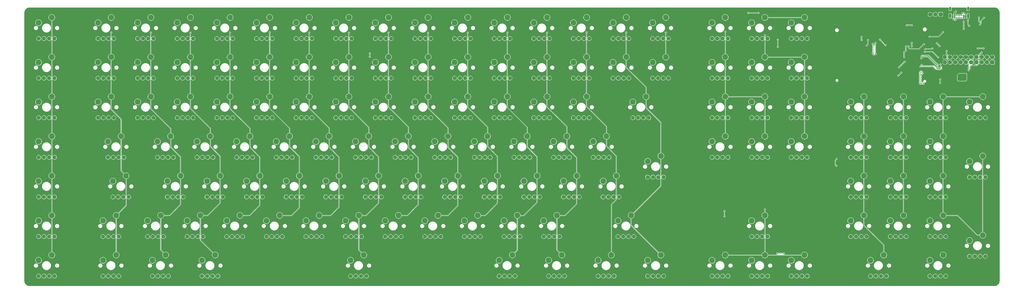
<source format=gtl>
G04*
G04 #@! TF.GenerationSoftware,Altium Limited,Altium Designer,20.0.7 (75)*
G04*
G04 Layer_Physical_Order=1*
G04 Layer_Color=255*
%FSLAX44Y44*%
%MOMM*%
G71*
G01*
G75*
%ADD10R,0.6500X0.5500*%
%ADD20C,0.2500*%
%ADD21C,0.1270*%
%ADD22C,0.6000*%
%ADD23C,0.8000*%
G04:AMPARAMS|DCode=24|XSize=2mm|YSize=2mm|CornerRadius=0.5mm|HoleSize=0mm|Usage=FLASHONLY|Rotation=180.000|XOffset=0mm|YOffset=0mm|HoleType=Round|Shape=RoundedRectangle|*
%AMROUNDEDRECTD24*
21,1,2.0000,1.0000,0,0,180.0*
21,1,1.0000,2.0000,0,0,180.0*
1,1,1.0000,-0.5000,0.5000*
1,1,1.0000,0.5000,0.5000*
1,1,1.0000,0.5000,-0.5000*
1,1,1.0000,-0.5000,-0.5000*
%
%ADD24ROUNDEDRECTD24*%
%ADD25C,2.0000*%
%ADD26O,1.1000X1.9000*%
%ADD27O,1.1000X2.6000*%
%ADD28C,0.6500*%
%ADD29C,1.9000*%
%ADD30C,2.8000*%
%ADD31C,0.6000*%
G36*
X4448849Y1344902D02*
X4449825Y1343632D01*
X4449690Y1342600D01*
Y1339850D01*
X4463810D01*
Y1342600D01*
X4463675Y1343632D01*
X4464651Y1344902D01*
X4535349D01*
X4536325Y1343632D01*
X4536190Y1342600D01*
Y1339850D01*
X4550310D01*
Y1342600D01*
X4550175Y1343632D01*
X4551151Y1344902D01*
X4670000D01*
X4671632D01*
X4674868Y1344476D01*
X4678022Y1343631D01*
X4681038Y1342382D01*
X4683865Y1340750D01*
X4686454Y1338763D01*
X4688763Y1336454D01*
X4690750Y1333865D01*
X4692382Y1331037D01*
X4693631Y1328022D01*
X4694476Y1324868D01*
X4694902Y1321632D01*
Y1320000D01*
X4694902Y30000D01*
Y28368D01*
X4694476Y25131D01*
X4693631Y21978D01*
X4692382Y18963D01*
X4690750Y16135D01*
X4688763Y13546D01*
X4686454Y11237D01*
X4683865Y9250D01*
X4681038Y7618D01*
X4678022Y6369D01*
X4674868Y5524D01*
X4671632Y5098D01*
X4670000D01*
X30000Y5098D01*
X28368D01*
X25131Y5524D01*
X21978Y6369D01*
X18963Y7618D01*
X16135Y9250D01*
X13546Y11237D01*
X11237Y13546D01*
X9250Y16135D01*
X7618Y18963D01*
X6369Y21978D01*
X5524Y25131D01*
X5098Y28368D01*
Y30000D01*
X5098Y1320000D01*
Y1321632D01*
X5524Y1324869D01*
X6369Y1328022D01*
X7618Y1331037D01*
X9250Y1333865D01*
X11237Y1336454D01*
X13546Y1338763D01*
X16135Y1340750D01*
X18963Y1342382D01*
X21978Y1343631D01*
X25131Y1344476D01*
X28368Y1344902D01*
X30000D01*
X4448849Y1344902D01*
D02*
G37*
%LPC*%
G36*
X4550310Y1337350D02*
X4544500D01*
Y1327704D01*
X4545077Y1327780D01*
X4546780Y1328486D01*
X4548242Y1329608D01*
X4549365Y1331070D01*
X4550070Y1332773D01*
X4550310Y1334600D01*
Y1337350D01*
D02*
G37*
G36*
X4542000D02*
X4536190D01*
Y1334600D01*
X4536430Y1332773D01*
X4537136Y1331070D01*
X4538257Y1329608D01*
X4539720Y1328486D01*
X4541423Y1327780D01*
X4542000Y1327704D01*
Y1337350D01*
D02*
G37*
G36*
X4463810D02*
X4458000D01*
Y1327704D01*
X4458577Y1327780D01*
X4460280Y1328486D01*
X4461742Y1329608D01*
X4462864Y1331070D01*
X4463570Y1332773D01*
X4463810Y1334600D01*
Y1337350D01*
D02*
G37*
G36*
X4455500D02*
X4449690D01*
Y1334600D01*
X4449930Y1332773D01*
X4450635Y1331070D01*
X4451758Y1329608D01*
X4453220Y1328486D01*
X4454922Y1327780D01*
X4455500Y1327704D01*
Y1337350D01*
D02*
G37*
G36*
X4530500Y1322250D02*
X4527000D01*
Y1319250D01*
X4530500D01*
Y1322250D01*
D02*
G37*
G36*
X3486085Y1323869D02*
X3484329Y1323519D01*
X3482841Y1322525D01*
X3481846Y1321036D01*
X3481497Y1319281D01*
X3481846Y1317525D01*
X3482841Y1316036D01*
X3484329Y1315042D01*
X3486085Y1314692D01*
X3487841Y1315042D01*
X3489329Y1316036D01*
X3490042Y1317104D01*
X3530785D01*
X3531578Y1315917D01*
X3533067Y1314922D01*
X3534822Y1314573D01*
X3536578Y1314922D01*
X3538067Y1315917D01*
X3539061Y1317405D01*
X3539411Y1319161D01*
X3539061Y1320917D01*
X3538067Y1322406D01*
X3536578Y1323400D01*
X3534822Y1323749D01*
X3533067Y1323400D01*
X3531578Y1322406D01*
X3530945Y1321457D01*
X3490042D01*
X3489329Y1322525D01*
X3487841Y1323519D01*
X3486085Y1323869D01*
D02*
G37*
G36*
X4361850Y1323435D02*
Y1313250D01*
X4372035D01*
X4371804Y1315002D01*
X4370645Y1317800D01*
X4368802Y1320202D01*
X4366400Y1322045D01*
X4363602Y1323204D01*
X4361850Y1323435D01*
D02*
G37*
G36*
X4359350Y1323435D02*
X4357598Y1323204D01*
X4354800Y1322045D01*
X4352398Y1320202D01*
X4350555Y1317800D01*
X4349396Y1315002D01*
X4349165Y1313250D01*
X4359350D01*
Y1323435D01*
D02*
G37*
G36*
X4484683Y1330904D02*
X4482927Y1330554D01*
X4481438Y1329560D01*
X4475601Y1323723D01*
X4474607Y1322234D01*
X4474258Y1320479D01*
Y1313062D01*
X4472987Y1312384D01*
X4472103Y1312974D01*
X4471500Y1313094D01*
Y1308500D01*
Y1303906D01*
X4472103Y1304026D01*
X4472892Y1304552D01*
X4474162Y1303874D01*
Y1299626D01*
X4472892Y1298948D01*
X4472103Y1299474D01*
X4471500Y1299594D01*
Y1295000D01*
X4470250D01*
Y1293750D01*
X4465656D01*
X4465775Y1293147D01*
X4466825Y1291575D01*
X4468355Y1290553D01*
X4468356Y1290553D01*
X4468397Y1290526D01*
X4469106Y1290354D01*
X4469107Y1290354D01*
X4469500Y1289223D01*
Y1287250D01*
X4474250D01*
Y1286000D01*
X4475500D01*
Y1281750D01*
X4488000D01*
Y1287171D01*
X4488634Y1287806D01*
X4489106Y1288512D01*
X4489272Y1289345D01*
Y1290638D01*
X4490674Y1291575D01*
X4490865Y1291861D01*
X4492135D01*
X4492325Y1291575D01*
X4493896Y1290526D01*
X4495750Y1290157D01*
X4497603Y1290526D01*
X4499174Y1291575D01*
X4499365Y1291861D01*
X4500635D01*
X4500826Y1291575D01*
X4502397Y1290526D01*
X4504250Y1290157D01*
X4506104Y1290526D01*
X4507675Y1291575D01*
X4507865Y1291861D01*
X4509135D01*
X4509325Y1291575D01*
X4510897Y1290526D01*
X4512750Y1290157D01*
X4514603Y1290526D01*
X4516175Y1291575D01*
X4516365Y1291860D01*
X4517635D01*
X4517825Y1291575D01*
X4519397Y1290526D01*
X4521250Y1290157D01*
X4523103Y1290526D01*
X4524674Y1291575D01*
X4524865Y1291861D01*
X4526135D01*
X4526325Y1291575D01*
X4527897Y1290526D01*
X4528500Y1290406D01*
Y1295000D01*
Y1299594D01*
X4527897Y1299474D01*
X4527108Y1298948D01*
X4525838Y1299626D01*
Y1303874D01*
X4527108Y1304552D01*
X4527897Y1304026D01*
X4528500Y1303906D01*
Y1308500D01*
X4529750D01*
Y1309750D01*
X4534344D01*
X4534225Y1310353D01*
X4533175Y1311925D01*
X4531603Y1312974D01*
X4531461Y1313003D01*
X4530500Y1313750D01*
X4530500Y1314333D01*
Y1316750D01*
X4525750D01*
Y1318000D01*
X4524500D01*
Y1322250D01*
X4512000D01*
Y1316828D01*
X4511211Y1316039D01*
X4510739Y1315333D01*
X4510573Y1314500D01*
Y1312758D01*
X4509325Y1311925D01*
X4509135Y1311640D01*
X4507865D01*
X4507675Y1311925D01*
X4506104Y1312974D01*
X4504250Y1313343D01*
X4502397Y1312974D01*
X4500826Y1311925D01*
X4500635Y1311640D01*
X4499365D01*
X4499174Y1311925D01*
X4497603Y1312974D01*
X4495750Y1313343D01*
X4493896Y1312974D01*
X4492325Y1311925D01*
X4492135Y1311640D01*
X4490865D01*
X4490674Y1311925D01*
X4489103Y1312974D01*
X4487250Y1313343D01*
X4485397Y1312974D01*
X4484704Y1312511D01*
X4483434Y1313190D01*
Y1318578D01*
X4487927Y1323071D01*
X4488922Y1324560D01*
X4489271Y1326315D01*
X4488922Y1328071D01*
X4487927Y1329560D01*
X4486438Y1330554D01*
X4484683Y1330904D01*
D02*
G37*
G36*
X4469000Y1313094D02*
X4468397Y1312974D01*
X4466825Y1311925D01*
X4465775Y1310353D01*
X4465656Y1309750D01*
X4469000D01*
Y1313094D01*
D02*
G37*
G36*
X4544500Y1319196D02*
Y1306050D01*
X4550310D01*
Y1312300D01*
X4550070Y1314127D01*
X4549365Y1315830D01*
X4548242Y1317292D01*
X4546780Y1318414D01*
X4545077Y1319120D01*
X4544500Y1319196D01*
D02*
G37*
G36*
X4542000D02*
X4541423Y1319120D01*
X4539720Y1318414D01*
X4538257Y1317292D01*
X4537136Y1315830D01*
X4536430Y1314127D01*
X4536190Y1312300D01*
Y1306050D01*
X4542000D01*
Y1319196D01*
D02*
G37*
G36*
X4458000D02*
Y1306050D01*
X4463810D01*
Y1312300D01*
X4463570Y1314127D01*
X4462864Y1315830D01*
X4461742Y1317292D01*
X4460280Y1318414D01*
X4458577Y1319120D01*
X4458000Y1319196D01*
D02*
G37*
G36*
X4455500D02*
X4454922Y1319120D01*
X4453220Y1318414D01*
X4451758Y1317292D01*
X4450635Y1315830D01*
X4449930Y1314127D01*
X4449690Y1312300D01*
Y1306050D01*
X4455500D01*
Y1319196D01*
D02*
G37*
G36*
X4534344Y1307250D02*
X4531000D01*
Y1303906D01*
X4531603Y1304026D01*
X4533175Y1305075D01*
X4534225Y1306647D01*
X4534344Y1307250D01*
D02*
G37*
G36*
X4469000D02*
X4465656D01*
X4465775Y1306647D01*
X4466825Y1305075D01*
X4468397Y1304026D01*
X4469000Y1303906D01*
Y1307250D01*
D02*
G37*
G36*
X4372035Y1310750D02*
X4361850D01*
Y1300565D01*
X4363602Y1300796D01*
X4366400Y1301955D01*
X4368802Y1303798D01*
X4370645Y1306200D01*
X4371804Y1308998D01*
X4372035Y1310750D01*
D02*
G37*
G36*
X4359350D02*
X4349165D01*
X4349396Y1308998D01*
X4350555Y1306200D01*
X4352398Y1303798D01*
X4354800Y1301955D01*
X4357598Y1300796D01*
X4359350Y1300565D01*
Y1310750D01*
D02*
G37*
G36*
X4416400Y1323556D02*
X4406400D01*
X4404703Y1323333D01*
X4403122Y1322678D01*
X4401764Y1321636D01*
X4400722Y1320278D01*
X4400067Y1318697D01*
X4399844Y1317000D01*
Y1307000D01*
X4400067Y1305303D01*
X4400722Y1303722D01*
X4401764Y1302364D01*
X4403122Y1301322D01*
X4404703Y1300667D01*
X4406400Y1300444D01*
X4416400D01*
X4418097Y1300667D01*
X4419678Y1301322D01*
X4421036Y1302364D01*
X4422078Y1303722D01*
X4422733Y1305303D01*
X4422956Y1307000D01*
Y1317000D01*
X4422733Y1318697D01*
X4422078Y1320278D01*
X4421036Y1321636D01*
X4419678Y1322678D01*
X4418097Y1323333D01*
X4416400Y1323556D01*
D02*
G37*
G36*
X4386000Y1323599D02*
X4382998Y1323204D01*
X4380201Y1322045D01*
X4377798Y1320202D01*
X4375955Y1317800D01*
X4374796Y1315002D01*
X4374401Y1312000D01*
X4374796Y1308998D01*
X4375955Y1306200D01*
X4377798Y1303798D01*
X4380201Y1301955D01*
X4382998Y1300796D01*
X4386000Y1300401D01*
X4389002Y1300796D01*
X4391800Y1301955D01*
X4394202Y1303798D01*
X4396045Y1306200D01*
X4397204Y1308998D01*
X4397599Y1312000D01*
X4397204Y1315002D01*
X4396045Y1317800D01*
X4394202Y1320202D01*
X4391800Y1322045D01*
X4389002Y1323204D01*
X4386000Y1323599D01*
D02*
G37*
G36*
X3756525Y1312875D02*
X3753487Y1312576D01*
X3750565Y1311689D01*
X3747872Y1310250D01*
X3745512Y1308313D01*
X3743575Y1305953D01*
X3742136Y1303260D01*
X3741249Y1300338D01*
X3741165Y1299477D01*
X3581385D01*
X3581301Y1300338D01*
X3580414Y1303260D01*
X3578975Y1305953D01*
X3577038Y1308313D01*
X3574678Y1310250D01*
X3571985Y1311689D01*
X3569063Y1312576D01*
X3566025Y1312875D01*
X3562986Y1312576D01*
X3560065Y1311689D01*
X3557372Y1310250D01*
X3555012Y1308313D01*
X3553075Y1305953D01*
X3551636Y1303260D01*
X3550749Y1300338D01*
X3550450Y1297300D01*
X3550749Y1294261D01*
X3551636Y1291340D01*
X3553075Y1288647D01*
X3555012Y1286287D01*
X3557372Y1284350D01*
X3560065Y1282911D01*
X3562986Y1282024D01*
X3566025Y1281725D01*
X3569063Y1282024D01*
X3571985Y1282911D01*
X3574678Y1284350D01*
X3577038Y1286287D01*
X3578975Y1288647D01*
X3580414Y1291340D01*
X3581301Y1294261D01*
X3581385Y1295123D01*
X3741165D01*
X3741249Y1294261D01*
X3742136Y1291340D01*
X3743575Y1288647D01*
X3745512Y1286287D01*
X3747872Y1284350D01*
X3750565Y1282911D01*
X3753487Y1282024D01*
X3756525Y1281725D01*
X3759564Y1282024D01*
X3762485Y1282911D01*
X3765178Y1284350D01*
X3767538Y1286287D01*
X3769475Y1288647D01*
X3770914Y1291340D01*
X3771801Y1294261D01*
X3772100Y1297300D01*
X3771801Y1300338D01*
X3770914Y1303260D01*
X3769475Y1305953D01*
X3767538Y1308313D01*
X3765178Y1310250D01*
X3762485Y1311689D01*
X3759564Y1312576D01*
X3756525Y1312875D01*
D02*
G37*
G36*
X4531000Y1299594D02*
Y1296250D01*
X4534344D01*
X4534225Y1296853D01*
X4533175Y1298425D01*
X4531603Y1299474D01*
X4531000Y1299594D01*
D02*
G37*
G36*
X4469000D02*
X4468397Y1299474D01*
X4466825Y1298425D01*
X4465775Y1296853D01*
X4465656Y1296250D01*
X4469000D01*
Y1299594D01*
D02*
G37*
G36*
X4595275Y1301703D02*
X4593519Y1301353D01*
X4592031Y1300359D01*
X4591036Y1298870D01*
X4590687Y1297114D01*
X4591036Y1295359D01*
X4592031Y1293870D01*
X4593098Y1293157D01*
Y1279319D01*
X4593264Y1278486D01*
X4593736Y1277780D01*
X4594900Y1276616D01*
X4594649Y1275356D01*
X4594999Y1273600D01*
X4595993Y1272112D01*
X4597482Y1271117D01*
X4599238Y1270768D01*
X4600994Y1271117D01*
X4602482Y1272112D01*
X4602632Y1272337D01*
X4603902Y1271952D01*
Y1270461D01*
X4601083Y1267642D01*
X4600324Y1267793D01*
X4598568Y1267444D01*
X4597080Y1266449D01*
X4596085Y1264961D01*
X4595736Y1263205D01*
X4596085Y1261449D01*
X4597080Y1259960D01*
X4598568Y1258966D01*
X4600324Y1258617D01*
X4602080Y1258966D01*
X4603568Y1259960D01*
X4604563Y1261449D01*
X4604912Y1263205D01*
X4604563Y1264961D01*
X4604561Y1264963D01*
X4607618Y1268020D01*
X4608090Y1268726D01*
X4608256Y1269559D01*
Y1281261D01*
X4618376Y1291380D01*
X4619635Y1291130D01*
X4621391Y1291479D01*
X4622879Y1292474D01*
X4623874Y1293962D01*
X4624223Y1295718D01*
X4623874Y1297474D01*
X4622879Y1298962D01*
X4621391Y1299957D01*
X4619635Y1300306D01*
X4617879Y1299957D01*
X4616391Y1298962D01*
X4615396Y1297474D01*
X4615047Y1295718D01*
X4615297Y1294459D01*
X4604540Y1283701D01*
X4604068Y1282995D01*
X4603902Y1282162D01*
Y1278761D01*
X4602632Y1278376D01*
X4602482Y1278601D01*
X4600994Y1279595D01*
X4599238Y1279944D01*
X4598551Y1279808D01*
X4597452Y1280753D01*
Y1293157D01*
X4598519Y1293870D01*
X4599514Y1295359D01*
X4599863Y1297114D01*
X4599514Y1298870D01*
X4598519Y1300359D01*
X4597031Y1301353D01*
X4595275Y1301703D01*
D02*
G37*
G36*
X4534344Y1293750D02*
X4531000D01*
Y1290406D01*
X4531603Y1290526D01*
X4533175Y1291575D01*
X4534225Y1293147D01*
X4534344Y1293750D01*
D02*
G37*
G36*
X4550310Y1303550D02*
X4544500D01*
Y1290404D01*
X4545077Y1290480D01*
X4546780Y1291185D01*
X4548242Y1292308D01*
X4549365Y1293770D01*
X4550070Y1295473D01*
X4550310Y1297300D01*
Y1303550D01*
D02*
G37*
G36*
X4542000D02*
X4536190D01*
Y1297300D01*
X4536430Y1295473D01*
X4537136Y1293770D01*
X4538257Y1292308D01*
X4539720Y1291185D01*
X4541423Y1290480D01*
X4542000Y1290404D01*
Y1303550D01*
D02*
G37*
G36*
X4463810D02*
X4458000D01*
Y1290404D01*
X4458577Y1290480D01*
X4460280Y1291185D01*
X4461742Y1292308D01*
X4462864Y1293770D01*
X4463570Y1295473D01*
X4463810Y1297300D01*
Y1303550D01*
D02*
G37*
G36*
X4455500D02*
X4449690D01*
Y1297300D01*
X4449930Y1295473D01*
X4450635Y1293770D01*
X4451758Y1292308D01*
X4453220Y1291185D01*
X4454922Y1290480D01*
X4455500Y1290404D01*
Y1303550D01*
D02*
G37*
G36*
X4473000Y1284750D02*
X4469500D01*
Y1281750D01*
X4473000D01*
Y1284750D01*
D02*
G37*
G36*
X3375525Y1312875D02*
X3372487Y1312576D01*
X3369565Y1311689D01*
X3366872Y1310250D01*
X3364512Y1308313D01*
X3362575Y1305953D01*
X3361136Y1303260D01*
X3360249Y1300338D01*
X3359950Y1297300D01*
X3360249Y1294261D01*
X3361136Y1291340D01*
X3362575Y1288647D01*
X3364512Y1286287D01*
X3366872Y1284350D01*
X3369565Y1282911D01*
X3372487Y1282024D01*
X3375525Y1281725D01*
X3378564Y1282024D01*
X3381485Y1282911D01*
X3384178Y1284350D01*
X3386538Y1286287D01*
X3388475Y1288647D01*
X3389915Y1291340D01*
X3390801Y1294261D01*
X3391100Y1297300D01*
X3390801Y1300338D01*
X3389915Y1303260D01*
X3388475Y1305953D01*
X3386538Y1308313D01*
X3384178Y1310250D01*
X3381485Y1311689D01*
X3378564Y1312576D01*
X3375525Y1312875D01*
D02*
G37*
G36*
X3089775D02*
X3086736Y1312576D01*
X3083815Y1311689D01*
X3081122Y1310250D01*
X3078762Y1308313D01*
X3076825Y1305953D01*
X3075386Y1303260D01*
X3074499Y1300338D01*
X3074200Y1297300D01*
X3074499Y1294261D01*
X3075386Y1291340D01*
X3076825Y1288647D01*
X3078762Y1286287D01*
X3081122Y1284350D01*
X3083815Y1282911D01*
X3086736Y1282024D01*
X3089775Y1281725D01*
X3092813Y1282024D01*
X3095735Y1282911D01*
X3098428Y1284350D01*
X3100788Y1286287D01*
X3102725Y1288647D01*
X3104164Y1291340D01*
X3105051Y1294261D01*
X3105350Y1297300D01*
X3105051Y1300338D01*
X3104164Y1303260D01*
X3102725Y1305953D01*
X3100788Y1308313D01*
X3098428Y1310250D01*
X3095735Y1311689D01*
X3092813Y1312576D01*
X3089775Y1312875D01*
D02*
G37*
G36*
X2899275D02*
X2896237Y1312576D01*
X2893315Y1311689D01*
X2890622Y1310250D01*
X2888262Y1308313D01*
X2886325Y1305953D01*
X2884886Y1303260D01*
X2883999Y1300338D01*
X2883700Y1297300D01*
X2883999Y1294261D01*
X2884886Y1291340D01*
X2886325Y1288647D01*
X2888262Y1286287D01*
X2890622Y1284350D01*
X2893315Y1282911D01*
X2896237Y1282024D01*
X2899275Y1281725D01*
X2902314Y1282024D01*
X2905235Y1282911D01*
X2907928Y1284350D01*
X2910288Y1286287D01*
X2912225Y1288647D01*
X2913665Y1291340D01*
X2914551Y1294261D01*
X2914850Y1297300D01*
X2914551Y1300338D01*
X2913665Y1303260D01*
X2912225Y1305953D01*
X2910288Y1308313D01*
X2907928Y1310250D01*
X2905235Y1311689D01*
X2902314Y1312576D01*
X2899275Y1312875D01*
D02*
G37*
G36*
X2708775D02*
X2705736Y1312576D01*
X2702815Y1311689D01*
X2700122Y1310250D01*
X2697762Y1308313D01*
X2695825Y1305953D01*
X2694386Y1303260D01*
X2693499Y1300338D01*
X2693200Y1297300D01*
X2693499Y1294261D01*
X2694386Y1291340D01*
X2695825Y1288647D01*
X2697762Y1286287D01*
X2700122Y1284350D01*
X2702815Y1282911D01*
X2705736Y1282024D01*
X2708775Y1281725D01*
X2711813Y1282024D01*
X2714735Y1282911D01*
X2717428Y1284350D01*
X2719788Y1286287D01*
X2721725Y1288647D01*
X2723164Y1291340D01*
X2724051Y1294261D01*
X2724350Y1297300D01*
X2724051Y1300338D01*
X2723164Y1303260D01*
X2721725Y1305953D01*
X2719788Y1308313D01*
X2717428Y1310250D01*
X2714735Y1311689D01*
X2711813Y1312576D01*
X2708775Y1312875D01*
D02*
G37*
G36*
X2518275D02*
X2515237Y1312576D01*
X2512315Y1311689D01*
X2509622Y1310250D01*
X2507262Y1308313D01*
X2505325Y1305953D01*
X2503886Y1303260D01*
X2502999Y1300338D01*
X2502700Y1297300D01*
X2502999Y1294261D01*
X2503886Y1291340D01*
X2505325Y1288647D01*
X2507262Y1286287D01*
X2509622Y1284350D01*
X2512315Y1282911D01*
X2515237Y1282024D01*
X2518275Y1281725D01*
X2521313Y1282024D01*
X2524235Y1282911D01*
X2526928Y1284350D01*
X2529288Y1286287D01*
X2531225Y1288647D01*
X2532664Y1291340D01*
X2533551Y1294261D01*
X2533850Y1297300D01*
X2533551Y1300338D01*
X2532664Y1303260D01*
X2531225Y1305953D01*
X2529288Y1308313D01*
X2526928Y1310250D01*
X2524235Y1311689D01*
X2521313Y1312576D01*
X2518275Y1312875D01*
D02*
G37*
G36*
X2327775D02*
X2324736Y1312576D01*
X2321815Y1311689D01*
X2319122Y1310250D01*
X2316762Y1308313D01*
X2314825Y1305953D01*
X2313386Y1303260D01*
X2312499Y1300338D01*
X2312200Y1297300D01*
X2312499Y1294261D01*
X2313386Y1291340D01*
X2314825Y1288647D01*
X2316762Y1286287D01*
X2319122Y1284350D01*
X2321815Y1282911D01*
X2324736Y1282024D01*
X2327775Y1281725D01*
X2330813Y1282024D01*
X2333735Y1282911D01*
X2336428Y1284350D01*
X2338788Y1286287D01*
X2340725Y1288647D01*
X2342164Y1291340D01*
X2343051Y1294261D01*
X2343350Y1297300D01*
X2343051Y1300338D01*
X2342164Y1303260D01*
X2340725Y1305953D01*
X2338788Y1308313D01*
X2336428Y1310250D01*
X2333735Y1311689D01*
X2330813Y1312576D01*
X2327775Y1312875D01*
D02*
G37*
G36*
X2137275D02*
X2134236Y1312576D01*
X2131315Y1311689D01*
X2128622Y1310250D01*
X2126262Y1308313D01*
X2124325Y1305953D01*
X2122886Y1303260D01*
X2121999Y1300338D01*
X2121700Y1297300D01*
X2121999Y1294261D01*
X2122886Y1291340D01*
X2124325Y1288647D01*
X2126262Y1286287D01*
X2128622Y1284350D01*
X2131315Y1282911D01*
X2134236Y1282024D01*
X2137275Y1281725D01*
X2140314Y1282024D01*
X2143235Y1282911D01*
X2145928Y1284350D01*
X2148288Y1286287D01*
X2150225Y1288647D01*
X2151664Y1291340D01*
X2152551Y1294261D01*
X2152850Y1297300D01*
X2152551Y1300338D01*
X2151664Y1303260D01*
X2150225Y1305953D01*
X2148288Y1308313D01*
X2145928Y1310250D01*
X2143235Y1311689D01*
X2140314Y1312576D01*
X2137275Y1312875D01*
D02*
G37*
G36*
X1946775D02*
X1943737Y1312576D01*
X1940815Y1311689D01*
X1938122Y1310250D01*
X1935762Y1308313D01*
X1933825Y1305953D01*
X1932386Y1303260D01*
X1931499Y1300338D01*
X1931200Y1297300D01*
X1931499Y1294261D01*
X1932386Y1291340D01*
X1933825Y1288647D01*
X1935762Y1286287D01*
X1938122Y1284350D01*
X1940815Y1282911D01*
X1943737Y1282024D01*
X1946775Y1281725D01*
X1949814Y1282024D01*
X1952735Y1282911D01*
X1955428Y1284350D01*
X1957788Y1286287D01*
X1959725Y1288647D01*
X1961164Y1291340D01*
X1962051Y1294261D01*
X1962350Y1297300D01*
X1962051Y1300338D01*
X1961164Y1303260D01*
X1959725Y1305953D01*
X1957788Y1308313D01*
X1955428Y1310250D01*
X1952735Y1311689D01*
X1949814Y1312576D01*
X1946775Y1312875D01*
D02*
G37*
G36*
X1756275D02*
X1753237Y1312576D01*
X1750315Y1311689D01*
X1747622Y1310250D01*
X1745262Y1308313D01*
X1743325Y1305953D01*
X1741886Y1303260D01*
X1740999Y1300338D01*
X1740700Y1297300D01*
X1740999Y1294261D01*
X1741886Y1291340D01*
X1743325Y1288647D01*
X1745262Y1286287D01*
X1747622Y1284350D01*
X1750315Y1282911D01*
X1753237Y1282024D01*
X1756275Y1281725D01*
X1759314Y1282024D01*
X1762235Y1282911D01*
X1764928Y1284350D01*
X1767288Y1286287D01*
X1769225Y1288647D01*
X1770664Y1291340D01*
X1771551Y1294261D01*
X1771850Y1297300D01*
X1771551Y1300338D01*
X1770664Y1303260D01*
X1769225Y1305953D01*
X1767288Y1308313D01*
X1764928Y1310250D01*
X1762235Y1311689D01*
X1759314Y1312576D01*
X1756275Y1312875D01*
D02*
G37*
G36*
X1565775D02*
X1562737Y1312576D01*
X1559815Y1311689D01*
X1557122Y1310250D01*
X1554762Y1308313D01*
X1552825Y1305953D01*
X1551386Y1303260D01*
X1550499Y1300338D01*
X1550200Y1297300D01*
X1550499Y1294261D01*
X1551386Y1291340D01*
X1552825Y1288647D01*
X1554762Y1286287D01*
X1557122Y1284350D01*
X1559815Y1282911D01*
X1562737Y1282024D01*
X1565775Y1281725D01*
X1568813Y1282024D01*
X1571735Y1282911D01*
X1574428Y1284350D01*
X1576788Y1286287D01*
X1578725Y1288647D01*
X1580164Y1291340D01*
X1581051Y1294261D01*
X1581350Y1297300D01*
X1581051Y1300338D01*
X1580164Y1303260D01*
X1578725Y1305953D01*
X1576788Y1308313D01*
X1574428Y1310250D01*
X1571735Y1311689D01*
X1568813Y1312576D01*
X1565775Y1312875D01*
D02*
G37*
G36*
X1375275D02*
X1372236Y1312576D01*
X1369315Y1311689D01*
X1366622Y1310250D01*
X1364262Y1308313D01*
X1362325Y1305953D01*
X1360886Y1303260D01*
X1359999Y1300338D01*
X1359700Y1297300D01*
X1359999Y1294261D01*
X1360886Y1291340D01*
X1362325Y1288647D01*
X1364262Y1286287D01*
X1366622Y1284350D01*
X1369315Y1282911D01*
X1372236Y1282024D01*
X1375275Y1281725D01*
X1378313Y1282024D01*
X1381235Y1282911D01*
X1383928Y1284350D01*
X1386288Y1286287D01*
X1388225Y1288647D01*
X1389664Y1291340D01*
X1390551Y1294261D01*
X1390850Y1297300D01*
X1390551Y1300338D01*
X1389664Y1303260D01*
X1388225Y1305953D01*
X1386288Y1308313D01*
X1383928Y1310250D01*
X1381235Y1311689D01*
X1378313Y1312576D01*
X1375275Y1312875D01*
D02*
G37*
G36*
X1184775D02*
X1181737Y1312576D01*
X1178815Y1311689D01*
X1176122Y1310250D01*
X1173762Y1308313D01*
X1171825Y1305953D01*
X1170386Y1303260D01*
X1169499Y1300338D01*
X1169200Y1297300D01*
X1169499Y1294261D01*
X1170386Y1291340D01*
X1171825Y1288647D01*
X1173762Y1286287D01*
X1176122Y1284350D01*
X1178815Y1282911D01*
X1181737Y1282024D01*
X1184775Y1281725D01*
X1187813Y1282024D01*
X1190735Y1282911D01*
X1193428Y1284350D01*
X1195788Y1286287D01*
X1197725Y1288647D01*
X1199164Y1291340D01*
X1200051Y1294261D01*
X1200350Y1297300D01*
X1200051Y1300338D01*
X1199164Y1303260D01*
X1197725Y1305953D01*
X1195788Y1308313D01*
X1193428Y1310250D01*
X1190735Y1311689D01*
X1187813Y1312576D01*
X1184775Y1312875D01*
D02*
G37*
G36*
X994275D02*
X991236Y1312576D01*
X988315Y1311689D01*
X985622Y1310250D01*
X983262Y1308313D01*
X981325Y1305953D01*
X979886Y1303260D01*
X978999Y1300338D01*
X978700Y1297300D01*
X978999Y1294261D01*
X979886Y1291340D01*
X981325Y1288647D01*
X983262Y1286287D01*
X985622Y1284350D01*
X988315Y1282911D01*
X991236Y1282024D01*
X994275Y1281725D01*
X997314Y1282024D01*
X1000235Y1282911D01*
X1002928Y1284350D01*
X1005288Y1286287D01*
X1007225Y1288647D01*
X1008664Y1291340D01*
X1009551Y1294261D01*
X1009850Y1297300D01*
X1009551Y1300338D01*
X1008664Y1303260D01*
X1007225Y1305953D01*
X1005288Y1308313D01*
X1002928Y1310250D01*
X1000235Y1311689D01*
X997314Y1312576D01*
X994275Y1312875D01*
D02*
G37*
G36*
X803775D02*
X800736Y1312576D01*
X797815Y1311689D01*
X795122Y1310250D01*
X792762Y1308313D01*
X790825Y1305953D01*
X789386Y1303260D01*
X788499Y1300338D01*
X788200Y1297300D01*
X788499Y1294261D01*
X789386Y1291340D01*
X790825Y1288647D01*
X792762Y1286287D01*
X795122Y1284350D01*
X797815Y1282911D01*
X800736Y1282024D01*
X803775Y1281725D01*
X806814Y1282024D01*
X809735Y1282911D01*
X812428Y1284350D01*
X814788Y1286287D01*
X816725Y1288647D01*
X818164Y1291340D01*
X819051Y1294261D01*
X819350Y1297300D01*
X819051Y1300338D01*
X818164Y1303260D01*
X816725Y1305953D01*
X814788Y1308313D01*
X812428Y1310250D01*
X809735Y1311689D01*
X806814Y1312576D01*
X803775Y1312875D01*
D02*
G37*
G36*
X613275D02*
X610237Y1312576D01*
X607315Y1311689D01*
X604622Y1310250D01*
X602262Y1308313D01*
X600325Y1305953D01*
X598886Y1303260D01*
X597999Y1300338D01*
X597700Y1297300D01*
X597999Y1294261D01*
X598886Y1291340D01*
X600325Y1288647D01*
X602262Y1286287D01*
X604622Y1284350D01*
X607315Y1282911D01*
X610237Y1282024D01*
X613275Y1281725D01*
X616314Y1282024D01*
X619235Y1282911D01*
X621928Y1284350D01*
X624288Y1286287D01*
X626225Y1288647D01*
X627664Y1291340D01*
X628551Y1294261D01*
X628850Y1297300D01*
X628551Y1300338D01*
X627664Y1303260D01*
X626225Y1305953D01*
X624288Y1308313D01*
X621928Y1310250D01*
X619235Y1311689D01*
X616314Y1312576D01*
X613275Y1312875D01*
D02*
G37*
G36*
X422775D02*
X419737Y1312576D01*
X416815Y1311689D01*
X414122Y1310250D01*
X411762Y1308313D01*
X409825Y1305953D01*
X408386Y1303260D01*
X407499Y1300338D01*
X407200Y1297300D01*
X407499Y1294261D01*
X408386Y1291340D01*
X409825Y1288647D01*
X411762Y1286287D01*
X414122Y1284350D01*
X416815Y1282911D01*
X419737Y1282024D01*
X422775Y1281725D01*
X425813Y1282024D01*
X428735Y1282911D01*
X431428Y1284350D01*
X433788Y1286287D01*
X435725Y1288647D01*
X437164Y1291340D01*
X438051Y1294261D01*
X438350Y1297300D01*
X438051Y1300338D01*
X437164Y1303260D01*
X435725Y1305953D01*
X433788Y1308313D01*
X431428Y1310250D01*
X428735Y1311689D01*
X425813Y1312576D01*
X422775Y1312875D01*
D02*
G37*
G36*
X3693025Y1287475D02*
X3689987Y1287176D01*
X3687065Y1286289D01*
X3684372Y1284850D01*
X3682012Y1282913D01*
X3680075Y1280553D01*
X3678636Y1277860D01*
X3677749Y1274939D01*
X3677450Y1271900D01*
X3677749Y1268861D01*
X3678636Y1265940D01*
X3680075Y1263247D01*
X3682012Y1260887D01*
X3684372Y1258950D01*
X3687065Y1257511D01*
X3689987Y1256624D01*
X3693025Y1256325D01*
X3696064Y1256624D01*
X3698985Y1257511D01*
X3701678Y1258950D01*
X3704038Y1260887D01*
X3705975Y1263247D01*
X3707415Y1265940D01*
X3708301Y1268861D01*
X3708600Y1271900D01*
X3708301Y1274939D01*
X3707415Y1277860D01*
X3705975Y1280553D01*
X3704038Y1282913D01*
X3701678Y1284850D01*
X3698985Y1286289D01*
X3696064Y1287176D01*
X3693025Y1287475D01*
D02*
G37*
G36*
X3502525D02*
X3499486Y1287176D01*
X3496565Y1286289D01*
X3493872Y1284850D01*
X3491512Y1282913D01*
X3489575Y1280553D01*
X3488136Y1277860D01*
X3487249Y1274939D01*
X3486950Y1271900D01*
X3487249Y1268861D01*
X3488136Y1265940D01*
X3489575Y1263247D01*
X3491512Y1260887D01*
X3493872Y1258950D01*
X3496565Y1257511D01*
X3499486Y1256624D01*
X3502525Y1256325D01*
X3505563Y1256624D01*
X3508485Y1257511D01*
X3511178Y1258950D01*
X3513538Y1260887D01*
X3515475Y1263247D01*
X3516914Y1265940D01*
X3517801Y1268861D01*
X3518100Y1271900D01*
X3517801Y1274939D01*
X3516914Y1277860D01*
X3515475Y1280553D01*
X3513538Y1282913D01*
X3511178Y1284850D01*
X3508485Y1286289D01*
X3505563Y1287176D01*
X3502525Y1287475D01*
D02*
G37*
G36*
X3312025D02*
X3308987Y1287176D01*
X3306065Y1286289D01*
X3303372Y1284850D01*
X3301012Y1282913D01*
X3299075Y1280553D01*
X3297635Y1277860D01*
X3296749Y1274939D01*
X3296450Y1271900D01*
X3296749Y1268861D01*
X3297635Y1265940D01*
X3299075Y1263247D01*
X3301012Y1260887D01*
X3303372Y1258950D01*
X3306065Y1257511D01*
X3308987Y1256624D01*
X3312025Y1256325D01*
X3315063Y1256624D01*
X3317985Y1257511D01*
X3320678Y1258950D01*
X3323038Y1260887D01*
X3324975Y1263247D01*
X3326414Y1265940D01*
X3327301Y1268861D01*
X3327600Y1271900D01*
X3327301Y1274939D01*
X3326414Y1277860D01*
X3324975Y1280553D01*
X3323038Y1282913D01*
X3320678Y1284850D01*
X3317985Y1286289D01*
X3315063Y1287176D01*
X3312025Y1287475D01*
D02*
G37*
G36*
X3026275D02*
X3023236Y1287176D01*
X3020315Y1286289D01*
X3017622Y1284850D01*
X3015262Y1282913D01*
X3013325Y1280553D01*
X3011886Y1277860D01*
X3010999Y1274939D01*
X3010700Y1271900D01*
X3010999Y1268861D01*
X3011886Y1265940D01*
X3013325Y1263247D01*
X3015262Y1260887D01*
X3017622Y1258950D01*
X3020315Y1257511D01*
X3023236Y1256624D01*
X3026275Y1256325D01*
X3029313Y1256624D01*
X3032235Y1257511D01*
X3034928Y1258950D01*
X3037288Y1260887D01*
X3039225Y1263247D01*
X3040664Y1265940D01*
X3041551Y1268861D01*
X3041850Y1271900D01*
X3041551Y1274939D01*
X3040664Y1277860D01*
X3039225Y1280553D01*
X3037288Y1282913D01*
X3034928Y1284850D01*
X3032235Y1286289D01*
X3029313Y1287176D01*
X3026275Y1287475D01*
D02*
G37*
G36*
X2835775D02*
X2832737Y1287176D01*
X2829815Y1286289D01*
X2827122Y1284850D01*
X2824762Y1282913D01*
X2822825Y1280553D01*
X2821385Y1277860D01*
X2820499Y1274939D01*
X2820200Y1271900D01*
X2820499Y1268861D01*
X2821385Y1265940D01*
X2822825Y1263247D01*
X2824762Y1260887D01*
X2827122Y1258950D01*
X2829815Y1257511D01*
X2832737Y1256624D01*
X2835775Y1256325D01*
X2838813Y1256624D01*
X2841735Y1257511D01*
X2844428Y1258950D01*
X2846788Y1260887D01*
X2848725Y1263247D01*
X2850164Y1265940D01*
X2851051Y1268861D01*
X2851350Y1271900D01*
X2851051Y1274939D01*
X2850164Y1277860D01*
X2848725Y1280553D01*
X2846788Y1282913D01*
X2844428Y1284850D01*
X2841735Y1286289D01*
X2838813Y1287176D01*
X2835775Y1287475D01*
D02*
G37*
G36*
X2645275D02*
X2642237Y1287176D01*
X2639315Y1286289D01*
X2636622Y1284850D01*
X2634262Y1282913D01*
X2632325Y1280553D01*
X2630886Y1277860D01*
X2629999Y1274939D01*
X2629700Y1271900D01*
X2629999Y1268861D01*
X2630886Y1265940D01*
X2632325Y1263247D01*
X2634262Y1260887D01*
X2636622Y1258950D01*
X2639315Y1257511D01*
X2642237Y1256624D01*
X2645275Y1256325D01*
X2648314Y1256624D01*
X2651235Y1257511D01*
X2653928Y1258950D01*
X2656288Y1260887D01*
X2658225Y1263247D01*
X2659664Y1265940D01*
X2660551Y1268861D01*
X2660850Y1271900D01*
X2660551Y1274939D01*
X2659664Y1277860D01*
X2658225Y1280553D01*
X2656288Y1282913D01*
X2653928Y1284850D01*
X2651235Y1286289D01*
X2648314Y1287176D01*
X2645275Y1287475D01*
D02*
G37*
G36*
X2454775D02*
X2451736Y1287176D01*
X2448815Y1286289D01*
X2446122Y1284850D01*
X2443762Y1282913D01*
X2441825Y1280553D01*
X2440386Y1277860D01*
X2439499Y1274939D01*
X2439200Y1271900D01*
X2439499Y1268861D01*
X2440386Y1265940D01*
X2441825Y1263247D01*
X2443762Y1260887D01*
X2446122Y1258950D01*
X2448815Y1257511D01*
X2451736Y1256624D01*
X2454775Y1256325D01*
X2457814Y1256624D01*
X2460735Y1257511D01*
X2463428Y1258950D01*
X2465788Y1260887D01*
X2467725Y1263247D01*
X2469164Y1265940D01*
X2470051Y1268861D01*
X2470350Y1271900D01*
X2470051Y1274939D01*
X2469164Y1277860D01*
X2467725Y1280553D01*
X2465788Y1282913D01*
X2463428Y1284850D01*
X2460735Y1286289D01*
X2457814Y1287176D01*
X2454775Y1287475D01*
D02*
G37*
G36*
X2264275D02*
X2261237Y1287176D01*
X2258315Y1286289D01*
X2255622Y1284850D01*
X2253262Y1282913D01*
X2251325Y1280553D01*
X2249886Y1277860D01*
X2248999Y1274939D01*
X2248700Y1271900D01*
X2248999Y1268861D01*
X2249886Y1265940D01*
X2251325Y1263247D01*
X2253262Y1260887D01*
X2255622Y1258950D01*
X2258315Y1257511D01*
X2261237Y1256624D01*
X2264275Y1256325D01*
X2267314Y1256624D01*
X2270235Y1257511D01*
X2272928Y1258950D01*
X2275288Y1260887D01*
X2277225Y1263247D01*
X2278664Y1265940D01*
X2279551Y1268861D01*
X2279850Y1271900D01*
X2279551Y1274939D01*
X2278664Y1277860D01*
X2277225Y1280553D01*
X2275288Y1282913D01*
X2272928Y1284850D01*
X2270235Y1286289D01*
X2267314Y1287176D01*
X2264275Y1287475D01*
D02*
G37*
G36*
X2073775D02*
X2070737Y1287176D01*
X2067815Y1286289D01*
X2065122Y1284850D01*
X2062762Y1282913D01*
X2060825Y1280553D01*
X2059386Y1277860D01*
X2058499Y1274939D01*
X2058200Y1271900D01*
X2058499Y1268861D01*
X2059386Y1265940D01*
X2060825Y1263247D01*
X2062762Y1260887D01*
X2065122Y1258950D01*
X2067815Y1257511D01*
X2070737Y1256624D01*
X2073775Y1256325D01*
X2076814Y1256624D01*
X2079735Y1257511D01*
X2082428Y1258950D01*
X2084788Y1260887D01*
X2086725Y1263247D01*
X2088164Y1265940D01*
X2089051Y1268861D01*
X2089350Y1271900D01*
X2089051Y1274939D01*
X2088164Y1277860D01*
X2086725Y1280553D01*
X2084788Y1282913D01*
X2082428Y1284850D01*
X2079735Y1286289D01*
X2076814Y1287176D01*
X2073775Y1287475D01*
D02*
G37*
G36*
X1883275D02*
X1880237Y1287176D01*
X1877315Y1286289D01*
X1874622Y1284850D01*
X1872262Y1282913D01*
X1870325Y1280553D01*
X1868886Y1277860D01*
X1867999Y1274939D01*
X1867700Y1271900D01*
X1867999Y1268861D01*
X1868886Y1265940D01*
X1870325Y1263247D01*
X1872262Y1260887D01*
X1874622Y1258950D01*
X1877315Y1257511D01*
X1880237Y1256624D01*
X1883275Y1256325D01*
X1886313Y1256624D01*
X1889235Y1257511D01*
X1891928Y1258950D01*
X1894288Y1260887D01*
X1896225Y1263247D01*
X1897664Y1265940D01*
X1898551Y1268861D01*
X1898850Y1271900D01*
X1898551Y1274939D01*
X1897664Y1277860D01*
X1896225Y1280553D01*
X1894288Y1282913D01*
X1891928Y1284850D01*
X1889235Y1286289D01*
X1886313Y1287176D01*
X1883275Y1287475D01*
D02*
G37*
G36*
X1692775D02*
X1689736Y1287176D01*
X1686815Y1286289D01*
X1684122Y1284850D01*
X1681762Y1282913D01*
X1679825Y1280553D01*
X1678386Y1277860D01*
X1677499Y1274939D01*
X1677200Y1271900D01*
X1677499Y1268861D01*
X1678386Y1265940D01*
X1679825Y1263247D01*
X1681762Y1260887D01*
X1684122Y1258950D01*
X1686815Y1257511D01*
X1689736Y1256624D01*
X1692775Y1256325D01*
X1695813Y1256624D01*
X1698735Y1257511D01*
X1701428Y1258950D01*
X1703788Y1260887D01*
X1705725Y1263247D01*
X1707164Y1265940D01*
X1708051Y1268861D01*
X1708350Y1271900D01*
X1708051Y1274939D01*
X1707164Y1277860D01*
X1705725Y1280553D01*
X1703788Y1282913D01*
X1701428Y1284850D01*
X1698735Y1286289D01*
X1695813Y1287176D01*
X1692775Y1287475D01*
D02*
G37*
G36*
X1502275D02*
X1499236Y1287176D01*
X1496315Y1286289D01*
X1493622Y1284850D01*
X1491262Y1282913D01*
X1489325Y1280553D01*
X1487886Y1277860D01*
X1486999Y1274939D01*
X1486700Y1271900D01*
X1486999Y1268861D01*
X1487886Y1265940D01*
X1489325Y1263247D01*
X1491262Y1260887D01*
X1493622Y1258950D01*
X1496315Y1257511D01*
X1499236Y1256624D01*
X1502275Y1256325D01*
X1505314Y1256624D01*
X1508235Y1257511D01*
X1510928Y1258950D01*
X1513288Y1260887D01*
X1515225Y1263247D01*
X1516664Y1265940D01*
X1517551Y1268861D01*
X1517850Y1271900D01*
X1517551Y1274939D01*
X1516664Y1277860D01*
X1515225Y1280553D01*
X1513288Y1282913D01*
X1510928Y1284850D01*
X1508235Y1286289D01*
X1505314Y1287176D01*
X1502275Y1287475D01*
D02*
G37*
G36*
X1311775D02*
X1308737Y1287176D01*
X1305815Y1286289D01*
X1303122Y1284850D01*
X1300762Y1282913D01*
X1298825Y1280553D01*
X1297386Y1277860D01*
X1296499Y1274939D01*
X1296200Y1271900D01*
X1296499Y1268861D01*
X1297386Y1265940D01*
X1298825Y1263247D01*
X1300762Y1260887D01*
X1303122Y1258950D01*
X1305815Y1257511D01*
X1308737Y1256624D01*
X1311775Y1256325D01*
X1314814Y1256624D01*
X1317735Y1257511D01*
X1320428Y1258950D01*
X1322788Y1260887D01*
X1324725Y1263247D01*
X1326164Y1265940D01*
X1327051Y1268861D01*
X1327350Y1271900D01*
X1327051Y1274939D01*
X1326164Y1277860D01*
X1324725Y1280553D01*
X1322788Y1282913D01*
X1320428Y1284850D01*
X1317735Y1286289D01*
X1314814Y1287176D01*
X1311775Y1287475D01*
D02*
G37*
G36*
X1121275D02*
X1118236Y1287176D01*
X1115315Y1286289D01*
X1112622Y1284850D01*
X1110262Y1282913D01*
X1108325Y1280553D01*
X1106886Y1277860D01*
X1105999Y1274939D01*
X1105700Y1271900D01*
X1105999Y1268861D01*
X1106886Y1265940D01*
X1108325Y1263247D01*
X1110262Y1260887D01*
X1112622Y1258950D01*
X1115315Y1257511D01*
X1118236Y1256624D01*
X1121275Y1256325D01*
X1124314Y1256624D01*
X1127235Y1257511D01*
X1129928Y1258950D01*
X1132288Y1260887D01*
X1134225Y1263247D01*
X1135664Y1265940D01*
X1136551Y1268861D01*
X1136850Y1271900D01*
X1136551Y1274939D01*
X1135664Y1277860D01*
X1134225Y1280553D01*
X1132288Y1282913D01*
X1129928Y1284850D01*
X1127235Y1286289D01*
X1124314Y1287176D01*
X1121275Y1287475D01*
D02*
G37*
G36*
X930775D02*
X927737Y1287176D01*
X924815Y1286289D01*
X922122Y1284850D01*
X919762Y1282913D01*
X917825Y1280553D01*
X916386Y1277860D01*
X915499Y1274939D01*
X915200Y1271900D01*
X915499Y1268861D01*
X916386Y1265940D01*
X917825Y1263247D01*
X919762Y1260887D01*
X922122Y1258950D01*
X924815Y1257511D01*
X927737Y1256624D01*
X930775Y1256325D01*
X933813Y1256624D01*
X936735Y1257511D01*
X939428Y1258950D01*
X941788Y1260887D01*
X943725Y1263247D01*
X945164Y1265940D01*
X946051Y1268861D01*
X946350Y1271900D01*
X946051Y1274939D01*
X945164Y1277860D01*
X943725Y1280553D01*
X941788Y1282913D01*
X939428Y1284850D01*
X936735Y1286289D01*
X933813Y1287176D01*
X930775Y1287475D01*
D02*
G37*
G36*
X740275D02*
X737236Y1287176D01*
X734315Y1286289D01*
X731622Y1284850D01*
X729262Y1282913D01*
X727325Y1280553D01*
X725886Y1277860D01*
X724999Y1274939D01*
X724700Y1271900D01*
X724999Y1268861D01*
X725886Y1265940D01*
X727325Y1263247D01*
X729262Y1260887D01*
X731622Y1258950D01*
X734315Y1257511D01*
X737236Y1256624D01*
X740275Y1256325D01*
X743314Y1256624D01*
X746235Y1257511D01*
X748928Y1258950D01*
X751288Y1260887D01*
X753225Y1263247D01*
X754664Y1265940D01*
X755551Y1268861D01*
X755850Y1271900D01*
X755551Y1274939D01*
X754664Y1277860D01*
X753225Y1280553D01*
X751288Y1282913D01*
X748928Y1284850D01*
X746235Y1286289D01*
X743314Y1287176D01*
X740275Y1287475D01*
D02*
G37*
G36*
X549775D02*
X546736Y1287176D01*
X543815Y1286289D01*
X541122Y1284850D01*
X538762Y1282913D01*
X536825Y1280553D01*
X535386Y1277860D01*
X534499Y1274939D01*
X534200Y1271900D01*
X534499Y1268861D01*
X535386Y1265940D01*
X536825Y1263247D01*
X538762Y1260887D01*
X541122Y1258950D01*
X543815Y1257511D01*
X546736Y1256624D01*
X549775Y1256325D01*
X552813Y1256624D01*
X555735Y1257511D01*
X558428Y1258950D01*
X560788Y1260887D01*
X562725Y1263247D01*
X564164Y1265940D01*
X565051Y1268861D01*
X565350Y1271900D01*
X565051Y1274939D01*
X564164Y1277860D01*
X562725Y1280553D01*
X560788Y1282913D01*
X558428Y1284850D01*
X555735Y1286289D01*
X552813Y1287176D01*
X549775Y1287475D01*
D02*
G37*
G36*
X359275D02*
X356236Y1287176D01*
X353315Y1286289D01*
X350622Y1284850D01*
X348262Y1282913D01*
X346325Y1280553D01*
X344886Y1277860D01*
X343999Y1274939D01*
X343700Y1271900D01*
X343999Y1268861D01*
X344886Y1265940D01*
X346325Y1263247D01*
X348262Y1260887D01*
X350622Y1258950D01*
X353315Y1257511D01*
X356236Y1256624D01*
X359275Y1256325D01*
X362313Y1256624D01*
X365235Y1257511D01*
X367928Y1258950D01*
X370288Y1260887D01*
X372225Y1263247D01*
X373664Y1265940D01*
X374551Y1268861D01*
X374850Y1271900D01*
X374551Y1274939D01*
X373664Y1277860D01*
X372225Y1280553D01*
X370288Y1282913D01*
X367928Y1284850D01*
X365235Y1286289D01*
X362313Y1287176D01*
X359275Y1287475D01*
D02*
G37*
G36*
X73525D02*
X70486Y1287176D01*
X67565Y1286289D01*
X64872Y1284850D01*
X62512Y1282913D01*
X60575Y1280553D01*
X59136Y1277860D01*
X58249Y1274939D01*
X57950Y1271900D01*
X58249Y1268861D01*
X59136Y1265940D01*
X60575Y1263247D01*
X62512Y1260887D01*
X64872Y1258950D01*
X67565Y1257511D01*
X70486Y1256624D01*
X73525Y1256325D01*
X76564Y1256624D01*
X79485Y1257511D01*
X82178Y1258950D01*
X84538Y1260887D01*
X86475Y1263247D01*
X87914Y1265940D01*
X88801Y1268861D01*
X89100Y1271900D01*
X88801Y1274939D01*
X87914Y1277860D01*
X86475Y1280553D01*
X84538Y1282913D01*
X82178Y1284850D01*
X79485Y1286289D01*
X76564Y1287176D01*
X73525Y1287475D01*
D02*
G37*
G36*
X4248165Y1264286D02*
X4246409Y1263937D01*
X4244921Y1262942D01*
X4243926Y1261454D01*
X4243577Y1259698D01*
X4243926Y1257942D01*
X4244921Y1256453D01*
X4246409Y1255459D01*
X4248165Y1255110D01*
X4249921Y1255459D01*
X4251409Y1256453D01*
X4251674Y1256849D01*
X4268700D01*
X4268994Y1256409D01*
X4270482Y1255414D01*
X4272238Y1255065D01*
X4273994Y1255414D01*
X4275482Y1256409D01*
X4276477Y1257897D01*
X4276826Y1259653D01*
X4276477Y1261409D01*
X4275482Y1262897D01*
X4273994Y1263892D01*
X4272238Y1264241D01*
X4270482Y1263892D01*
X4268994Y1262897D01*
X4268700Y1262457D01*
X4251733D01*
X4251409Y1262942D01*
X4249921Y1263937D01*
X4248165Y1264286D01*
D02*
G37*
G36*
X4542296Y1288434D02*
X4540541Y1288085D01*
X4539052Y1287090D01*
X4538058Y1285602D01*
X4537708Y1283846D01*
X4538058Y1282090D01*
X4539052Y1280602D01*
X4540120Y1279888D01*
Y1263516D01*
X4540286Y1262683D01*
X4540757Y1261977D01*
X4544007Y1258727D01*
X4543757Y1257468D01*
X4544106Y1255712D01*
X4545101Y1254224D01*
X4546589Y1253229D01*
X4548345Y1252880D01*
X4550101Y1253229D01*
X4551589Y1254224D01*
X4552584Y1255712D01*
X4552933Y1257468D01*
X4552584Y1259224D01*
X4551589Y1260712D01*
X4550101Y1261707D01*
X4548345Y1262056D01*
X4547086Y1261806D01*
X4544473Y1264418D01*
Y1279888D01*
X4545541Y1280602D01*
X4546536Y1282090D01*
X4546885Y1283846D01*
X4546536Y1285602D01*
X4545541Y1287090D01*
X4544052Y1288085D01*
X4542296Y1288434D01*
D02*
G37*
G36*
X4521991Y1281396D02*
X4520235Y1281046D01*
X4518747Y1280052D01*
X4517752Y1278563D01*
X4517403Y1276807D01*
X4517752Y1275052D01*
X4518747Y1273563D01*
X4519167Y1273282D01*
Y1245789D01*
X4518727Y1245495D01*
X4517733Y1244006D01*
X4517383Y1242251D01*
X4517733Y1240495D01*
X4518727Y1239006D01*
X4520215Y1238012D01*
X4521971Y1237663D01*
X4523727Y1238012D01*
X4525215Y1239006D01*
X4526210Y1240495D01*
X4526559Y1242251D01*
X4526210Y1244006D01*
X4525215Y1245495D01*
X4524775Y1245789D01*
Y1273256D01*
X4525235Y1273563D01*
X4526230Y1275052D01*
X4526579Y1276807D01*
X4526230Y1278563D01*
X4525235Y1280052D01*
X4523747Y1281046D01*
X4521991Y1281396D01*
D02*
G37*
G36*
X3781925Y1256586D02*
X3779315Y1256243D01*
X3776882Y1255235D01*
X3774793Y1253632D01*
X3773190Y1251543D01*
X3772182Y1249110D01*
X3771839Y1246500D01*
X3772182Y1243889D01*
X3773190Y1241457D01*
X3774793Y1239368D01*
X3776882Y1237765D01*
X3779315Y1236757D01*
X3781925Y1236414D01*
X3784536Y1236757D01*
X3786968Y1237765D01*
X3789057Y1239368D01*
X3790660Y1241457D01*
X3791667Y1243889D01*
X3792011Y1246500D01*
X3791667Y1249110D01*
X3790660Y1251543D01*
X3789057Y1253632D01*
X3786968Y1255235D01*
X3784536Y1256243D01*
X3781925Y1256586D01*
D02*
G37*
G36*
X3680325D02*
X3677715Y1256243D01*
X3675282Y1255235D01*
X3673193Y1253632D01*
X3671590Y1251543D01*
X3670582Y1249110D01*
X3670239Y1246500D01*
X3670582Y1243889D01*
X3671590Y1241457D01*
X3673193Y1239368D01*
X3675282Y1237765D01*
X3677715Y1236757D01*
X3680325Y1236414D01*
X3682935Y1236757D01*
X3685368Y1237765D01*
X3687457Y1239368D01*
X3689060Y1241457D01*
X3690068Y1243889D01*
X3690411Y1246500D01*
X3690068Y1249110D01*
X3689060Y1251543D01*
X3687457Y1253632D01*
X3685368Y1255235D01*
X3682935Y1256243D01*
X3680325Y1256586D01*
D02*
G37*
G36*
X3591425D02*
X3588814Y1256243D01*
X3586382Y1255235D01*
X3584293Y1253632D01*
X3582690Y1251543D01*
X3581682Y1249110D01*
X3581339Y1246500D01*
X3581682Y1243889D01*
X3582690Y1241457D01*
X3584293Y1239368D01*
X3586382Y1237765D01*
X3588814Y1236757D01*
X3591425Y1236414D01*
X3594036Y1236757D01*
X3596468Y1237765D01*
X3598557Y1239368D01*
X3600160Y1241457D01*
X3601168Y1243889D01*
X3601511Y1246500D01*
X3601168Y1249110D01*
X3600160Y1251543D01*
X3598557Y1253632D01*
X3596468Y1255235D01*
X3594036Y1256243D01*
X3591425Y1256586D01*
D02*
G37*
G36*
X3489825D02*
X3487214Y1256243D01*
X3484782Y1255235D01*
X3482693Y1253632D01*
X3481090Y1251543D01*
X3480082Y1249110D01*
X3479739Y1246500D01*
X3480082Y1243889D01*
X3481090Y1241457D01*
X3482693Y1239368D01*
X3484782Y1237765D01*
X3487214Y1236757D01*
X3489825Y1236414D01*
X3492436Y1236757D01*
X3494868Y1237765D01*
X3496957Y1239368D01*
X3498560Y1241457D01*
X3499568Y1243889D01*
X3499911Y1246500D01*
X3499568Y1249110D01*
X3498560Y1251543D01*
X3496957Y1253632D01*
X3494868Y1255235D01*
X3492436Y1256243D01*
X3489825Y1256586D01*
D02*
G37*
G36*
X3400925D02*
X3398315Y1256243D01*
X3395882Y1255235D01*
X3393793Y1253632D01*
X3392190Y1251543D01*
X3391182Y1249110D01*
X3390839Y1246500D01*
X3391182Y1243889D01*
X3392190Y1241457D01*
X3393793Y1239368D01*
X3395882Y1237765D01*
X3398315Y1236757D01*
X3400925Y1236414D01*
X3403535Y1236757D01*
X3405968Y1237765D01*
X3408057Y1239368D01*
X3409660Y1241457D01*
X3410668Y1243889D01*
X3411011Y1246500D01*
X3410668Y1249110D01*
X3409660Y1251543D01*
X3408057Y1253632D01*
X3405968Y1255235D01*
X3403535Y1256243D01*
X3400925Y1256586D01*
D02*
G37*
G36*
X3299325D02*
X3296714Y1256243D01*
X3294282Y1255235D01*
X3292193Y1253632D01*
X3290590Y1251543D01*
X3289583Y1249110D01*
X3289239Y1246500D01*
X3289583Y1243889D01*
X3290590Y1241457D01*
X3292193Y1239368D01*
X3294282Y1237765D01*
X3296714Y1236757D01*
X3299325Y1236414D01*
X3301935Y1236757D01*
X3304368Y1237765D01*
X3306457Y1239368D01*
X3308060Y1241457D01*
X3309068Y1243889D01*
X3309411Y1246500D01*
X3309068Y1249110D01*
X3308060Y1251543D01*
X3306457Y1253632D01*
X3304368Y1255235D01*
X3301935Y1256243D01*
X3299325Y1256586D01*
D02*
G37*
G36*
X3115175D02*
X3112564Y1256243D01*
X3110132Y1255235D01*
X3108043Y1253632D01*
X3106440Y1251543D01*
X3105432Y1249110D01*
X3105089Y1246500D01*
X3105432Y1243889D01*
X3106440Y1241457D01*
X3108043Y1239368D01*
X3110132Y1237765D01*
X3112564Y1236757D01*
X3115175Y1236414D01*
X3117786Y1236757D01*
X3120218Y1237765D01*
X3122307Y1239368D01*
X3123910Y1241457D01*
X3124918Y1243889D01*
X3125261Y1246500D01*
X3124918Y1249110D01*
X3123910Y1251543D01*
X3122307Y1253632D01*
X3120218Y1255235D01*
X3117786Y1256243D01*
X3115175Y1256586D01*
D02*
G37*
G36*
X3013575D02*
X3010964Y1256243D01*
X3008532Y1255235D01*
X3006443Y1253632D01*
X3004840Y1251543D01*
X3003832Y1249110D01*
X3003489Y1246500D01*
X3003832Y1243889D01*
X3004840Y1241457D01*
X3006443Y1239368D01*
X3008532Y1237765D01*
X3010964Y1236757D01*
X3013575Y1236414D01*
X3016186Y1236757D01*
X3018618Y1237765D01*
X3020707Y1239368D01*
X3022310Y1241457D01*
X3023318Y1243889D01*
X3023661Y1246500D01*
X3023318Y1249110D01*
X3022310Y1251543D01*
X3020707Y1253632D01*
X3018618Y1255235D01*
X3016186Y1256243D01*
X3013575Y1256586D01*
D02*
G37*
G36*
X2924675D02*
X2922065Y1256243D01*
X2919632Y1255235D01*
X2917543Y1253632D01*
X2915940Y1251543D01*
X2914932Y1249110D01*
X2914589Y1246500D01*
X2914932Y1243889D01*
X2915940Y1241457D01*
X2917543Y1239368D01*
X2919632Y1237765D01*
X2922065Y1236757D01*
X2924675Y1236414D01*
X2927285Y1236757D01*
X2929718Y1237765D01*
X2931807Y1239368D01*
X2933410Y1241457D01*
X2934418Y1243889D01*
X2934761Y1246500D01*
X2934418Y1249110D01*
X2933410Y1251543D01*
X2931807Y1253632D01*
X2929718Y1255235D01*
X2927285Y1256243D01*
X2924675Y1256586D01*
D02*
G37*
G36*
X2823075D02*
X2820464Y1256243D01*
X2818032Y1255235D01*
X2815943Y1253632D01*
X2814340Y1251543D01*
X2813333Y1249110D01*
X2812989Y1246500D01*
X2813333Y1243889D01*
X2814340Y1241457D01*
X2815943Y1239368D01*
X2818032Y1237765D01*
X2820464Y1236757D01*
X2823075Y1236414D01*
X2825685Y1236757D01*
X2828118Y1237765D01*
X2830207Y1239368D01*
X2831810Y1241457D01*
X2832818Y1243889D01*
X2833161Y1246500D01*
X2832818Y1249110D01*
X2831810Y1251543D01*
X2830207Y1253632D01*
X2828118Y1255235D01*
X2825685Y1256243D01*
X2823075Y1256586D01*
D02*
G37*
G36*
X2734175D02*
X2731565Y1256243D01*
X2729132Y1255235D01*
X2727043Y1253632D01*
X2725440Y1251543D01*
X2724432Y1249110D01*
X2724089Y1246500D01*
X2724432Y1243889D01*
X2725440Y1241457D01*
X2727043Y1239368D01*
X2729132Y1237765D01*
X2731565Y1236757D01*
X2734175Y1236414D01*
X2736786Y1236757D01*
X2739218Y1237765D01*
X2741307Y1239368D01*
X2742910Y1241457D01*
X2743918Y1243889D01*
X2744261Y1246500D01*
X2743918Y1249110D01*
X2742910Y1251543D01*
X2741307Y1253632D01*
X2739218Y1255235D01*
X2736786Y1256243D01*
X2734175Y1256586D01*
D02*
G37*
G36*
X2632575D02*
X2629965Y1256243D01*
X2627532Y1255235D01*
X2625443Y1253632D01*
X2623840Y1251543D01*
X2622832Y1249110D01*
X2622489Y1246500D01*
X2622832Y1243889D01*
X2623840Y1241457D01*
X2625443Y1239368D01*
X2627532Y1237765D01*
X2629965Y1236757D01*
X2632575Y1236414D01*
X2635186Y1236757D01*
X2637618Y1237765D01*
X2639707Y1239368D01*
X2641310Y1241457D01*
X2642318Y1243889D01*
X2642661Y1246500D01*
X2642318Y1249110D01*
X2641310Y1251543D01*
X2639707Y1253632D01*
X2637618Y1255235D01*
X2635186Y1256243D01*
X2632575Y1256586D01*
D02*
G37*
G36*
X2543675D02*
X2541064Y1256243D01*
X2538632Y1255235D01*
X2536543Y1253632D01*
X2534940Y1251543D01*
X2533932Y1249110D01*
X2533589Y1246500D01*
X2533932Y1243889D01*
X2534940Y1241457D01*
X2536543Y1239368D01*
X2538632Y1237765D01*
X2541064Y1236757D01*
X2543675Y1236414D01*
X2546286Y1236757D01*
X2548718Y1237765D01*
X2550807Y1239368D01*
X2552410Y1241457D01*
X2553418Y1243889D01*
X2553761Y1246500D01*
X2553418Y1249110D01*
X2552410Y1251543D01*
X2550807Y1253632D01*
X2548718Y1255235D01*
X2546286Y1256243D01*
X2543675Y1256586D01*
D02*
G37*
G36*
X2442075D02*
X2439465Y1256243D01*
X2437032Y1255235D01*
X2434943Y1253632D01*
X2433340Y1251543D01*
X2432332Y1249110D01*
X2431989Y1246500D01*
X2432332Y1243889D01*
X2433340Y1241457D01*
X2434943Y1239368D01*
X2437032Y1237765D01*
X2439465Y1236757D01*
X2442075Y1236414D01*
X2444686Y1236757D01*
X2447118Y1237765D01*
X2449207Y1239368D01*
X2450810Y1241457D01*
X2451818Y1243889D01*
X2452161Y1246500D01*
X2451818Y1249110D01*
X2450810Y1251543D01*
X2449207Y1253632D01*
X2447118Y1255235D01*
X2444686Y1256243D01*
X2442075Y1256586D01*
D02*
G37*
G36*
X2353175D02*
X2350565Y1256243D01*
X2348132Y1255235D01*
X2346043Y1253632D01*
X2344440Y1251543D01*
X2343432Y1249110D01*
X2343089Y1246500D01*
X2343432Y1243889D01*
X2344440Y1241457D01*
X2346043Y1239368D01*
X2348132Y1237765D01*
X2350565Y1236757D01*
X2353175Y1236414D01*
X2355786Y1236757D01*
X2358218Y1237765D01*
X2360307Y1239368D01*
X2361910Y1241457D01*
X2362918Y1243889D01*
X2363261Y1246500D01*
X2362918Y1249110D01*
X2361910Y1251543D01*
X2360307Y1253632D01*
X2358218Y1255235D01*
X2355786Y1256243D01*
X2353175Y1256586D01*
D02*
G37*
G36*
X2251575D02*
X2248965Y1256243D01*
X2246532Y1255235D01*
X2244443Y1253632D01*
X2242840Y1251543D01*
X2241832Y1249110D01*
X2241489Y1246500D01*
X2241832Y1243889D01*
X2242840Y1241457D01*
X2244443Y1239368D01*
X2246532Y1237765D01*
X2248965Y1236757D01*
X2251575Y1236414D01*
X2254185Y1236757D01*
X2256618Y1237765D01*
X2258707Y1239368D01*
X2260310Y1241457D01*
X2261318Y1243889D01*
X2261661Y1246500D01*
X2261318Y1249110D01*
X2260310Y1251543D01*
X2258707Y1253632D01*
X2256618Y1255235D01*
X2254185Y1256243D01*
X2251575Y1256586D01*
D02*
G37*
G36*
X2162675D02*
X2160065Y1256243D01*
X2157632Y1255235D01*
X2155543Y1253632D01*
X2153940Y1251543D01*
X2152932Y1249110D01*
X2152589Y1246500D01*
X2152932Y1243889D01*
X2153940Y1241457D01*
X2155543Y1239368D01*
X2157632Y1237765D01*
X2160065Y1236757D01*
X2162675Y1236414D01*
X2165285Y1236757D01*
X2167718Y1237765D01*
X2169807Y1239368D01*
X2171410Y1241457D01*
X2172418Y1243889D01*
X2172761Y1246500D01*
X2172418Y1249110D01*
X2171410Y1251543D01*
X2169807Y1253632D01*
X2167718Y1255235D01*
X2165285Y1256243D01*
X2162675Y1256586D01*
D02*
G37*
G36*
X2061075D02*
X2058465Y1256243D01*
X2056032Y1255235D01*
X2053943Y1253632D01*
X2052340Y1251543D01*
X2051332Y1249110D01*
X2050989Y1246500D01*
X2051332Y1243889D01*
X2052340Y1241457D01*
X2053943Y1239368D01*
X2056032Y1237765D01*
X2058465Y1236757D01*
X2061075Y1236414D01*
X2063685Y1236757D01*
X2066118Y1237765D01*
X2068207Y1239368D01*
X2069810Y1241457D01*
X2070818Y1243889D01*
X2071161Y1246500D01*
X2070818Y1249110D01*
X2069810Y1251543D01*
X2068207Y1253632D01*
X2066118Y1255235D01*
X2063685Y1256243D01*
X2061075Y1256586D01*
D02*
G37*
G36*
X1972175D02*
X1969565Y1256243D01*
X1967132Y1255235D01*
X1965043Y1253632D01*
X1963440Y1251543D01*
X1962432Y1249110D01*
X1962089Y1246500D01*
X1962432Y1243889D01*
X1963440Y1241457D01*
X1965043Y1239368D01*
X1967132Y1237765D01*
X1969565Y1236757D01*
X1972175Y1236414D01*
X1974785Y1236757D01*
X1977218Y1237765D01*
X1979307Y1239368D01*
X1980910Y1241457D01*
X1981918Y1243889D01*
X1982261Y1246500D01*
X1981918Y1249110D01*
X1980910Y1251543D01*
X1979307Y1253632D01*
X1977218Y1255235D01*
X1974785Y1256243D01*
X1972175Y1256586D01*
D02*
G37*
G36*
X1870575D02*
X1867964Y1256243D01*
X1865532Y1255235D01*
X1863443Y1253632D01*
X1861840Y1251543D01*
X1860832Y1249110D01*
X1860489Y1246500D01*
X1860832Y1243889D01*
X1861840Y1241457D01*
X1863443Y1239368D01*
X1865532Y1237765D01*
X1867964Y1236757D01*
X1870575Y1236414D01*
X1873185Y1236757D01*
X1875618Y1237765D01*
X1877707Y1239368D01*
X1879310Y1241457D01*
X1880318Y1243889D01*
X1880661Y1246500D01*
X1880318Y1249110D01*
X1879310Y1251543D01*
X1877707Y1253632D01*
X1875618Y1255235D01*
X1873185Y1256243D01*
X1870575Y1256586D01*
D02*
G37*
G36*
X1781675D02*
X1779064Y1256243D01*
X1776632Y1255235D01*
X1774543Y1253632D01*
X1772940Y1251543D01*
X1771932Y1249110D01*
X1771589Y1246500D01*
X1771932Y1243889D01*
X1772940Y1241457D01*
X1774543Y1239368D01*
X1776632Y1237765D01*
X1779064Y1236757D01*
X1781675Y1236414D01*
X1784285Y1236757D01*
X1786718Y1237765D01*
X1788807Y1239368D01*
X1790410Y1241457D01*
X1791418Y1243889D01*
X1791761Y1246500D01*
X1791418Y1249110D01*
X1790410Y1251543D01*
X1788807Y1253632D01*
X1786718Y1255235D01*
X1784285Y1256243D01*
X1781675Y1256586D01*
D02*
G37*
G36*
X1680075D02*
X1677464Y1256243D01*
X1675032Y1255235D01*
X1672943Y1253632D01*
X1671340Y1251543D01*
X1670332Y1249110D01*
X1669989Y1246500D01*
X1670332Y1243889D01*
X1671340Y1241457D01*
X1672943Y1239368D01*
X1675032Y1237765D01*
X1677464Y1236757D01*
X1680075Y1236414D01*
X1682686Y1236757D01*
X1685118Y1237765D01*
X1687207Y1239368D01*
X1688810Y1241457D01*
X1689818Y1243889D01*
X1690161Y1246500D01*
X1689818Y1249110D01*
X1688810Y1251543D01*
X1687207Y1253632D01*
X1685118Y1255235D01*
X1682686Y1256243D01*
X1680075Y1256586D01*
D02*
G37*
G36*
X1591175D02*
X1588564Y1256243D01*
X1586132Y1255235D01*
X1584043Y1253632D01*
X1582440Y1251543D01*
X1581432Y1249110D01*
X1581089Y1246500D01*
X1581432Y1243889D01*
X1582440Y1241457D01*
X1584043Y1239368D01*
X1586132Y1237765D01*
X1588564Y1236757D01*
X1591175Y1236414D01*
X1593786Y1236757D01*
X1596218Y1237765D01*
X1598307Y1239368D01*
X1599910Y1241457D01*
X1600918Y1243889D01*
X1601261Y1246500D01*
X1600918Y1249110D01*
X1599910Y1251543D01*
X1598307Y1253632D01*
X1596218Y1255235D01*
X1593786Y1256243D01*
X1591175Y1256586D01*
D02*
G37*
G36*
X1489575D02*
X1486965Y1256243D01*
X1484532Y1255235D01*
X1482443Y1253632D01*
X1480840Y1251543D01*
X1479832Y1249110D01*
X1479489Y1246500D01*
X1479832Y1243889D01*
X1480840Y1241457D01*
X1482443Y1239368D01*
X1484532Y1237765D01*
X1486965Y1236757D01*
X1489575Y1236414D01*
X1492186Y1236757D01*
X1494618Y1237765D01*
X1496707Y1239368D01*
X1498310Y1241457D01*
X1499318Y1243889D01*
X1499661Y1246500D01*
X1499318Y1249110D01*
X1498310Y1251543D01*
X1496707Y1253632D01*
X1494618Y1255235D01*
X1492186Y1256243D01*
X1489575Y1256586D01*
D02*
G37*
G36*
X1400675D02*
X1398065Y1256243D01*
X1395632Y1255235D01*
X1393543Y1253632D01*
X1391940Y1251543D01*
X1390932Y1249110D01*
X1390589Y1246500D01*
X1390932Y1243889D01*
X1391940Y1241457D01*
X1393543Y1239368D01*
X1395632Y1237765D01*
X1398065Y1236757D01*
X1400675Y1236414D01*
X1403286Y1236757D01*
X1405718Y1237765D01*
X1407807Y1239368D01*
X1409410Y1241457D01*
X1410418Y1243889D01*
X1410761Y1246500D01*
X1410418Y1249110D01*
X1409410Y1251543D01*
X1407807Y1253632D01*
X1405718Y1255235D01*
X1403286Y1256243D01*
X1400675Y1256586D01*
D02*
G37*
G36*
X1299075D02*
X1296465Y1256243D01*
X1294032Y1255235D01*
X1291943Y1253632D01*
X1290340Y1251543D01*
X1289332Y1249110D01*
X1288989Y1246500D01*
X1289332Y1243889D01*
X1290340Y1241457D01*
X1291943Y1239368D01*
X1294032Y1237765D01*
X1296465Y1236757D01*
X1299075Y1236414D01*
X1301685Y1236757D01*
X1304118Y1237765D01*
X1306207Y1239368D01*
X1307810Y1241457D01*
X1308818Y1243889D01*
X1309161Y1246500D01*
X1308818Y1249110D01*
X1307810Y1251543D01*
X1306207Y1253632D01*
X1304118Y1255235D01*
X1301685Y1256243D01*
X1299075Y1256586D01*
D02*
G37*
G36*
X1210175D02*
X1207564Y1256243D01*
X1205132Y1255235D01*
X1203043Y1253632D01*
X1201440Y1251543D01*
X1200432Y1249110D01*
X1200089Y1246500D01*
X1200432Y1243889D01*
X1201440Y1241457D01*
X1203043Y1239368D01*
X1205132Y1237765D01*
X1207564Y1236757D01*
X1210175Y1236414D01*
X1212785Y1236757D01*
X1215218Y1237765D01*
X1217307Y1239368D01*
X1218910Y1241457D01*
X1219918Y1243889D01*
X1220261Y1246500D01*
X1219918Y1249110D01*
X1218910Y1251543D01*
X1217307Y1253632D01*
X1215218Y1255235D01*
X1212785Y1256243D01*
X1210175Y1256586D01*
D02*
G37*
G36*
X1108575D02*
X1105965Y1256243D01*
X1103532Y1255235D01*
X1101443Y1253632D01*
X1099840Y1251543D01*
X1098832Y1249110D01*
X1098489Y1246500D01*
X1098832Y1243889D01*
X1099840Y1241457D01*
X1101443Y1239368D01*
X1103532Y1237765D01*
X1105965Y1236757D01*
X1108575Y1236414D01*
X1111186Y1236757D01*
X1113618Y1237765D01*
X1115707Y1239368D01*
X1117310Y1241457D01*
X1118318Y1243889D01*
X1118661Y1246500D01*
X1118318Y1249110D01*
X1117310Y1251543D01*
X1115707Y1253632D01*
X1113618Y1255235D01*
X1111186Y1256243D01*
X1108575Y1256586D01*
D02*
G37*
G36*
X1019675D02*
X1017065Y1256243D01*
X1014632Y1255235D01*
X1012543Y1253632D01*
X1010940Y1251543D01*
X1009932Y1249110D01*
X1009589Y1246500D01*
X1009932Y1243889D01*
X1010940Y1241457D01*
X1012543Y1239368D01*
X1014632Y1237765D01*
X1017065Y1236757D01*
X1019675Y1236414D01*
X1022286Y1236757D01*
X1024718Y1237765D01*
X1026807Y1239368D01*
X1028410Y1241457D01*
X1029418Y1243889D01*
X1029761Y1246500D01*
X1029418Y1249110D01*
X1028410Y1251543D01*
X1026807Y1253632D01*
X1024718Y1255235D01*
X1022286Y1256243D01*
X1019675Y1256586D01*
D02*
G37*
G36*
X918075D02*
X915464Y1256243D01*
X913032Y1255235D01*
X910943Y1253632D01*
X909340Y1251543D01*
X908332Y1249110D01*
X907989Y1246500D01*
X908332Y1243889D01*
X909340Y1241457D01*
X910943Y1239368D01*
X913032Y1237765D01*
X915464Y1236757D01*
X918075Y1236414D01*
X920686Y1236757D01*
X923118Y1237765D01*
X925207Y1239368D01*
X926810Y1241457D01*
X927818Y1243889D01*
X928161Y1246500D01*
X927818Y1249110D01*
X926810Y1251543D01*
X925207Y1253632D01*
X923118Y1255235D01*
X920686Y1256243D01*
X918075Y1256586D01*
D02*
G37*
G36*
X829175D02*
X826564Y1256243D01*
X824132Y1255235D01*
X822043Y1253632D01*
X820440Y1251543D01*
X819432Y1249110D01*
X819089Y1246500D01*
X819432Y1243889D01*
X820440Y1241457D01*
X822043Y1239368D01*
X824132Y1237765D01*
X826564Y1236757D01*
X829175Y1236414D01*
X831786Y1236757D01*
X834218Y1237765D01*
X836307Y1239368D01*
X837910Y1241457D01*
X838918Y1243889D01*
X839261Y1246500D01*
X838918Y1249110D01*
X837910Y1251543D01*
X836307Y1253632D01*
X834218Y1255235D01*
X831786Y1256243D01*
X829175Y1256586D01*
D02*
G37*
G36*
X727575D02*
X724965Y1256243D01*
X722532Y1255235D01*
X720443Y1253632D01*
X718840Y1251543D01*
X717832Y1249110D01*
X717489Y1246500D01*
X717832Y1243889D01*
X718840Y1241457D01*
X720443Y1239368D01*
X722532Y1237765D01*
X724965Y1236757D01*
X727575Y1236414D01*
X730185Y1236757D01*
X732618Y1237765D01*
X734707Y1239368D01*
X736310Y1241457D01*
X737318Y1243889D01*
X737661Y1246500D01*
X737318Y1249110D01*
X736310Y1251543D01*
X734707Y1253632D01*
X732618Y1255235D01*
X730185Y1256243D01*
X727575Y1256586D01*
D02*
G37*
G36*
X638675D02*
X636064Y1256243D01*
X633632Y1255235D01*
X631543Y1253632D01*
X629940Y1251543D01*
X628932Y1249110D01*
X628589Y1246500D01*
X628932Y1243889D01*
X629940Y1241457D01*
X631543Y1239368D01*
X633632Y1237765D01*
X636064Y1236757D01*
X638675Y1236414D01*
X641285Y1236757D01*
X643718Y1237765D01*
X645807Y1239368D01*
X647410Y1241457D01*
X648418Y1243889D01*
X648761Y1246500D01*
X648418Y1249110D01*
X647410Y1251543D01*
X645807Y1253632D01*
X643718Y1255235D01*
X641285Y1256243D01*
X638675Y1256586D01*
D02*
G37*
G36*
X537075D02*
X534464Y1256243D01*
X532032Y1255235D01*
X529943Y1253632D01*
X528340Y1251543D01*
X527332Y1249110D01*
X526989Y1246500D01*
X527332Y1243889D01*
X528340Y1241457D01*
X529943Y1239368D01*
X532032Y1237765D01*
X534464Y1236757D01*
X537075Y1236414D01*
X539686Y1236757D01*
X542118Y1237765D01*
X544207Y1239368D01*
X545810Y1241457D01*
X546818Y1243889D01*
X547161Y1246500D01*
X546818Y1249110D01*
X545810Y1251543D01*
X544207Y1253632D01*
X542118Y1255235D01*
X539686Y1256243D01*
X537075Y1256586D01*
D02*
G37*
G36*
X448175D02*
X445564Y1256243D01*
X443132Y1255235D01*
X441043Y1253632D01*
X439440Y1251543D01*
X438432Y1249110D01*
X438089Y1246500D01*
X438432Y1243889D01*
X439440Y1241457D01*
X441043Y1239368D01*
X443132Y1237765D01*
X445564Y1236757D01*
X448175Y1236414D01*
X450785Y1236757D01*
X453218Y1237765D01*
X455307Y1239368D01*
X456910Y1241457D01*
X457918Y1243889D01*
X458261Y1246500D01*
X457918Y1249110D01*
X456910Y1251543D01*
X455307Y1253632D01*
X453218Y1255235D01*
X450785Y1256243D01*
X448175Y1256586D01*
D02*
G37*
G36*
X346575D02*
X343965Y1256243D01*
X341532Y1255235D01*
X339443Y1253632D01*
X337840Y1251543D01*
X336832Y1249110D01*
X336489Y1246500D01*
X336832Y1243889D01*
X337840Y1241457D01*
X339443Y1239368D01*
X341532Y1237765D01*
X343965Y1236757D01*
X346575Y1236414D01*
X349185Y1236757D01*
X351618Y1237765D01*
X353707Y1239368D01*
X355310Y1241457D01*
X356318Y1243889D01*
X356661Y1246500D01*
X356318Y1249110D01*
X355310Y1251543D01*
X353707Y1253632D01*
X351618Y1255235D01*
X349185Y1256243D01*
X346575Y1256586D01*
D02*
G37*
G36*
X162425D02*
X159815Y1256243D01*
X157382Y1255235D01*
X155293Y1253632D01*
X153690Y1251543D01*
X152682Y1249110D01*
X152339Y1246500D01*
X152682Y1243889D01*
X153690Y1241457D01*
X155293Y1239368D01*
X157382Y1237765D01*
X159815Y1236757D01*
X162425Y1236414D01*
X165035Y1236757D01*
X167468Y1237765D01*
X169557Y1239368D01*
X171160Y1241457D01*
X172168Y1243889D01*
X172511Y1246500D01*
X172168Y1249110D01*
X171160Y1251543D01*
X169557Y1253632D01*
X167468Y1255235D01*
X165035Y1256243D01*
X162425Y1256586D01*
D02*
G37*
G36*
X60825D02*
X58215Y1256243D01*
X55782Y1255235D01*
X53693Y1253632D01*
X52090Y1251543D01*
X51082Y1249110D01*
X50739Y1246500D01*
X51082Y1243889D01*
X52090Y1241457D01*
X53693Y1239368D01*
X55782Y1237765D01*
X58215Y1236757D01*
X60825Y1236414D01*
X63436Y1236757D01*
X65868Y1237765D01*
X67957Y1239368D01*
X69560Y1241457D01*
X70568Y1243889D01*
X70911Y1246500D01*
X70568Y1249110D01*
X69560Y1251543D01*
X67957Y1253632D01*
X65868Y1255235D01*
X63436Y1256243D01*
X60825Y1256586D01*
D02*
G37*
G36*
X4335000Y1249582D02*
X4332520Y1249256D01*
X4330209Y1248298D01*
X4328224Y1246776D01*
X4326702Y1244791D01*
X4325745Y1242480D01*
X4325418Y1240000D01*
X4325745Y1237520D01*
X4326702Y1235209D01*
X4328224Y1233225D01*
X4330209Y1231702D01*
X4332520Y1230745D01*
X4335000Y1230418D01*
X4337480Y1230745D01*
X4339791Y1231702D01*
X4341776Y1233225D01*
X4343298Y1235209D01*
X4344255Y1237520D01*
X4344582Y1240000D01*
X4344255Y1242480D01*
X4343298Y1244791D01*
X4341776Y1246776D01*
X4339791Y1248298D01*
X4337480Y1249256D01*
X4335000Y1249582D01*
D02*
G37*
G36*
X3912500Y1245330D02*
X3910085Y1245012D01*
X3907835Y1244080D01*
X3905903Y1242597D01*
X3904420Y1240665D01*
X3903488Y1238415D01*
X3903170Y1236000D01*
X3903488Y1233585D01*
X3904420Y1231335D01*
X3905903Y1229403D01*
X3907835Y1227920D01*
X3910085Y1226988D01*
X3912500Y1226670D01*
X3914915Y1226988D01*
X3917165Y1227920D01*
X3919097Y1229403D01*
X3920580Y1231335D01*
X3921512Y1233585D01*
X3921830Y1236000D01*
X3921512Y1238415D01*
X3920580Y1240665D01*
X3919097Y1242597D01*
X3917165Y1244080D01*
X3914915Y1245012D01*
X3912500Y1245330D01*
D02*
G37*
G36*
X3731125Y1268104D02*
X3726910Y1267689D01*
X3722857Y1266460D01*
X3719123Y1264463D01*
X3715849Y1261776D01*
X3713162Y1258503D01*
X3711165Y1254768D01*
X3709936Y1250715D01*
X3709521Y1246500D01*
X3709936Y1242285D01*
X3711165Y1238232D01*
X3713162Y1234498D01*
X3715849Y1231224D01*
X3719123Y1228537D01*
X3722857Y1226541D01*
X3726910Y1225311D01*
X3731125Y1224896D01*
X3735340Y1225311D01*
X3739392Y1226541D01*
X3743127Y1228537D01*
X3746401Y1231224D01*
X3749088Y1234498D01*
X3751085Y1238232D01*
X3752314Y1242285D01*
X3752729Y1246500D01*
X3752314Y1250715D01*
X3751085Y1254768D01*
X3749088Y1258503D01*
X3746401Y1261776D01*
X3743127Y1264463D01*
X3739392Y1266460D01*
X3735340Y1267689D01*
X3731125Y1268104D01*
D02*
G37*
G36*
X3540625D02*
X3536410Y1267689D01*
X3532357Y1266460D01*
X3528622Y1264463D01*
X3525349Y1261776D01*
X3522662Y1258503D01*
X3520666Y1254768D01*
X3519436Y1250715D01*
X3519021Y1246500D01*
X3519436Y1242285D01*
X3520666Y1238232D01*
X3522662Y1234498D01*
X3525349Y1231224D01*
X3528622Y1228537D01*
X3532357Y1226541D01*
X3536410Y1225311D01*
X3540625Y1224896D01*
X3544840Y1225311D01*
X3548893Y1226541D01*
X3552628Y1228537D01*
X3555901Y1231224D01*
X3558588Y1234498D01*
X3560584Y1238232D01*
X3561814Y1242285D01*
X3562229Y1246500D01*
X3561814Y1250715D01*
X3560584Y1254768D01*
X3558588Y1258503D01*
X3555901Y1261776D01*
X3552628Y1264463D01*
X3548893Y1266460D01*
X3544840Y1267689D01*
X3540625Y1268104D01*
D02*
G37*
G36*
X3350125D02*
X3345910Y1267689D01*
X3341858Y1266460D01*
X3338123Y1264463D01*
X3334849Y1261776D01*
X3332162Y1258503D01*
X3330165Y1254768D01*
X3328936Y1250715D01*
X3328521Y1246500D01*
X3328936Y1242285D01*
X3330165Y1238232D01*
X3332162Y1234498D01*
X3334849Y1231224D01*
X3338123Y1228537D01*
X3341858Y1226541D01*
X3345910Y1225311D01*
X3350125Y1224896D01*
X3354340Y1225311D01*
X3358393Y1226541D01*
X3362127Y1228537D01*
X3365401Y1231224D01*
X3368088Y1234498D01*
X3370085Y1238232D01*
X3371314Y1242285D01*
X3371729Y1246500D01*
X3371314Y1250715D01*
X3370085Y1254768D01*
X3368088Y1258503D01*
X3365401Y1261776D01*
X3362127Y1264463D01*
X3358393Y1266460D01*
X3354340Y1267689D01*
X3350125Y1268104D01*
D02*
G37*
G36*
X3064375D02*
X3060160Y1267689D01*
X3056107Y1266460D01*
X3052372Y1264463D01*
X3049099Y1261776D01*
X3046412Y1258503D01*
X3044416Y1254768D01*
X3043186Y1250715D01*
X3042771Y1246500D01*
X3043186Y1242285D01*
X3044416Y1238232D01*
X3046412Y1234498D01*
X3049099Y1231224D01*
X3052372Y1228537D01*
X3056107Y1226541D01*
X3060160Y1225311D01*
X3064375Y1224896D01*
X3068590Y1225311D01*
X3072643Y1226541D01*
X3076378Y1228537D01*
X3079651Y1231224D01*
X3082338Y1234498D01*
X3084334Y1238232D01*
X3085564Y1242285D01*
X3085979Y1246500D01*
X3085564Y1250715D01*
X3084334Y1254768D01*
X3082338Y1258503D01*
X3079651Y1261776D01*
X3076378Y1264463D01*
X3072643Y1266460D01*
X3068590Y1267689D01*
X3064375Y1268104D01*
D02*
G37*
G36*
X2873875D02*
X2869660Y1267689D01*
X2865608Y1266460D01*
X2861873Y1264463D01*
X2858599Y1261776D01*
X2855912Y1258503D01*
X2853915Y1254768D01*
X2852686Y1250715D01*
X2852271Y1246500D01*
X2852686Y1242285D01*
X2853915Y1238232D01*
X2855912Y1234498D01*
X2858599Y1231224D01*
X2861873Y1228537D01*
X2865608Y1226541D01*
X2869660Y1225311D01*
X2873875Y1224896D01*
X2878090Y1225311D01*
X2882143Y1226541D01*
X2885877Y1228537D01*
X2889151Y1231224D01*
X2891838Y1234498D01*
X2893835Y1238232D01*
X2895064Y1242285D01*
X2895479Y1246500D01*
X2895064Y1250715D01*
X2893835Y1254768D01*
X2891838Y1258503D01*
X2889151Y1261776D01*
X2885877Y1264463D01*
X2882143Y1266460D01*
X2878090Y1267689D01*
X2873875Y1268104D01*
D02*
G37*
G36*
X2683375D02*
X2679160Y1267689D01*
X2675107Y1266460D01*
X2671372Y1264463D01*
X2668099Y1261776D01*
X2665412Y1258503D01*
X2663416Y1254768D01*
X2662186Y1250715D01*
X2661771Y1246500D01*
X2662186Y1242285D01*
X2663416Y1238232D01*
X2665412Y1234498D01*
X2668099Y1231224D01*
X2671372Y1228537D01*
X2675107Y1226541D01*
X2679160Y1225311D01*
X2683375Y1224896D01*
X2687590Y1225311D01*
X2691642Y1226541D01*
X2695378Y1228537D01*
X2698651Y1231224D01*
X2701338Y1234498D01*
X2703334Y1238232D01*
X2704564Y1242285D01*
X2704979Y1246500D01*
X2704564Y1250715D01*
X2703334Y1254768D01*
X2701338Y1258503D01*
X2698651Y1261776D01*
X2695378Y1264463D01*
X2691642Y1266460D01*
X2687590Y1267689D01*
X2683375Y1268104D01*
D02*
G37*
G36*
X2492875D02*
X2488660Y1267689D01*
X2484608Y1266460D01*
X2480872Y1264463D01*
X2477599Y1261776D01*
X2474912Y1258503D01*
X2472915Y1254768D01*
X2471686Y1250715D01*
X2471271Y1246500D01*
X2471686Y1242285D01*
X2472915Y1238232D01*
X2474912Y1234498D01*
X2477599Y1231224D01*
X2480872Y1228537D01*
X2484608Y1226541D01*
X2488660Y1225311D01*
X2492875Y1224896D01*
X2497090Y1225311D01*
X2501142Y1226541D01*
X2504877Y1228537D01*
X2508151Y1231224D01*
X2510838Y1234498D01*
X2512834Y1238232D01*
X2514064Y1242285D01*
X2514479Y1246500D01*
X2514064Y1250715D01*
X2512834Y1254768D01*
X2510838Y1258503D01*
X2508151Y1261776D01*
X2504877Y1264463D01*
X2501142Y1266460D01*
X2497090Y1267689D01*
X2492875Y1268104D01*
D02*
G37*
G36*
X2302375D02*
X2298160Y1267689D01*
X2294108Y1266460D01*
X2290372Y1264463D01*
X2287099Y1261776D01*
X2284412Y1258503D01*
X2282415Y1254768D01*
X2281186Y1250715D01*
X2280771Y1246500D01*
X2281186Y1242285D01*
X2282415Y1238232D01*
X2284412Y1234498D01*
X2287099Y1231224D01*
X2290372Y1228537D01*
X2294108Y1226541D01*
X2298160Y1225311D01*
X2302375Y1224896D01*
X2306590Y1225311D01*
X2310643Y1226541D01*
X2314377Y1228537D01*
X2317651Y1231224D01*
X2320338Y1234498D01*
X2322334Y1238232D01*
X2323564Y1242285D01*
X2323979Y1246500D01*
X2323564Y1250715D01*
X2322334Y1254768D01*
X2320338Y1258503D01*
X2317651Y1261776D01*
X2314377Y1264463D01*
X2310643Y1266460D01*
X2306590Y1267689D01*
X2302375Y1268104D01*
D02*
G37*
G36*
X2111875D02*
X2107660Y1267689D01*
X2103607Y1266460D01*
X2099872Y1264463D01*
X2096599Y1261776D01*
X2093912Y1258503D01*
X2091915Y1254768D01*
X2090686Y1250715D01*
X2090271Y1246500D01*
X2090686Y1242285D01*
X2091915Y1238232D01*
X2093912Y1234498D01*
X2096599Y1231224D01*
X2099872Y1228537D01*
X2103607Y1226541D01*
X2107660Y1225311D01*
X2111875Y1224896D01*
X2116090Y1225311D01*
X2120143Y1226541D01*
X2123878Y1228537D01*
X2127151Y1231224D01*
X2129838Y1234498D01*
X2131835Y1238232D01*
X2133064Y1242285D01*
X2133479Y1246500D01*
X2133064Y1250715D01*
X2131835Y1254768D01*
X2129838Y1258503D01*
X2127151Y1261776D01*
X2123878Y1264463D01*
X2120143Y1266460D01*
X2116090Y1267689D01*
X2111875Y1268104D01*
D02*
G37*
G36*
X1921375D02*
X1917160Y1267689D01*
X1913107Y1266460D01*
X1909373Y1264463D01*
X1906099Y1261776D01*
X1903412Y1258503D01*
X1901416Y1254768D01*
X1900186Y1250715D01*
X1899771Y1246500D01*
X1900186Y1242285D01*
X1901416Y1238232D01*
X1903412Y1234498D01*
X1906099Y1231224D01*
X1909373Y1228537D01*
X1913107Y1226541D01*
X1917160Y1225311D01*
X1921375Y1224896D01*
X1925590Y1225311D01*
X1929642Y1226541D01*
X1933378Y1228537D01*
X1936651Y1231224D01*
X1939338Y1234498D01*
X1941335Y1238232D01*
X1942564Y1242285D01*
X1942979Y1246500D01*
X1942564Y1250715D01*
X1941335Y1254768D01*
X1939338Y1258503D01*
X1936651Y1261776D01*
X1933378Y1264463D01*
X1929642Y1266460D01*
X1925590Y1267689D01*
X1921375Y1268104D01*
D02*
G37*
G36*
X1730875D02*
X1726660Y1267689D01*
X1722608Y1266460D01*
X1718873Y1264463D01*
X1715599Y1261776D01*
X1712912Y1258503D01*
X1710916Y1254768D01*
X1709686Y1250715D01*
X1709271Y1246500D01*
X1709686Y1242285D01*
X1710916Y1238232D01*
X1712912Y1234498D01*
X1715599Y1231224D01*
X1718873Y1228537D01*
X1722608Y1226541D01*
X1726660Y1225311D01*
X1730875Y1224896D01*
X1735090Y1225311D01*
X1739142Y1226541D01*
X1742878Y1228537D01*
X1746151Y1231224D01*
X1748838Y1234498D01*
X1750835Y1238232D01*
X1752064Y1242285D01*
X1752479Y1246500D01*
X1752064Y1250715D01*
X1750835Y1254768D01*
X1748838Y1258503D01*
X1746151Y1261776D01*
X1742878Y1264463D01*
X1739142Y1266460D01*
X1735090Y1267689D01*
X1730875Y1268104D01*
D02*
G37*
G36*
X1540375D02*
X1536160Y1267689D01*
X1532108Y1266460D01*
X1528372Y1264463D01*
X1525099Y1261776D01*
X1522412Y1258503D01*
X1520415Y1254768D01*
X1519186Y1250715D01*
X1518771Y1246500D01*
X1519186Y1242285D01*
X1520415Y1238232D01*
X1522412Y1234498D01*
X1525099Y1231224D01*
X1528372Y1228537D01*
X1532108Y1226541D01*
X1536160Y1225311D01*
X1540375Y1224896D01*
X1544590Y1225311D01*
X1548642Y1226541D01*
X1552377Y1228537D01*
X1555651Y1231224D01*
X1558338Y1234498D01*
X1560334Y1238232D01*
X1561564Y1242285D01*
X1561979Y1246500D01*
X1561564Y1250715D01*
X1560334Y1254768D01*
X1558338Y1258503D01*
X1555651Y1261776D01*
X1552377Y1264463D01*
X1548642Y1266460D01*
X1544590Y1267689D01*
X1540375Y1268104D01*
D02*
G37*
G36*
X1349875D02*
X1345660Y1267689D01*
X1341608Y1266460D01*
X1337872Y1264463D01*
X1334599Y1261776D01*
X1331912Y1258503D01*
X1329915Y1254768D01*
X1328686Y1250715D01*
X1328271Y1246500D01*
X1328686Y1242285D01*
X1329915Y1238232D01*
X1331912Y1234498D01*
X1334599Y1231224D01*
X1337872Y1228537D01*
X1341608Y1226541D01*
X1345660Y1225311D01*
X1349875Y1224896D01*
X1354090Y1225311D01*
X1358143Y1226541D01*
X1361877Y1228537D01*
X1365151Y1231224D01*
X1367838Y1234498D01*
X1369834Y1238232D01*
X1371064Y1242285D01*
X1371479Y1246500D01*
X1371064Y1250715D01*
X1369834Y1254768D01*
X1367838Y1258503D01*
X1365151Y1261776D01*
X1361877Y1264463D01*
X1358143Y1266460D01*
X1354090Y1267689D01*
X1349875Y1268104D01*
D02*
G37*
G36*
X1159375D02*
X1155160Y1267689D01*
X1151107Y1266460D01*
X1147373Y1264463D01*
X1144099Y1261776D01*
X1141412Y1258503D01*
X1139416Y1254768D01*
X1138186Y1250715D01*
X1137771Y1246500D01*
X1138186Y1242285D01*
X1139416Y1238232D01*
X1141412Y1234498D01*
X1144099Y1231224D01*
X1147373Y1228537D01*
X1151107Y1226541D01*
X1155160Y1225311D01*
X1159375Y1224896D01*
X1163590Y1225311D01*
X1167643Y1226541D01*
X1171377Y1228537D01*
X1174651Y1231224D01*
X1177338Y1234498D01*
X1179334Y1238232D01*
X1180564Y1242285D01*
X1180979Y1246500D01*
X1180564Y1250715D01*
X1179334Y1254768D01*
X1177338Y1258503D01*
X1174651Y1261776D01*
X1171377Y1264463D01*
X1167643Y1266460D01*
X1163590Y1267689D01*
X1159375Y1268104D01*
D02*
G37*
G36*
X968875D02*
X964660Y1267689D01*
X960608Y1266460D01*
X956872Y1264463D01*
X953599Y1261776D01*
X950912Y1258503D01*
X948915Y1254768D01*
X947686Y1250715D01*
X947271Y1246500D01*
X947686Y1242285D01*
X948915Y1238232D01*
X950912Y1234498D01*
X953599Y1231224D01*
X956872Y1228537D01*
X960608Y1226541D01*
X964660Y1225311D01*
X968875Y1224896D01*
X973090Y1225311D01*
X977142Y1226541D01*
X980878Y1228537D01*
X984151Y1231224D01*
X986838Y1234498D01*
X988835Y1238232D01*
X990064Y1242285D01*
X990479Y1246500D01*
X990064Y1250715D01*
X988835Y1254768D01*
X986838Y1258503D01*
X984151Y1261776D01*
X980878Y1264463D01*
X977142Y1266460D01*
X973090Y1267689D01*
X968875Y1268104D01*
D02*
G37*
G36*
X778375D02*
X774160Y1267689D01*
X770107Y1266460D01*
X766373Y1264463D01*
X763099Y1261776D01*
X760412Y1258503D01*
X758416Y1254768D01*
X757186Y1250715D01*
X756771Y1246500D01*
X757186Y1242285D01*
X758416Y1238232D01*
X760412Y1234498D01*
X763099Y1231224D01*
X766373Y1228537D01*
X770107Y1226541D01*
X774160Y1225311D01*
X778375Y1224896D01*
X782590Y1225311D01*
X786643Y1226541D01*
X790378Y1228537D01*
X793651Y1231224D01*
X796338Y1234498D01*
X798335Y1238232D01*
X799564Y1242285D01*
X799979Y1246500D01*
X799564Y1250715D01*
X798335Y1254768D01*
X796338Y1258503D01*
X793651Y1261776D01*
X790378Y1264463D01*
X786643Y1266460D01*
X782590Y1267689D01*
X778375Y1268104D01*
D02*
G37*
G36*
X587875D02*
X583660Y1267689D01*
X579608Y1266460D01*
X575872Y1264463D01*
X572599Y1261776D01*
X569912Y1258503D01*
X567915Y1254768D01*
X566686Y1250715D01*
X566271Y1246500D01*
X566686Y1242285D01*
X567915Y1238232D01*
X569912Y1234498D01*
X572599Y1231224D01*
X575872Y1228537D01*
X579608Y1226541D01*
X583660Y1225311D01*
X587875Y1224896D01*
X592090Y1225311D01*
X596143Y1226541D01*
X599878Y1228537D01*
X603151Y1231224D01*
X605838Y1234498D01*
X607835Y1238232D01*
X609064Y1242285D01*
X609479Y1246500D01*
X609064Y1250715D01*
X607835Y1254768D01*
X605838Y1258503D01*
X603151Y1261776D01*
X599878Y1264463D01*
X596143Y1266460D01*
X592090Y1267689D01*
X587875Y1268104D01*
D02*
G37*
G36*
X397375D02*
X393160Y1267689D01*
X389108Y1266460D01*
X385373Y1264463D01*
X382099Y1261776D01*
X379412Y1258503D01*
X377416Y1254768D01*
X376186Y1250715D01*
X375771Y1246500D01*
X376186Y1242285D01*
X377416Y1238232D01*
X379412Y1234498D01*
X382099Y1231224D01*
X385373Y1228537D01*
X389108Y1226541D01*
X393160Y1225311D01*
X397375Y1224896D01*
X401590Y1225311D01*
X405643Y1226541D01*
X409378Y1228537D01*
X412651Y1231224D01*
X415338Y1234498D01*
X417335Y1238232D01*
X418564Y1242285D01*
X418979Y1246500D01*
X418564Y1250715D01*
X417335Y1254768D01*
X415338Y1258503D01*
X412651Y1261776D01*
X409378Y1264463D01*
X405643Y1266460D01*
X401590Y1267689D01*
X397375Y1268104D01*
D02*
G37*
G36*
X111625D02*
X107410Y1267689D01*
X103357Y1266460D01*
X99622Y1264463D01*
X96349Y1261776D01*
X93662Y1258503D01*
X91665Y1254768D01*
X90436Y1250715D01*
X90021Y1246500D01*
X90436Y1242285D01*
X91665Y1238232D01*
X93662Y1234498D01*
X96349Y1231224D01*
X99622Y1228537D01*
X103357Y1226541D01*
X107410Y1225311D01*
X111625Y1224896D01*
X115840Y1225311D01*
X119893Y1226541D01*
X123628Y1228537D01*
X126901Y1231224D01*
X129588Y1234498D01*
X131585Y1238232D01*
X132814Y1242285D01*
X133229Y1246500D01*
X132814Y1250715D01*
X131585Y1254768D01*
X129588Y1258503D01*
X126901Y1261776D01*
X123628Y1264463D01*
X119893Y1266460D01*
X115840Y1267689D01*
X111625Y1268104D01*
D02*
G37*
G36*
X4422617Y1230685D02*
X4420861Y1230336D01*
X4419373Y1229341D01*
X4418378Y1227852D01*
X4418029Y1226097D01*
X4418132Y1225577D01*
X4399707Y1207152D01*
X4361447D01*
X4361153Y1207592D01*
X4359665Y1208587D01*
X4357909Y1208936D01*
X4356153Y1208587D01*
X4354665Y1207592D01*
X4353670Y1206104D01*
X4353321Y1204348D01*
X4353670Y1202592D01*
X4354665Y1201104D01*
X4356153Y1200109D01*
X4357909Y1199760D01*
X4359665Y1200109D01*
X4361153Y1201104D01*
X4361447Y1201544D01*
X4400868D01*
X4401941Y1201758D01*
X4402851Y1202365D01*
X4422097Y1221612D01*
X4422617Y1221509D01*
X4424373Y1221858D01*
X4425862Y1222852D01*
X4426856Y1224341D01*
X4427205Y1226097D01*
X4426856Y1227852D01*
X4425862Y1229341D01*
X4424373Y1230336D01*
X4422617Y1230685D01*
D02*
G37*
G36*
X1946610Y1228233D02*
X1944855Y1227883D01*
X1943366Y1226889D01*
X1942372Y1225400D01*
X1942022Y1223644D01*
X1942372Y1221889D01*
X1943366Y1220400D01*
X1944516Y1219632D01*
Y1202249D01*
X1943246Y1201818D01*
X1941920Y1203545D01*
X1939622Y1205309D01*
X1936947Y1206417D01*
X1934075Y1206795D01*
X1931203Y1206417D01*
X1928528Y1205309D01*
X1926230Y1203545D01*
X1924467Y1201247D01*
X1923358Y1198572D01*
X1922980Y1195700D01*
X1923358Y1192828D01*
X1924467Y1190153D01*
X1926230Y1187855D01*
X1928528Y1186092D01*
X1931203Y1184983D01*
X1934075Y1184605D01*
X1936947Y1184983D01*
X1939622Y1186092D01*
X1941920Y1187855D01*
X1943246Y1189582D01*
X1944516Y1189151D01*
Y1122152D01*
X1943737Y1122076D01*
X1940815Y1121189D01*
X1938122Y1119750D01*
X1935762Y1117813D01*
X1933825Y1115453D01*
X1932386Y1112760D01*
X1931499Y1109838D01*
X1931200Y1106800D01*
X1931499Y1103762D01*
X1932386Y1100840D01*
X1933825Y1098147D01*
X1935762Y1095787D01*
X1938122Y1093850D01*
X1940815Y1092411D01*
X1943737Y1091524D01*
X1944598Y1091439D01*
Y1011642D01*
X1943328Y1011210D01*
X1941920Y1013045D01*
X1939622Y1014809D01*
X1936947Y1015917D01*
X1934075Y1016295D01*
X1931203Y1015917D01*
X1928528Y1014809D01*
X1926230Y1013045D01*
X1924467Y1010748D01*
X1923358Y1008072D01*
X1922980Y1005200D01*
X1923358Y1002328D01*
X1924467Y999652D01*
X1926230Y997355D01*
X1928528Y995592D01*
X1931203Y994483D01*
X1934075Y994105D01*
X1936947Y994483D01*
X1939622Y995592D01*
X1941920Y997355D01*
X1943328Y999190D01*
X1944598Y998758D01*
Y931661D01*
X1943737Y931576D01*
X1940815Y930689D01*
X1938122Y929250D01*
X1935762Y927313D01*
X1933825Y924953D01*
X1932386Y922260D01*
X1931499Y919339D01*
X1931200Y916300D01*
X1931499Y913261D01*
X1932386Y910340D01*
X1933825Y907647D01*
X1935762Y905287D01*
X1938122Y903350D01*
X1940815Y901911D01*
X1943737Y901024D01*
X1944598Y900939D01*
Y862127D01*
X1944764Y861294D01*
X1945236Y860588D01*
X2039848Y765976D01*
Y741161D01*
X2038987Y741076D01*
X2036065Y740189D01*
X2033372Y738750D01*
X2031012Y736813D01*
X2029075Y734453D01*
X2027636Y731760D01*
X2026749Y728839D01*
X2026450Y725800D01*
X2026749Y722762D01*
X2027636Y719840D01*
X2029075Y717147D01*
X2031012Y714787D01*
X2033372Y712850D01*
X2036065Y711411D01*
X2038987Y710524D01*
X2039848Y710439D01*
Y672992D01*
X2040014Y672159D01*
X2040486Y671453D01*
X2087478Y624460D01*
Y550661D01*
X2086617Y550576D01*
X2083695Y549689D01*
X2081002Y548250D01*
X2078642Y546313D01*
X2076705Y543953D01*
X2075266Y541260D01*
X2074379Y538339D01*
X2074080Y535300D01*
X2074379Y532262D01*
X2075266Y529340D01*
X2076705Y526647D01*
X2078642Y524287D01*
X2081002Y522350D01*
X2083695Y520911D01*
X2086617Y520024D01*
X2087478Y519939D01*
Y440142D01*
X2086208Y439711D01*
X2084800Y441545D01*
X2082502Y443308D01*
X2079827Y444417D01*
X2076955Y444795D01*
X2074083Y444417D01*
X2071407Y443308D01*
X2069110Y441545D01*
X2067346Y439248D01*
X2066238Y436572D01*
X2065860Y433700D01*
X2066238Y430828D01*
X2067346Y428153D01*
X2069110Y425855D01*
X2071407Y424091D01*
X2074083Y422983D01*
X2076955Y422605D01*
X2079827Y422983D01*
X2082502Y424091D01*
X2084800Y425855D01*
X2086208Y427690D01*
X2087478Y427258D01*
Y392994D01*
X2041461Y346977D01*
X2009766D01*
X2009681Y347839D01*
X2008794Y350760D01*
X2007355Y353453D01*
X2005418Y355813D01*
X2003058Y357750D01*
X2000365Y359189D01*
X1997444Y360076D01*
X1994405Y360375D01*
X1991366Y360076D01*
X1988445Y359189D01*
X1985752Y357750D01*
X1983392Y355813D01*
X1981455Y353453D01*
X1980016Y350760D01*
X1979129Y347839D01*
X1978830Y344800D01*
X1979129Y341762D01*
X1980016Y338840D01*
X1981455Y336147D01*
X1983392Y333787D01*
X1985752Y331850D01*
X1988445Y330411D01*
X1991366Y329524D01*
X1994405Y329225D01*
X1997444Y329524D01*
X2000365Y330411D01*
X2003058Y331850D01*
X2005418Y333787D01*
X2007355Y336147D01*
X2008794Y338840D01*
X2009681Y341762D01*
X2009766Y342623D01*
X2042363D01*
X2043196Y342789D01*
X2043902Y343261D01*
X2091194Y390553D01*
X2091666Y391259D01*
X2091832Y392092D01*
Y427258D01*
X2093102Y427690D01*
X2094510Y425855D01*
X2096808Y424091D01*
X2099483Y422983D01*
X2102355Y422605D01*
X2105227Y422983D01*
X2107903Y424091D01*
X2110200Y425855D01*
X2111964Y428153D01*
X2113072Y430828D01*
X2113450Y433700D01*
X2113072Y436572D01*
X2111964Y439248D01*
X2110200Y441545D01*
X2107903Y443308D01*
X2105227Y444417D01*
X2102355Y444795D01*
X2099483Y444417D01*
X2096808Y443308D01*
X2094510Y441545D01*
X2093102Y439711D01*
X2091832Y440142D01*
Y519939D01*
X2092693Y520024D01*
X2095615Y520911D01*
X2098308Y522350D01*
X2100668Y524287D01*
X2102605Y526647D01*
X2104044Y529340D01*
X2104931Y532262D01*
X2105230Y535300D01*
X2104931Y538339D01*
X2104044Y541260D01*
X2102605Y543953D01*
X2100668Y546313D01*
X2098308Y548250D01*
X2095615Y549689D01*
X2092693Y550576D01*
X2091832Y550661D01*
Y625362D01*
X2091666Y626195D01*
X2091194Y626901D01*
X2044202Y673894D01*
Y710439D01*
X2045063Y710524D01*
X2047985Y711411D01*
X2050678Y712850D01*
X2053038Y714787D01*
X2054975Y717147D01*
X2056414Y719840D01*
X2057301Y722762D01*
X2057600Y725800D01*
X2057301Y728839D01*
X2056414Y731760D01*
X2054975Y734453D01*
X2053038Y736813D01*
X2050678Y738750D01*
X2047985Y740189D01*
X2045063Y741076D01*
X2044202Y741161D01*
Y766877D01*
X2044036Y767710D01*
X2043564Y768417D01*
X1948952Y863029D01*
Y900939D01*
X1949814Y901024D01*
X1952735Y901911D01*
X1955428Y903350D01*
X1957788Y905287D01*
X1959725Y907647D01*
X1961164Y910340D01*
X1962051Y913261D01*
X1962350Y916300D01*
X1962051Y919339D01*
X1961164Y922260D01*
X1959725Y924953D01*
X1957788Y927313D01*
X1955428Y929250D01*
X1952735Y930689D01*
X1949814Y931576D01*
X1948952Y931661D01*
Y998758D01*
X1950222Y999190D01*
X1951630Y997355D01*
X1953928Y995592D01*
X1956603Y994483D01*
X1959475Y994105D01*
X1962347Y994483D01*
X1965022Y995592D01*
X1967320Y997355D01*
X1969084Y999652D01*
X1970192Y1002328D01*
X1970570Y1005200D01*
X1970192Y1008072D01*
X1969084Y1010748D01*
X1967320Y1013045D01*
X1965022Y1014809D01*
X1962347Y1015917D01*
X1959475Y1016295D01*
X1956603Y1015917D01*
X1953928Y1014809D01*
X1951630Y1013045D01*
X1950222Y1011210D01*
X1948952Y1011642D01*
Y1091439D01*
X1949814Y1091524D01*
X1952735Y1092411D01*
X1955428Y1093850D01*
X1957788Y1095787D01*
X1959725Y1098147D01*
X1961164Y1100840D01*
X1962051Y1103762D01*
X1962350Y1106800D01*
X1962051Y1109838D01*
X1961164Y1112760D01*
X1959725Y1115453D01*
X1957788Y1117813D01*
X1955428Y1119750D01*
X1952735Y1121189D01*
X1949814Y1122076D01*
X1948870Y1122169D01*
Y1189366D01*
X1950140Y1189797D01*
X1951630Y1187855D01*
X1953928Y1186092D01*
X1956603Y1184983D01*
X1959475Y1184605D01*
X1962347Y1184983D01*
X1965022Y1186092D01*
X1967320Y1187855D01*
X1969084Y1190153D01*
X1970192Y1192828D01*
X1970570Y1195700D01*
X1970192Y1198572D01*
X1969084Y1201247D01*
X1967320Y1203545D01*
X1965022Y1205309D01*
X1962347Y1206417D01*
X1959475Y1206795D01*
X1956603Y1206417D01*
X1953928Y1205309D01*
X1951630Y1203545D01*
X1950140Y1201603D01*
X1948870Y1202034D01*
Y1219742D01*
X1949855Y1220400D01*
X1950849Y1221889D01*
X1951199Y1223644D01*
X1950849Y1225400D01*
X1949855Y1226889D01*
X1948366Y1227883D01*
X1946610Y1228233D01*
D02*
G37*
G36*
X3089743Y1229613D02*
X3087987Y1229264D01*
X3086499Y1228269D01*
X3085504Y1226781D01*
X3085155Y1225025D01*
X3085504Y1223269D01*
X3086499Y1221781D01*
X3087582Y1221057D01*
Y1202162D01*
X3086312Y1201731D01*
X3084920Y1203545D01*
X3082622Y1205309D01*
X3079947Y1206417D01*
X3077075Y1206795D01*
X3074203Y1206417D01*
X3071528Y1205309D01*
X3069230Y1203545D01*
X3067466Y1201247D01*
X3066358Y1198572D01*
X3065980Y1195700D01*
X3066358Y1192828D01*
X3067466Y1190153D01*
X3069230Y1187855D01*
X3071528Y1186092D01*
X3074203Y1184983D01*
X3077075Y1184605D01*
X3079947Y1184983D01*
X3082622Y1186092D01*
X3084920Y1187855D01*
X3086312Y1189669D01*
X3087582Y1189238D01*
Y1122159D01*
X3086736Y1122076D01*
X3083815Y1121189D01*
X3081122Y1119750D01*
X3078762Y1117813D01*
X3076825Y1115453D01*
X3075386Y1112760D01*
X3074499Y1109838D01*
X3074200Y1106800D01*
X3074499Y1103762D01*
X3075386Y1100840D01*
X3076825Y1098147D01*
X3078762Y1095787D01*
X3081122Y1093850D01*
X3083815Y1092411D01*
X3086736Y1091524D01*
X3089775Y1091225D01*
X3092813Y1091524D01*
X3095735Y1092411D01*
X3098428Y1093850D01*
X3100788Y1095787D01*
X3102725Y1098147D01*
X3104164Y1100840D01*
X3105051Y1103762D01*
X3105350Y1106800D01*
X3105051Y1109838D01*
X3104164Y1112760D01*
X3102725Y1115453D01*
X3100788Y1117813D01*
X3098428Y1119750D01*
X3095735Y1121189D01*
X3092813Y1122076D01*
X3091936Y1122162D01*
Y1189279D01*
X3093206Y1189710D01*
X3094630Y1187855D01*
X3096927Y1186092D01*
X3099603Y1184983D01*
X3102475Y1184605D01*
X3105347Y1184983D01*
X3108022Y1186092D01*
X3110320Y1187855D01*
X3112083Y1190153D01*
X3113192Y1192828D01*
X3113570Y1195700D01*
X3113192Y1198572D01*
X3112083Y1201247D01*
X3110320Y1203545D01*
X3108022Y1205309D01*
X3105347Y1206417D01*
X3102475Y1206795D01*
X3099603Y1206417D01*
X3096927Y1205309D01*
X3094630Y1203545D01*
X3093206Y1201690D01*
X3091936Y1202121D01*
Y1221078D01*
X3092988Y1221781D01*
X3093982Y1223269D01*
X3094331Y1225025D01*
X3093982Y1226781D01*
X3092988Y1228269D01*
X3091499Y1229264D01*
X3089743Y1229613D01*
D02*
G37*
G36*
X422770Y1229573D02*
X421014Y1229224D01*
X419525Y1228230D01*
X418531Y1226741D01*
X418181Y1224985D01*
X418531Y1223229D01*
X419525Y1221741D01*
X420593Y1221028D01*
Y1202149D01*
X419323Y1201717D01*
X417920Y1203545D01*
X415622Y1205309D01*
X412947Y1206417D01*
X410075Y1206795D01*
X407203Y1206417D01*
X404528Y1205309D01*
X402230Y1203545D01*
X400466Y1201247D01*
X399358Y1198572D01*
X398980Y1195700D01*
X399358Y1192828D01*
X400466Y1190153D01*
X402230Y1187855D01*
X404528Y1186092D01*
X407203Y1184983D01*
X410075Y1184605D01*
X412947Y1184983D01*
X415622Y1186092D01*
X417920Y1187855D01*
X419323Y1189683D01*
X420593Y1189251D01*
Y1122160D01*
X419737Y1122076D01*
X416815Y1121189D01*
X414122Y1119750D01*
X411762Y1117813D01*
X409825Y1115453D01*
X408386Y1112760D01*
X407499Y1109838D01*
X407200Y1106800D01*
X407499Y1103762D01*
X408386Y1100840D01*
X409825Y1098147D01*
X411762Y1095787D01*
X414122Y1093850D01*
X416815Y1092411D01*
X419737Y1091524D01*
X420598Y1091439D01*
Y1011642D01*
X419328Y1011210D01*
X417920Y1013045D01*
X415622Y1014809D01*
X412947Y1015917D01*
X410075Y1016295D01*
X407203Y1015917D01*
X404528Y1014809D01*
X402230Y1013045D01*
X400466Y1010748D01*
X399358Y1008072D01*
X398980Y1005200D01*
X399358Y1002328D01*
X400466Y999652D01*
X402230Y997355D01*
X404528Y995592D01*
X407203Y994483D01*
X410075Y994105D01*
X412947Y994483D01*
X415622Y995592D01*
X417920Y997355D01*
X419328Y999190D01*
X420598Y998758D01*
Y931661D01*
X419737Y931576D01*
X416815Y930689D01*
X414122Y929250D01*
X411762Y927313D01*
X409825Y924953D01*
X408386Y922260D01*
X407499Y919339D01*
X407200Y916300D01*
X407499Y913261D01*
X408386Y910340D01*
X409825Y907647D01*
X411762Y905287D01*
X414122Y903350D01*
X416815Y901911D01*
X419737Y901024D01*
X420598Y900939D01*
Y855537D01*
X420764Y854704D01*
X421236Y853998D01*
X468223Y807011D01*
Y741161D01*
X467361Y741076D01*
X464440Y740189D01*
X461747Y738750D01*
X459387Y736813D01*
X457450Y734453D01*
X456011Y731760D01*
X455124Y728839D01*
X454825Y725800D01*
X455124Y722762D01*
X456011Y719840D01*
X457450Y717147D01*
X459387Y714787D01*
X461747Y712850D01*
X464440Y711411D01*
X467361Y710524D01*
X468223Y710439D01*
Y630642D01*
X466953Y630210D01*
X465545Y632045D01*
X463247Y633809D01*
X460572Y634917D01*
X457700Y635295D01*
X454828Y634917D01*
X452153Y633809D01*
X449855Y632045D01*
X448092Y629748D01*
X446983Y627072D01*
X446605Y624200D01*
X446983Y621328D01*
X448092Y618652D01*
X449855Y616355D01*
X452153Y614591D01*
X454828Y613483D01*
X457700Y613105D01*
X460572Y613483D01*
X463247Y614591D01*
X465545Y616355D01*
X466953Y618190D01*
X468223Y617758D01*
Y559113D01*
X468389Y558280D01*
X468861Y557574D01*
X481812Y544622D01*
X481263Y543953D01*
X479824Y541260D01*
X478937Y538339D01*
X478638Y535300D01*
X478937Y532262D01*
X479824Y529340D01*
X481263Y526647D01*
X483200Y524287D01*
X485560Y522350D01*
X488253Y520911D01*
X491175Y520024D01*
X492036Y519939D01*
Y440142D01*
X490766Y439711D01*
X489358Y441545D01*
X487060Y443308D01*
X484385Y444417D01*
X481513Y444795D01*
X478641Y444417D01*
X475966Y443308D01*
X473668Y441545D01*
X471904Y439248D01*
X470796Y436572D01*
X470418Y433700D01*
X470796Y430828D01*
X471904Y428153D01*
X473668Y425855D01*
X475966Y424091D01*
X478641Y422983D01*
X481513Y422605D01*
X484385Y422983D01*
X487060Y424091D01*
X489358Y425855D01*
X490766Y427690D01*
X492036Y427258D01*
Y393327D01*
X455910Y357201D01*
X455241Y357750D01*
X452548Y359189D01*
X449627Y360076D01*
X446588Y360375D01*
X443549Y360076D01*
X440628Y359189D01*
X437935Y357750D01*
X435575Y355813D01*
X433638Y353453D01*
X432199Y350760D01*
X431312Y347839D01*
X431013Y344800D01*
X431312Y341762D01*
X432199Y338840D01*
X433638Y336147D01*
X435575Y333787D01*
X437935Y331850D01*
X440628Y330411D01*
X443549Y329524D01*
X444411Y329439D01*
Y249642D01*
X443141Y249210D01*
X441733Y251045D01*
X439435Y252808D01*
X436760Y253917D01*
X433888Y254295D01*
X431016Y253917D01*
X428341Y252808D01*
X426043Y251045D01*
X424280Y248748D01*
X423171Y246072D01*
X422793Y243200D01*
X423171Y240328D01*
X424280Y237652D01*
X426043Y235355D01*
X428341Y233591D01*
X431016Y232483D01*
X433888Y232105D01*
X436760Y232483D01*
X439435Y233591D01*
X441733Y235355D01*
X443141Y237190D01*
X444411Y236758D01*
Y169661D01*
X443549Y169576D01*
X440628Y168689D01*
X437935Y167250D01*
X435575Y165313D01*
X433638Y162953D01*
X432199Y160260D01*
X431312Y157338D01*
X431013Y154300D01*
X431312Y151262D01*
X432199Y148340D01*
X433638Y145647D01*
X435575Y143287D01*
X437935Y141350D01*
X440628Y139911D01*
X443549Y139024D01*
X446588Y138725D01*
X449627Y139024D01*
X452548Y139911D01*
X455241Y141350D01*
X457601Y143287D01*
X459538Y145647D01*
X460977Y148340D01*
X461864Y151262D01*
X462163Y154300D01*
X461864Y157338D01*
X460977Y160260D01*
X459538Y162953D01*
X457601Y165313D01*
X455241Y167250D01*
X452548Y168689D01*
X449627Y169576D01*
X448765Y169661D01*
Y236758D01*
X450035Y237190D01*
X451443Y235355D01*
X453741Y233591D01*
X456416Y232483D01*
X459288Y232105D01*
X462160Y232483D01*
X464835Y233591D01*
X467133Y235355D01*
X468896Y237652D01*
X470005Y240328D01*
X470383Y243200D01*
X470005Y246072D01*
X468896Y248748D01*
X467133Y251045D01*
X464835Y252808D01*
X462160Y253917D01*
X459288Y254295D01*
X456416Y253917D01*
X453741Y252808D01*
X451443Y251045D01*
X450035Y249210D01*
X448765Y249642D01*
Y329439D01*
X449627Y329524D01*
X452548Y330411D01*
X455241Y331850D01*
X457601Y333787D01*
X459538Y336147D01*
X460977Y338840D01*
X461864Y341762D01*
X462163Y344800D01*
X461864Y347839D01*
X460977Y350760D01*
X459538Y353453D01*
X458989Y354122D01*
X495752Y390886D01*
X496224Y391592D01*
X496390Y392425D01*
Y427258D01*
X497660Y427690D01*
X499068Y425855D01*
X501366Y424091D01*
X504041Y422983D01*
X506913Y422605D01*
X509785Y422983D01*
X512460Y424091D01*
X514758Y425855D01*
X516521Y428153D01*
X517630Y430828D01*
X518008Y433700D01*
X517630Y436572D01*
X516521Y439248D01*
X514758Y441545D01*
X512460Y443308D01*
X509785Y444417D01*
X506913Y444795D01*
X504041Y444417D01*
X501366Y443308D01*
X499068Y441545D01*
X497660Y439711D01*
X496390Y440142D01*
Y519939D01*
X497252Y520024D01*
X500173Y520911D01*
X502866Y522350D01*
X505226Y524287D01*
X507163Y526647D01*
X508602Y529340D01*
X509489Y532262D01*
X509788Y535300D01*
X509489Y538339D01*
X508602Y541260D01*
X507163Y543953D01*
X505226Y546313D01*
X502866Y548250D01*
X500173Y549689D01*
X497252Y550576D01*
X494213Y550875D01*
X491175Y550576D01*
X488253Y549689D01*
X485560Y548250D01*
X484891Y547701D01*
X472577Y560015D01*
Y617758D01*
X473847Y618190D01*
X475255Y616355D01*
X477553Y614591D01*
X480228Y613483D01*
X483100Y613105D01*
X485972Y613483D01*
X488647Y614591D01*
X490945Y616355D01*
X492709Y618652D01*
X493817Y621328D01*
X494195Y624200D01*
X493817Y627072D01*
X492709Y629748D01*
X490945Y632045D01*
X488647Y633809D01*
X485972Y634917D01*
X483100Y635295D01*
X480228Y634917D01*
X477553Y633809D01*
X475255Y632045D01*
X473847Y630210D01*
X472577Y630642D01*
Y710439D01*
X473438Y710524D01*
X476360Y711411D01*
X479053Y712850D01*
X481413Y714787D01*
X483350Y717147D01*
X484789Y719840D01*
X485676Y722762D01*
X485975Y725800D01*
X485676Y728839D01*
X484789Y731760D01*
X483350Y734453D01*
X481413Y736813D01*
X479053Y738750D01*
X476360Y740189D01*
X473438Y741076D01*
X472577Y741161D01*
Y807912D01*
X472411Y808745D01*
X471939Y809452D01*
X424952Y856439D01*
Y900939D01*
X425813Y901024D01*
X428735Y901911D01*
X431428Y903350D01*
X433788Y905287D01*
X435725Y907647D01*
X437164Y910340D01*
X438051Y913261D01*
X438350Y916300D01*
X438051Y919339D01*
X437164Y922260D01*
X435725Y924953D01*
X433788Y927313D01*
X431428Y929250D01*
X428735Y930689D01*
X425813Y931576D01*
X424952Y931661D01*
Y998758D01*
X426222Y999190D01*
X427630Y997355D01*
X429928Y995592D01*
X432603Y994483D01*
X435475Y994105D01*
X438347Y994483D01*
X441022Y995592D01*
X443320Y997355D01*
X445084Y999652D01*
X446192Y1002328D01*
X446570Y1005200D01*
X446192Y1008072D01*
X445084Y1010748D01*
X443320Y1013045D01*
X441022Y1014809D01*
X438347Y1015917D01*
X435475Y1016295D01*
X432603Y1015917D01*
X429928Y1014809D01*
X427630Y1013045D01*
X426222Y1011210D01*
X424952Y1011642D01*
Y1091439D01*
X425813Y1091524D01*
X428735Y1092411D01*
X431428Y1093850D01*
X433788Y1095787D01*
X435725Y1098147D01*
X437164Y1100840D01*
X438051Y1103762D01*
X438350Y1106800D01*
X438051Y1109838D01*
X437164Y1112760D01*
X435725Y1115453D01*
X433788Y1117813D01*
X431428Y1119750D01*
X428735Y1121189D01*
X425813Y1122076D01*
X424947Y1122161D01*
Y1189265D01*
X426217Y1189696D01*
X427630Y1187855D01*
X429928Y1186092D01*
X432603Y1184983D01*
X435475Y1184605D01*
X438347Y1184983D01*
X441022Y1186092D01*
X443320Y1187855D01*
X445084Y1190153D01*
X446192Y1192828D01*
X446570Y1195700D01*
X446192Y1198572D01*
X445084Y1201247D01*
X443320Y1203545D01*
X441022Y1205309D01*
X438347Y1206417D01*
X435475Y1206795D01*
X432603Y1206417D01*
X429928Y1205309D01*
X427630Y1203545D01*
X426217Y1201704D01*
X424947Y1202135D01*
Y1221028D01*
X426014Y1221741D01*
X427009Y1223229D01*
X427358Y1224985D01*
X427009Y1226741D01*
X426014Y1228230D01*
X424525Y1229224D01*
X422770Y1229573D01*
D02*
G37*
G36*
X3566041Y1216119D02*
X3564286Y1215770D01*
X3562797Y1214775D01*
X3561802Y1213287D01*
X3561453Y1211531D01*
X3561802Y1209775D01*
X3562797Y1208287D01*
X3563848Y1207584D01*
Y1202142D01*
X3562578Y1201711D01*
X3561170Y1203545D01*
X3558872Y1205309D01*
X3556197Y1206417D01*
X3553325Y1206795D01*
X3550453Y1206417D01*
X3547778Y1205309D01*
X3545480Y1203545D01*
X3543716Y1201247D01*
X3542608Y1198572D01*
X3542230Y1195700D01*
X3542608Y1192828D01*
X3543716Y1190153D01*
X3545480Y1187855D01*
X3547778Y1186092D01*
X3550453Y1184983D01*
X3553325Y1184605D01*
X3556197Y1184983D01*
X3558872Y1186092D01*
X3561170Y1187855D01*
X3562578Y1189689D01*
X3563848Y1189258D01*
Y1122161D01*
X3562986Y1122076D01*
X3560065Y1121189D01*
X3557372Y1119750D01*
X3555012Y1117813D01*
X3553075Y1115453D01*
X3551636Y1112760D01*
X3550749Y1109838D01*
X3550450Y1106800D01*
X3550749Y1103762D01*
X3551636Y1100840D01*
X3553075Y1098147D01*
X3555012Y1095787D01*
X3557372Y1093850D01*
X3560065Y1092411D01*
X3562986Y1091524D01*
X3566025Y1091225D01*
X3569063Y1091524D01*
X3571985Y1092411D01*
X3574678Y1093850D01*
X3577038Y1095787D01*
X3578975Y1098147D01*
X3580414Y1100840D01*
X3581301Y1103762D01*
X3581385Y1104623D01*
X3741165D01*
X3741249Y1103762D01*
X3742136Y1100840D01*
X3743575Y1098147D01*
X3745512Y1095787D01*
X3747872Y1093850D01*
X3750565Y1092411D01*
X3753487Y1091524D01*
X3754348Y1091439D01*
Y1011642D01*
X3753078Y1011210D01*
X3751670Y1013045D01*
X3749372Y1014809D01*
X3746696Y1015917D01*
X3743825Y1016295D01*
X3740953Y1015917D01*
X3738278Y1014809D01*
X3735980Y1013045D01*
X3734217Y1010748D01*
X3733108Y1008072D01*
X3732730Y1005200D01*
X3733108Y1002328D01*
X3734217Y999652D01*
X3735980Y997355D01*
X3738278Y995592D01*
X3740953Y994483D01*
X3743825Y994105D01*
X3746696Y994483D01*
X3749372Y995592D01*
X3751670Y997355D01*
X3753078Y999190D01*
X3754348Y998758D01*
Y931661D01*
X3753487Y931576D01*
X3750565Y930689D01*
X3747872Y929250D01*
X3745512Y927313D01*
X3743575Y924953D01*
X3742136Y922260D01*
X3741249Y919339D01*
X3740950Y916300D01*
X3741249Y913261D01*
X3742136Y910340D01*
X3743575Y907647D01*
X3745512Y905287D01*
X3747872Y903350D01*
X3750565Y901911D01*
X3753487Y901024D01*
X3754348Y900939D01*
Y821142D01*
X3753078Y820711D01*
X3751670Y822545D01*
X3749372Y824308D01*
X3746696Y825417D01*
X3743825Y825795D01*
X3740953Y825417D01*
X3738278Y824308D01*
X3735980Y822545D01*
X3734217Y820247D01*
X3733108Y817572D01*
X3732730Y814700D01*
X3733108Y811828D01*
X3734217Y809153D01*
X3735980Y806855D01*
X3738278Y805091D01*
X3740953Y803983D01*
X3743825Y803605D01*
X3746696Y803983D01*
X3749372Y805091D01*
X3751670Y806855D01*
X3753078Y808689D01*
X3754348Y808258D01*
Y741161D01*
X3753487Y741076D01*
X3750565Y740189D01*
X3747872Y738750D01*
X3745512Y736813D01*
X3743575Y734453D01*
X3742136Y731760D01*
X3741249Y728839D01*
X3740950Y725800D01*
X3741249Y722762D01*
X3742136Y719840D01*
X3743575Y717147D01*
X3745512Y714787D01*
X3747872Y712850D01*
X3750565Y711411D01*
X3753487Y710524D01*
X3756525Y710225D01*
X3759564Y710524D01*
X3762485Y711411D01*
X3765178Y712850D01*
X3767538Y714787D01*
X3769475Y717147D01*
X3770914Y719840D01*
X3771801Y722762D01*
X3772100Y725800D01*
X3771801Y728839D01*
X3770914Y731760D01*
X3769475Y734453D01*
X3767538Y736813D01*
X3765178Y738750D01*
X3762485Y740189D01*
X3759564Y741076D01*
X3758702Y741161D01*
Y808258D01*
X3759972Y808689D01*
X3761380Y806855D01*
X3763678Y805091D01*
X3766353Y803983D01*
X3769225Y803605D01*
X3772097Y803983D01*
X3774772Y805091D01*
X3777070Y806855D01*
X3778834Y809153D01*
X3779942Y811828D01*
X3780320Y814700D01*
X3779942Y817572D01*
X3778834Y820247D01*
X3777070Y822545D01*
X3774772Y824308D01*
X3772097Y825417D01*
X3769225Y825795D01*
X3766353Y825417D01*
X3763678Y824308D01*
X3761380Y822545D01*
X3759972Y820711D01*
X3758702Y821142D01*
Y900939D01*
X3759564Y901024D01*
X3762485Y901911D01*
X3765178Y903350D01*
X3767538Y905287D01*
X3769475Y907647D01*
X3770914Y910340D01*
X3771801Y913261D01*
X3772100Y916300D01*
X3771801Y919339D01*
X3770914Y922260D01*
X3769475Y924953D01*
X3767538Y927313D01*
X3765178Y929250D01*
X3762485Y930689D01*
X3759564Y931576D01*
X3758702Y931661D01*
Y998758D01*
X3759972Y999190D01*
X3761380Y997355D01*
X3763678Y995592D01*
X3766353Y994483D01*
X3769225Y994105D01*
X3772097Y994483D01*
X3774772Y995592D01*
X3777070Y997355D01*
X3778834Y999652D01*
X3779942Y1002328D01*
X3780320Y1005200D01*
X3779942Y1008072D01*
X3778834Y1010748D01*
X3777070Y1013045D01*
X3774772Y1014809D01*
X3772097Y1015917D01*
X3769225Y1016295D01*
X3766353Y1015917D01*
X3763678Y1014809D01*
X3761380Y1013045D01*
X3759972Y1011210D01*
X3758702Y1011642D01*
Y1091439D01*
X3759564Y1091524D01*
X3762485Y1092411D01*
X3765178Y1093850D01*
X3767538Y1095787D01*
X3769475Y1098147D01*
X3770914Y1100840D01*
X3771801Y1103762D01*
X3772100Y1106800D01*
X3771801Y1109838D01*
X3770914Y1112760D01*
X3769475Y1115453D01*
X3767538Y1117813D01*
X3765178Y1119750D01*
X3762485Y1121189D01*
X3759564Y1122076D01*
X3756525Y1122375D01*
X3753487Y1122076D01*
X3750565Y1121189D01*
X3747872Y1119750D01*
X3745512Y1117813D01*
X3743575Y1115453D01*
X3742136Y1112760D01*
X3741249Y1109838D01*
X3741165Y1108977D01*
X3581385D01*
X3581301Y1109838D01*
X3580414Y1112760D01*
X3578975Y1115453D01*
X3577038Y1117813D01*
X3574678Y1119750D01*
X3571985Y1121189D01*
X3569063Y1122076D01*
X3568202Y1122161D01*
Y1189258D01*
X3569472Y1189689D01*
X3570880Y1187855D01*
X3573177Y1186092D01*
X3575853Y1184983D01*
X3578725Y1184605D01*
X3581597Y1184983D01*
X3584272Y1186092D01*
X3586570Y1187855D01*
X3588333Y1190153D01*
X3589442Y1192828D01*
X3589820Y1195700D01*
X3589442Y1198572D01*
X3588333Y1201247D01*
X3586570Y1203545D01*
X3584272Y1205309D01*
X3581597Y1206417D01*
X3578725Y1206795D01*
X3575853Y1206417D01*
X3573177Y1205309D01*
X3570880Y1203545D01*
X3569472Y1201711D01*
X3568202Y1202142D01*
Y1207562D01*
X3569286Y1208287D01*
X3570280Y1209775D01*
X3570629Y1211531D01*
X3570280Y1213287D01*
X3569286Y1214775D01*
X3567797Y1215770D01*
X3566041Y1216119D01*
D02*
G37*
G36*
X3375637Y1233323D02*
X3373882Y1232973D01*
X3372393Y1231979D01*
X3371398Y1230490D01*
X3371049Y1228734D01*
X3371398Y1226979D01*
X3372393Y1225490D01*
X3373348Y1224852D01*
Y1202142D01*
X3372078Y1201711D01*
X3370670Y1203545D01*
X3368372Y1205309D01*
X3365697Y1206417D01*
X3362825Y1206795D01*
X3359953Y1206417D01*
X3357278Y1205309D01*
X3354980Y1203545D01*
X3353217Y1201247D01*
X3352108Y1198572D01*
X3351730Y1195700D01*
X3352108Y1192828D01*
X3353217Y1190153D01*
X3354980Y1187855D01*
X3357278Y1186092D01*
X3359953Y1184983D01*
X3362825Y1184605D01*
X3365697Y1184983D01*
X3368372Y1186092D01*
X3370670Y1187855D01*
X3372078Y1189689D01*
X3373348Y1189258D01*
Y1122161D01*
X3372487Y1122076D01*
X3369565Y1121189D01*
X3366872Y1119750D01*
X3364512Y1117813D01*
X3362575Y1115453D01*
X3361136Y1112760D01*
X3360249Y1109838D01*
X3359950Y1106800D01*
X3360249Y1103762D01*
X3361136Y1100840D01*
X3362575Y1098147D01*
X3364512Y1095787D01*
X3366872Y1093850D01*
X3369565Y1092411D01*
X3372487Y1091524D01*
X3373348Y1091439D01*
Y1011642D01*
X3372078Y1011210D01*
X3370670Y1013045D01*
X3368372Y1014809D01*
X3365697Y1015917D01*
X3362825Y1016295D01*
X3359953Y1015917D01*
X3357278Y1014809D01*
X3354980Y1013045D01*
X3353217Y1010748D01*
X3352108Y1008072D01*
X3351730Y1005200D01*
X3352108Y1002328D01*
X3353217Y999652D01*
X3354980Y997355D01*
X3357278Y995592D01*
X3359953Y994483D01*
X3362825Y994105D01*
X3365697Y994483D01*
X3368372Y995592D01*
X3370670Y997355D01*
X3372078Y999190D01*
X3373348Y998758D01*
Y931661D01*
X3372487Y931576D01*
X3369565Y930689D01*
X3366872Y929250D01*
X3364512Y927313D01*
X3362575Y924953D01*
X3361136Y922260D01*
X3360249Y919339D01*
X3359950Y916300D01*
X3360249Y913261D01*
X3361136Y910340D01*
X3362575Y907647D01*
X3364512Y905287D01*
X3366872Y903350D01*
X3369565Y901911D01*
X3372487Y901024D01*
X3373348Y900939D01*
Y821142D01*
X3372078Y820711D01*
X3370670Y822545D01*
X3368372Y824308D01*
X3365697Y825417D01*
X3362825Y825795D01*
X3359953Y825417D01*
X3357278Y824308D01*
X3354980Y822545D01*
X3353217Y820247D01*
X3352108Y817572D01*
X3351730Y814700D01*
X3352108Y811828D01*
X3353217Y809153D01*
X3354980Y806855D01*
X3357278Y805091D01*
X3359953Y803983D01*
X3362825Y803605D01*
X3365697Y803983D01*
X3368372Y805091D01*
X3370670Y806855D01*
X3372078Y808689D01*
X3373348Y808258D01*
Y741161D01*
X3372487Y741076D01*
X3369565Y740189D01*
X3366872Y738750D01*
X3364512Y736813D01*
X3362575Y734453D01*
X3361136Y731760D01*
X3360249Y728839D01*
X3359950Y725800D01*
X3360249Y722762D01*
X3361136Y719840D01*
X3362575Y717147D01*
X3364512Y714787D01*
X3366872Y712850D01*
X3369565Y711411D01*
X3372487Y710524D01*
X3375525Y710225D01*
X3378564Y710524D01*
X3381485Y711411D01*
X3384178Y712850D01*
X3386538Y714787D01*
X3388475Y717147D01*
X3389915Y719840D01*
X3390801Y722762D01*
X3391100Y725800D01*
X3390801Y728839D01*
X3389915Y731760D01*
X3388475Y734453D01*
X3386538Y736813D01*
X3384178Y738750D01*
X3381485Y740189D01*
X3378564Y741076D01*
X3377702Y741161D01*
Y808258D01*
X3378972Y808689D01*
X3380380Y806855D01*
X3382678Y805091D01*
X3385353Y803983D01*
X3388225Y803605D01*
X3391096Y803983D01*
X3393772Y805091D01*
X3396070Y806855D01*
X3397834Y809153D01*
X3398942Y811828D01*
X3399320Y814700D01*
X3398942Y817572D01*
X3397834Y820247D01*
X3396070Y822545D01*
X3393772Y824308D01*
X3391096Y825417D01*
X3388225Y825795D01*
X3385353Y825417D01*
X3382678Y824308D01*
X3380380Y822545D01*
X3378972Y820711D01*
X3377702Y821142D01*
Y900939D01*
X3378564Y901024D01*
X3381485Y901911D01*
X3384178Y903350D01*
X3386538Y905287D01*
X3388475Y907647D01*
X3389915Y910340D01*
X3390801Y913261D01*
X3390886Y914123D01*
X3550664D01*
X3550749Y913261D01*
X3551636Y910340D01*
X3553075Y907647D01*
X3555012Y905287D01*
X3557372Y903350D01*
X3560065Y901911D01*
X3562986Y901024D01*
X3563848Y900939D01*
Y821142D01*
X3562578Y820711D01*
X3561170Y822545D01*
X3558872Y824308D01*
X3556197Y825417D01*
X3553325Y825795D01*
X3550453Y825417D01*
X3547778Y824308D01*
X3545480Y822545D01*
X3543716Y820247D01*
X3542608Y817572D01*
X3542230Y814700D01*
X3542608Y811828D01*
X3543716Y809153D01*
X3545480Y806855D01*
X3547778Y805091D01*
X3550453Y803983D01*
X3553325Y803605D01*
X3556197Y803983D01*
X3558872Y805091D01*
X3561170Y806855D01*
X3562578Y808689D01*
X3563848Y808258D01*
Y741161D01*
X3562986Y741076D01*
X3560065Y740189D01*
X3557372Y738750D01*
X3555012Y736813D01*
X3553075Y734453D01*
X3551636Y731760D01*
X3550749Y728839D01*
X3550450Y725800D01*
X3550749Y722762D01*
X3551636Y719840D01*
X3553075Y717147D01*
X3555012Y714787D01*
X3557372Y712850D01*
X3560065Y711411D01*
X3562986Y710524D01*
X3566025Y710225D01*
X3569063Y710524D01*
X3571985Y711411D01*
X3574678Y712850D01*
X3577038Y714787D01*
X3578975Y717147D01*
X3580414Y719840D01*
X3581301Y722762D01*
X3581600Y725800D01*
X3581301Y728839D01*
X3580414Y731760D01*
X3578975Y734453D01*
X3577038Y736813D01*
X3574678Y738750D01*
X3571985Y740189D01*
X3569063Y741076D01*
X3568202Y741161D01*
Y808258D01*
X3569472Y808689D01*
X3570880Y806855D01*
X3573177Y805091D01*
X3575853Y803983D01*
X3578725Y803605D01*
X3581597Y803983D01*
X3584272Y805091D01*
X3586570Y806855D01*
X3588333Y809153D01*
X3589442Y811828D01*
X3589820Y814700D01*
X3589442Y817572D01*
X3588333Y820247D01*
X3586570Y822545D01*
X3584272Y824308D01*
X3581597Y825417D01*
X3578725Y825795D01*
X3575853Y825417D01*
X3573177Y824308D01*
X3570880Y822545D01*
X3569472Y820711D01*
X3568202Y821142D01*
Y900939D01*
X3569063Y901024D01*
X3571985Y901911D01*
X3574678Y903350D01*
X3577038Y905287D01*
X3578975Y907647D01*
X3580414Y910340D01*
X3581301Y913261D01*
X3581600Y916300D01*
X3581301Y919339D01*
X3580414Y922260D01*
X3578975Y924953D01*
X3577038Y927313D01*
X3574678Y929250D01*
X3571985Y930689D01*
X3569063Y931576D01*
X3566025Y931875D01*
X3562986Y931576D01*
X3560065Y930689D01*
X3557372Y929250D01*
X3555012Y927313D01*
X3553075Y924953D01*
X3551636Y922260D01*
X3550749Y919339D01*
X3550664Y918477D01*
X3390886D01*
X3390801Y919339D01*
X3389915Y922260D01*
X3388475Y924953D01*
X3386538Y927313D01*
X3384178Y929250D01*
X3381485Y930689D01*
X3378564Y931576D01*
X3377702Y931661D01*
Y998758D01*
X3378972Y999190D01*
X3380380Y997355D01*
X3382678Y995592D01*
X3385353Y994483D01*
X3388225Y994105D01*
X3391096Y994483D01*
X3393772Y995592D01*
X3396070Y997355D01*
X3397834Y999652D01*
X3398942Y1002328D01*
X3399320Y1005200D01*
X3398942Y1008072D01*
X3397834Y1010748D01*
X3396070Y1013045D01*
X3393772Y1014809D01*
X3391096Y1015917D01*
X3388225Y1016295D01*
X3385353Y1015917D01*
X3382678Y1014809D01*
X3380380Y1013045D01*
X3378972Y1011210D01*
X3377702Y1011642D01*
Y1091439D01*
X3378564Y1091524D01*
X3381485Y1092411D01*
X3384178Y1093850D01*
X3386538Y1095787D01*
X3388475Y1098147D01*
X3389915Y1100840D01*
X3390801Y1103762D01*
X3391100Y1106800D01*
X3390801Y1109838D01*
X3389915Y1112760D01*
X3388475Y1115453D01*
X3386538Y1117813D01*
X3384178Y1119750D01*
X3381485Y1121189D01*
X3378564Y1122076D01*
X3377702Y1122161D01*
Y1189258D01*
X3378972Y1189689D01*
X3380380Y1187855D01*
X3382678Y1186092D01*
X3385353Y1184983D01*
X3388225Y1184605D01*
X3391096Y1184983D01*
X3393772Y1186092D01*
X3396070Y1187855D01*
X3397834Y1190153D01*
X3398942Y1192828D01*
X3399320Y1195700D01*
X3398942Y1198572D01*
X3397834Y1201247D01*
X3396070Y1203545D01*
X3393772Y1205309D01*
X3391096Y1206417D01*
X3388225Y1206795D01*
X3385353Y1206417D01*
X3382678Y1205309D01*
X3380380Y1203545D01*
X3378972Y1201711D01*
X3377702Y1202142D01*
Y1224702D01*
X3378882Y1225490D01*
X3379876Y1226979D01*
X3380225Y1228734D01*
X3379876Y1230490D01*
X3378882Y1231979D01*
X3377393Y1232973D01*
X3375637Y1233323D01*
D02*
G37*
G36*
X2899267Y1229289D02*
X2897512Y1228940D01*
X2896023Y1227945D01*
X2895028Y1226457D01*
X2894679Y1224701D01*
X2895028Y1222945D01*
X2896023Y1221457D01*
X2897098Y1220738D01*
Y1202142D01*
X2895828Y1201711D01*
X2894420Y1203545D01*
X2892122Y1205309D01*
X2889447Y1206417D01*
X2886575Y1206795D01*
X2883703Y1206417D01*
X2881028Y1205309D01*
X2878730Y1203545D01*
X2876967Y1201247D01*
X2875858Y1198572D01*
X2875480Y1195700D01*
X2875858Y1192828D01*
X2876967Y1190153D01*
X2878730Y1187855D01*
X2881028Y1186092D01*
X2883703Y1184983D01*
X2886575Y1184605D01*
X2889447Y1184983D01*
X2892122Y1186092D01*
X2894420Y1187855D01*
X2895828Y1189689D01*
X2897098Y1189258D01*
Y1122161D01*
X2896237Y1122076D01*
X2893315Y1121189D01*
X2890622Y1119750D01*
X2888262Y1117813D01*
X2886325Y1115453D01*
X2884886Y1112760D01*
X2883999Y1109838D01*
X2883700Y1106800D01*
X2883999Y1103762D01*
X2884886Y1100840D01*
X2886325Y1098147D01*
X2888262Y1095787D01*
X2890622Y1093850D01*
X2893315Y1092411D01*
X2896237Y1091524D01*
X2897098Y1091439D01*
Y1057390D01*
X2897264Y1056557D01*
X2897736Y1055851D01*
X2992348Y961238D01*
Y931661D01*
X2991487Y931576D01*
X2988565Y930689D01*
X2985872Y929250D01*
X2983512Y927313D01*
X2981575Y924953D01*
X2980135Y922260D01*
X2979249Y919339D01*
X2978950Y916300D01*
X2979249Y913261D01*
X2980135Y910340D01*
X2981575Y907647D01*
X2983512Y905287D01*
X2985872Y903350D01*
X2988565Y901911D01*
X2991487Y901024D01*
X2992348Y900939D01*
Y863492D01*
X2992514Y862659D01*
X2992986Y861953D01*
X3063788Y791151D01*
Y645911D01*
X3062927Y645826D01*
X3060005Y644939D01*
X3057312Y643500D01*
X3054952Y641563D01*
X3053015Y639203D01*
X3051576Y636510D01*
X3050689Y633588D01*
X3050390Y630550D01*
X3050689Y627511D01*
X3051576Y624590D01*
X3053015Y621897D01*
X3054952Y619537D01*
X3057312Y617600D01*
X3060005Y616161D01*
X3062927Y615274D01*
X3063788Y615189D01*
Y535392D01*
X3062518Y534961D01*
X3061110Y536795D01*
X3058813Y538559D01*
X3056136Y539667D01*
X3053265Y540045D01*
X3050393Y539667D01*
X3047718Y538559D01*
X3045420Y536795D01*
X3043657Y534497D01*
X3042548Y531822D01*
X3042170Y528950D01*
X3042548Y526078D01*
X3043657Y523402D01*
X3045420Y521105D01*
X3047718Y519342D01*
X3050393Y518233D01*
X3053265Y517855D01*
X3056136Y518233D01*
X3058813Y519342D01*
X3061110Y521105D01*
X3062518Y522939D01*
X3063788Y522508D01*
Y488582D01*
X2932408Y357201D01*
X2931738Y357750D01*
X2929045Y359189D01*
X2926123Y360076D01*
X2923085Y360375D01*
X2920046Y360076D01*
X2917125Y359189D01*
X2914432Y357750D01*
X2912072Y355813D01*
X2910135Y353453D01*
X2908696Y350760D01*
X2907809Y347839D01*
X2907510Y344800D01*
X2907809Y341762D01*
X2908696Y338840D01*
X2910135Y336147D01*
X2912072Y333787D01*
X2914432Y331850D01*
X2917125Y330411D01*
X2920046Y329524D01*
X2920908Y329439D01*
Y297180D01*
X2921074Y296347D01*
X2921546Y295641D01*
X3053564Y163622D01*
X3053015Y162953D01*
X3051576Y160260D01*
X3050689Y157338D01*
X3050390Y154300D01*
X3050689Y151262D01*
X3051576Y148340D01*
X3053015Y145647D01*
X3054952Y143287D01*
X3057312Y141350D01*
X3060005Y139911D01*
X3062927Y139024D01*
X3065965Y138725D01*
X3069004Y139024D01*
X3071925Y139911D01*
X3074618Y141350D01*
X3076978Y143287D01*
X3078915Y145647D01*
X3080354Y148340D01*
X3081241Y151262D01*
X3081540Y154300D01*
X3081241Y157338D01*
X3080354Y160260D01*
X3078915Y162953D01*
X3076978Y165313D01*
X3074618Y167250D01*
X3071925Y168689D01*
X3069004Y169576D01*
X3065965Y169875D01*
X3062927Y169576D01*
X3060005Y168689D01*
X3057312Y167250D01*
X3056643Y166701D01*
X2925262Y298082D01*
Y329439D01*
X2926123Y329524D01*
X2929045Y330411D01*
X2931738Y331850D01*
X2934098Y333787D01*
X2936035Y336147D01*
X2937474Y338840D01*
X2938361Y341762D01*
X2938660Y344800D01*
X2938361Y347839D01*
X2937474Y350760D01*
X2936035Y353453D01*
X2935486Y354122D01*
X3067504Y486141D01*
X3067976Y486847D01*
X3068142Y487680D01*
Y522508D01*
X3069412Y522939D01*
X3070820Y521105D01*
X3073118Y519342D01*
X3075793Y518233D01*
X3078665Y517855D01*
X3081537Y518233D01*
X3084213Y519342D01*
X3086510Y521105D01*
X3088274Y523402D01*
X3089382Y526078D01*
X3089760Y528950D01*
X3089382Y531822D01*
X3088274Y534497D01*
X3086510Y536795D01*
X3084213Y538559D01*
X3081537Y539667D01*
X3078665Y540045D01*
X3075793Y539667D01*
X3073118Y538559D01*
X3070820Y536795D01*
X3069412Y534961D01*
X3068142Y535392D01*
Y615189D01*
X3069004Y615274D01*
X3071925Y616161D01*
X3074618Y617600D01*
X3076978Y619537D01*
X3078915Y621897D01*
X3080354Y624590D01*
X3081241Y627511D01*
X3081540Y630550D01*
X3081241Y633588D01*
X3080354Y636510D01*
X3078915Y639203D01*
X3076978Y641563D01*
X3074618Y643500D01*
X3071925Y644939D01*
X3069004Y645826D01*
X3068142Y645911D01*
Y792052D01*
X3067976Y792885D01*
X3067504Y793592D01*
X2996702Y864394D01*
Y900939D01*
X2997563Y901024D01*
X3000485Y901911D01*
X3003178Y903350D01*
X3005538Y905287D01*
X3007475Y907647D01*
X3008914Y910340D01*
X3009801Y913261D01*
X3010100Y916300D01*
X3009801Y919339D01*
X3008914Y922260D01*
X3007475Y924953D01*
X3005538Y927313D01*
X3003178Y929250D01*
X3000485Y930689D01*
X2997563Y931576D01*
X2996702Y931661D01*
Y962140D01*
X2996536Y962973D01*
X2996064Y963679D01*
X2901452Y1058292D01*
Y1091439D01*
X2902314Y1091524D01*
X2905235Y1092411D01*
X2907928Y1093850D01*
X2910288Y1095787D01*
X2912225Y1098147D01*
X2913665Y1100840D01*
X2914551Y1103762D01*
X2914850Y1106800D01*
X2914551Y1109838D01*
X2913665Y1112760D01*
X2912225Y1115453D01*
X2910288Y1117813D01*
X2907928Y1119750D01*
X2905235Y1121189D01*
X2902314Y1122076D01*
X2901452Y1122161D01*
Y1189258D01*
X2902722Y1189689D01*
X2904130Y1187855D01*
X2906428Y1186092D01*
X2909103Y1184983D01*
X2911975Y1184605D01*
X2914846Y1184983D01*
X2917522Y1186092D01*
X2919820Y1187855D01*
X2921584Y1190153D01*
X2922692Y1192828D01*
X2923070Y1195700D01*
X2922692Y1198572D01*
X2921584Y1201247D01*
X2919820Y1203545D01*
X2917522Y1205309D01*
X2914846Y1206417D01*
X2911975Y1206795D01*
X2909103Y1206417D01*
X2906428Y1205309D01*
X2904130Y1203545D01*
X2902722Y1201711D01*
X2901452Y1202142D01*
Y1220749D01*
X2902512Y1221457D01*
X2903506Y1222945D01*
X2903856Y1224701D01*
X2903506Y1226457D01*
X2902512Y1227945D01*
X2901023Y1228940D01*
X2899267Y1229289D01*
D02*
G37*
G36*
X2708775Y1229480D02*
X2707019Y1229131D01*
X2705531Y1228136D01*
X2704536Y1226648D01*
X2704187Y1224892D01*
X2704536Y1223136D01*
X2705531Y1221648D01*
X2706598Y1220935D01*
Y1202142D01*
X2705328Y1201711D01*
X2703920Y1203545D01*
X2701622Y1205309D01*
X2698947Y1206417D01*
X2696075Y1206795D01*
X2693203Y1206417D01*
X2690528Y1205309D01*
X2688230Y1203545D01*
X2686466Y1201247D01*
X2685358Y1198572D01*
X2684980Y1195700D01*
X2685358Y1192828D01*
X2686466Y1190153D01*
X2688230Y1187855D01*
X2690528Y1186092D01*
X2693203Y1184983D01*
X2696075Y1184605D01*
X2698947Y1184983D01*
X2701622Y1186092D01*
X2703920Y1187855D01*
X2705328Y1189689D01*
X2706598Y1189258D01*
Y1122161D01*
X2705736Y1122076D01*
X2702815Y1121189D01*
X2700122Y1119750D01*
X2697762Y1117813D01*
X2695825Y1115453D01*
X2694386Y1112760D01*
X2693499Y1109838D01*
X2693200Y1106800D01*
X2693499Y1103762D01*
X2694386Y1100840D01*
X2695825Y1098147D01*
X2697762Y1095787D01*
X2700122Y1093850D01*
X2702815Y1092411D01*
X2705736Y1091524D01*
X2706598Y1091439D01*
Y1011642D01*
X2705328Y1011210D01*
X2703920Y1013045D01*
X2701622Y1014809D01*
X2698947Y1015917D01*
X2696075Y1016295D01*
X2693203Y1015917D01*
X2690528Y1014809D01*
X2688230Y1013045D01*
X2686466Y1010748D01*
X2685358Y1008072D01*
X2684980Y1005200D01*
X2685358Y1002328D01*
X2686466Y999652D01*
X2688230Y997355D01*
X2690528Y995592D01*
X2693203Y994483D01*
X2696075Y994105D01*
X2698947Y994483D01*
X2701622Y995592D01*
X2703920Y997355D01*
X2705328Y999190D01*
X2706598Y998758D01*
Y931661D01*
X2705736Y931576D01*
X2702815Y930689D01*
X2700122Y929250D01*
X2697762Y927313D01*
X2695825Y924953D01*
X2694386Y922260D01*
X2693499Y919339D01*
X2693200Y916300D01*
X2693499Y913261D01*
X2694386Y910340D01*
X2695825Y907647D01*
X2697762Y905287D01*
X2700122Y903350D01*
X2702815Y901911D01*
X2705736Y901024D01*
X2706598Y900939D01*
Y868504D01*
X2706764Y867671D01*
X2707236Y866964D01*
X2801848Y772352D01*
Y741161D01*
X2800987Y741076D01*
X2798065Y740189D01*
X2795372Y738750D01*
X2793012Y736813D01*
X2791075Y734453D01*
X2789636Y731760D01*
X2788749Y728839D01*
X2788450Y725800D01*
X2788749Y722762D01*
X2789636Y719840D01*
X2791075Y717147D01*
X2793012Y714787D01*
X2795372Y712850D01*
X2798065Y711411D01*
X2800987Y710524D01*
X2801848Y710439D01*
Y678545D01*
X2802014Y677712D01*
X2802486Y677006D01*
X2849478Y630013D01*
Y550661D01*
X2848617Y550576D01*
X2845695Y549689D01*
X2843002Y548250D01*
X2840642Y546313D01*
X2838705Y543953D01*
X2837266Y541260D01*
X2836379Y538339D01*
X2836080Y535300D01*
X2836379Y532262D01*
X2837266Y529340D01*
X2838705Y526647D01*
X2840642Y524287D01*
X2843002Y522350D01*
X2845695Y520911D01*
X2848617Y520024D01*
X2849478Y519939D01*
Y440142D01*
X2848208Y439711D01*
X2846800Y441545D01*
X2844503Y443308D01*
X2841826Y444417D01*
X2838955Y444795D01*
X2836083Y444417D01*
X2833408Y443308D01*
X2831110Y441545D01*
X2829347Y439248D01*
X2828238Y436572D01*
X2827860Y433700D01*
X2828238Y430828D01*
X2829347Y428153D01*
X2831110Y425855D01*
X2833408Y424091D01*
X2836083Y422983D01*
X2838955Y422605D01*
X2841826Y422983D01*
X2844503Y424091D01*
X2846800Y425855D01*
X2848208Y427690D01*
X2849478Y427258D01*
Y421635D01*
X2826296Y398453D01*
X2825824Y397746D01*
X2825658Y396913D01*
Y169661D01*
X2824796Y169576D01*
X2821875Y168689D01*
X2819182Y167250D01*
X2816822Y165313D01*
X2814885Y162953D01*
X2813446Y160260D01*
X2812559Y157338D01*
X2812260Y154300D01*
X2812559Y151262D01*
X2813446Y148340D01*
X2814885Y145647D01*
X2816822Y143287D01*
X2819182Y141350D01*
X2821875Y139911D01*
X2824796Y139024D01*
X2827835Y138725D01*
X2830873Y139024D01*
X2833795Y139911D01*
X2836488Y141350D01*
X2838848Y143287D01*
X2840785Y145647D01*
X2842224Y148340D01*
X2843111Y151262D01*
X2843410Y154300D01*
X2843111Y157338D01*
X2842224Y160260D01*
X2840785Y162953D01*
X2838848Y165313D01*
X2836488Y167250D01*
X2833795Y168689D01*
X2830873Y169576D01*
X2830012Y169661D01*
Y396012D01*
X2853194Y419194D01*
X2853666Y419900D01*
X2853832Y420733D01*
Y427258D01*
X2855102Y427690D01*
X2856510Y425855D01*
X2858807Y424091D01*
X2861483Y422983D01*
X2864355Y422605D01*
X2867227Y422983D01*
X2869903Y424091D01*
X2872200Y425855D01*
X2873964Y428153D01*
X2875072Y430828D01*
X2875450Y433700D01*
X2875072Y436572D01*
X2873964Y439248D01*
X2872200Y441545D01*
X2869903Y443308D01*
X2867227Y444417D01*
X2864355Y444795D01*
X2861483Y444417D01*
X2858807Y443308D01*
X2856510Y441545D01*
X2855102Y439711D01*
X2853832Y440142D01*
Y519939D01*
X2854694Y520024D01*
X2857615Y520911D01*
X2860308Y522350D01*
X2862668Y524287D01*
X2864605Y526647D01*
X2866044Y529340D01*
X2866931Y532262D01*
X2867230Y535300D01*
X2866931Y538339D01*
X2866044Y541260D01*
X2864605Y543953D01*
X2862668Y546313D01*
X2860308Y548250D01*
X2857615Y549689D01*
X2854694Y550576D01*
X2853832Y550661D01*
Y630915D01*
X2853666Y631748D01*
X2853194Y632454D01*
X2806202Y679446D01*
Y710439D01*
X2807064Y710524D01*
X2809985Y711411D01*
X2812678Y712850D01*
X2815038Y714787D01*
X2816975Y717147D01*
X2818414Y719840D01*
X2819301Y722762D01*
X2819600Y725800D01*
X2819301Y728839D01*
X2818414Y731760D01*
X2816975Y734453D01*
X2815038Y736813D01*
X2812678Y738750D01*
X2809985Y740189D01*
X2807064Y741076D01*
X2806202Y741161D01*
Y773254D01*
X2806036Y774087D01*
X2805564Y774793D01*
X2710952Y869405D01*
Y900939D01*
X2711813Y901024D01*
X2714735Y901911D01*
X2717428Y903350D01*
X2719788Y905287D01*
X2721725Y907647D01*
X2723164Y910340D01*
X2724051Y913261D01*
X2724350Y916300D01*
X2724051Y919339D01*
X2723164Y922260D01*
X2721725Y924953D01*
X2719788Y927313D01*
X2717428Y929250D01*
X2714735Y930689D01*
X2711813Y931576D01*
X2710952Y931661D01*
Y998758D01*
X2712222Y999190D01*
X2713630Y997355D01*
X2715928Y995592D01*
X2718604Y994483D01*
X2721475Y994105D01*
X2724347Y994483D01*
X2727022Y995592D01*
X2729320Y997355D01*
X2731083Y999652D01*
X2732192Y1002328D01*
X2732570Y1005200D01*
X2732192Y1008072D01*
X2731083Y1010748D01*
X2729320Y1013045D01*
X2727022Y1014809D01*
X2724347Y1015917D01*
X2721475Y1016295D01*
X2718604Y1015917D01*
X2715928Y1014809D01*
X2713630Y1013045D01*
X2712222Y1011210D01*
X2710952Y1011642D01*
Y1091439D01*
X2711813Y1091524D01*
X2714735Y1092411D01*
X2717428Y1093850D01*
X2719788Y1095787D01*
X2721725Y1098147D01*
X2723164Y1100840D01*
X2724051Y1103762D01*
X2724350Y1106800D01*
X2724051Y1109838D01*
X2723164Y1112760D01*
X2721725Y1115453D01*
X2719788Y1117813D01*
X2717428Y1119750D01*
X2714735Y1121189D01*
X2711813Y1122076D01*
X2710952Y1122161D01*
Y1189258D01*
X2712222Y1189689D01*
X2713630Y1187855D01*
X2715928Y1186092D01*
X2718604Y1184983D01*
X2721475Y1184605D01*
X2724347Y1184983D01*
X2727022Y1186092D01*
X2729320Y1187855D01*
X2731083Y1190153D01*
X2732192Y1192828D01*
X2732570Y1195700D01*
X2732192Y1198572D01*
X2731083Y1201247D01*
X2729320Y1203545D01*
X2727022Y1205309D01*
X2724347Y1206417D01*
X2721475Y1206795D01*
X2718604Y1206417D01*
X2715928Y1205309D01*
X2713630Y1203545D01*
X2712222Y1201711D01*
X2710952Y1202142D01*
Y1220935D01*
X2712019Y1221648D01*
X2713014Y1223136D01*
X2713363Y1224892D01*
X2713014Y1226648D01*
X2712019Y1228136D01*
X2710531Y1229131D01*
X2708775Y1229480D01*
D02*
G37*
G36*
X2518241Y1228435D02*
X2516486Y1228085D01*
X2514997Y1227091D01*
X2514003Y1225602D01*
X2513653Y1223847D01*
X2514003Y1222091D01*
X2514997Y1220602D01*
X2516098Y1219867D01*
Y1202142D01*
X2514828Y1201711D01*
X2513420Y1203545D01*
X2511122Y1205309D01*
X2508447Y1206417D01*
X2505575Y1206795D01*
X2502703Y1206417D01*
X2500028Y1205309D01*
X2497730Y1203545D01*
X2495966Y1201247D01*
X2494858Y1198572D01*
X2494480Y1195700D01*
X2494858Y1192828D01*
X2495966Y1190153D01*
X2497730Y1187855D01*
X2500028Y1186092D01*
X2502703Y1184983D01*
X2505575Y1184605D01*
X2508447Y1184983D01*
X2511122Y1186092D01*
X2513420Y1187855D01*
X2514828Y1189689D01*
X2516098Y1189258D01*
Y1122161D01*
X2515237Y1122076D01*
X2512315Y1121189D01*
X2509622Y1119750D01*
X2507262Y1117813D01*
X2505325Y1115453D01*
X2503886Y1112760D01*
X2502999Y1109838D01*
X2502700Y1106800D01*
X2502999Y1103762D01*
X2503886Y1100840D01*
X2505325Y1098147D01*
X2507262Y1095787D01*
X2509622Y1093850D01*
X2512315Y1092411D01*
X2515237Y1091524D01*
X2516098Y1091439D01*
Y1011642D01*
X2514828Y1011210D01*
X2513420Y1013045D01*
X2511122Y1014809D01*
X2508447Y1015917D01*
X2505575Y1016295D01*
X2502703Y1015917D01*
X2500028Y1014809D01*
X2497730Y1013045D01*
X2495966Y1010748D01*
X2494858Y1008072D01*
X2494480Y1005200D01*
X2494858Y1002328D01*
X2495966Y999652D01*
X2497730Y997355D01*
X2500028Y995592D01*
X2502703Y994483D01*
X2505575Y994105D01*
X2508447Y994483D01*
X2511122Y995592D01*
X2513420Y997355D01*
X2514828Y999190D01*
X2516098Y998758D01*
Y931661D01*
X2515237Y931576D01*
X2512315Y930689D01*
X2509622Y929250D01*
X2507262Y927313D01*
X2505325Y924953D01*
X2503886Y922260D01*
X2502999Y919339D01*
X2502700Y916300D01*
X2502999Y913261D01*
X2503886Y910340D01*
X2505325Y907647D01*
X2507262Y905287D01*
X2509622Y903350D01*
X2512315Y901911D01*
X2515237Y901024D01*
X2516098Y900939D01*
Y867939D01*
X2516264Y867106D01*
X2516736Y866400D01*
X2611348Y771787D01*
Y741161D01*
X2610486Y741076D01*
X2607565Y740189D01*
X2604872Y738750D01*
X2602512Y736813D01*
X2600575Y734453D01*
X2599136Y731760D01*
X2598249Y728839D01*
X2597950Y725800D01*
X2598249Y722762D01*
X2599136Y719840D01*
X2600575Y717147D01*
X2602512Y714787D01*
X2604872Y712850D01*
X2607565Y711411D01*
X2610486Y710524D01*
X2611348Y710439D01*
Y670568D01*
X2611514Y669735D01*
X2611986Y669029D01*
X2658978Y622037D01*
Y550661D01*
X2658116Y550576D01*
X2655195Y549689D01*
X2652502Y548250D01*
X2650142Y546313D01*
X2648205Y543953D01*
X2646766Y541260D01*
X2645879Y538339D01*
X2645580Y535300D01*
X2645879Y532262D01*
X2646766Y529340D01*
X2648205Y526647D01*
X2650142Y524287D01*
X2652502Y522350D01*
X2655195Y520911D01*
X2658116Y520024D01*
X2658978Y519939D01*
Y440142D01*
X2657708Y439711D01*
X2656300Y441545D01*
X2654002Y443308D01*
X2651327Y444417D01*
X2648455Y444795D01*
X2645583Y444417D01*
X2642907Y443308D01*
X2640610Y441545D01*
X2638846Y439248D01*
X2637738Y436572D01*
X2637360Y433700D01*
X2637738Y430828D01*
X2638846Y428153D01*
X2640610Y425855D01*
X2642907Y424091D01*
X2645583Y422983D01*
X2648455Y422605D01*
X2651327Y422983D01*
X2654002Y424091D01*
X2656300Y425855D01*
X2657708Y427690D01*
X2658978Y427258D01*
Y401515D01*
X2604441Y346977D01*
X2581266D01*
X2581181Y347839D01*
X2580294Y350760D01*
X2578855Y353453D01*
X2576918Y355813D01*
X2574558Y357750D01*
X2571865Y359189D01*
X2568943Y360076D01*
X2565905Y360375D01*
X2562867Y360076D01*
X2559945Y359189D01*
X2557252Y357750D01*
X2554892Y355813D01*
X2552955Y353453D01*
X2551516Y350760D01*
X2550629Y347839D01*
X2550330Y344800D01*
X2550629Y341762D01*
X2551516Y338840D01*
X2552955Y336147D01*
X2554892Y333787D01*
X2557252Y331850D01*
X2559945Y330411D01*
X2562867Y329524D01*
X2563728Y329439D01*
Y249642D01*
X2562458Y249210D01*
X2561050Y251045D01*
X2558752Y252808D01*
X2556077Y253917D01*
X2553205Y254295D01*
X2550333Y253917D01*
X2547657Y252808D01*
X2545360Y251045D01*
X2543596Y248748D01*
X2542488Y246072D01*
X2542110Y243200D01*
X2542488Y240328D01*
X2543596Y237652D01*
X2545360Y235355D01*
X2547657Y233591D01*
X2550333Y232483D01*
X2553205Y232105D01*
X2556077Y232483D01*
X2558752Y233591D01*
X2561050Y235355D01*
X2562458Y237190D01*
X2563728Y236758D01*
Y178110D01*
X2563894Y177277D01*
X2564366Y176571D01*
X2577314Y163622D01*
X2576765Y162953D01*
X2575326Y160260D01*
X2574439Y157338D01*
X2574140Y154300D01*
X2574439Y151262D01*
X2575326Y148340D01*
X2576765Y145647D01*
X2578702Y143287D01*
X2581062Y141350D01*
X2583755Y139911D01*
X2586677Y139024D01*
X2589715Y138725D01*
X2592754Y139024D01*
X2595675Y139911D01*
X2598368Y141350D01*
X2600728Y143287D01*
X2602665Y145647D01*
X2604104Y148340D01*
X2604991Y151262D01*
X2605290Y154300D01*
X2604991Y157338D01*
X2604104Y160260D01*
X2602665Y162953D01*
X2600728Y165313D01*
X2598368Y167250D01*
X2595675Y168689D01*
X2592754Y169576D01*
X2589715Y169875D01*
X2586677Y169576D01*
X2583755Y168689D01*
X2581062Y167250D01*
X2580393Y166701D01*
X2568082Y179012D01*
Y236758D01*
X2569352Y237190D01*
X2570760Y235355D01*
X2573058Y233591D01*
X2575733Y232483D01*
X2578605Y232105D01*
X2581477Y232483D01*
X2584153Y233591D01*
X2586450Y235355D01*
X2588214Y237652D01*
X2589322Y240328D01*
X2589700Y243200D01*
X2589322Y246072D01*
X2588214Y248748D01*
X2586450Y251045D01*
X2584153Y252808D01*
X2581477Y253917D01*
X2578605Y254295D01*
X2575733Y253917D01*
X2573058Y252808D01*
X2570760Y251045D01*
X2569352Y249210D01*
X2568082Y249642D01*
Y329439D01*
X2568943Y329524D01*
X2571865Y330411D01*
X2574558Y331850D01*
X2576918Y333787D01*
X2578855Y336147D01*
X2580294Y338840D01*
X2581181Y341762D01*
X2581266Y342623D01*
X2605342D01*
X2606175Y342789D01*
X2606881Y343261D01*
X2662694Y399074D01*
X2663166Y399780D01*
X2663332Y400613D01*
Y427258D01*
X2664602Y427690D01*
X2666010Y425855D01*
X2668307Y424091D01*
X2670983Y422983D01*
X2673855Y422605D01*
X2676727Y422983D01*
X2679402Y424091D01*
X2681700Y425855D01*
X2683463Y428153D01*
X2684572Y430828D01*
X2684950Y433700D01*
X2684572Y436572D01*
X2683463Y439248D01*
X2681700Y441545D01*
X2679402Y443308D01*
X2676727Y444417D01*
X2673855Y444795D01*
X2670983Y444417D01*
X2668307Y443308D01*
X2666010Y441545D01*
X2664602Y439711D01*
X2663332Y440142D01*
Y519939D01*
X2664193Y520024D01*
X2667115Y520911D01*
X2669808Y522350D01*
X2672168Y524287D01*
X2674105Y526647D01*
X2675544Y529340D01*
X2676431Y532262D01*
X2676730Y535300D01*
X2676431Y538339D01*
X2675544Y541260D01*
X2674105Y543953D01*
X2672168Y546313D01*
X2669808Y548250D01*
X2667115Y549689D01*
X2664193Y550576D01*
X2663332Y550661D01*
Y622938D01*
X2663166Y623771D01*
X2662694Y624477D01*
X2615702Y671470D01*
Y710439D01*
X2616563Y710524D01*
X2619485Y711411D01*
X2622178Y712850D01*
X2624538Y714787D01*
X2626475Y717147D01*
X2627914Y719840D01*
X2628801Y722762D01*
X2629100Y725800D01*
X2628801Y728839D01*
X2627914Y731760D01*
X2626475Y734453D01*
X2624538Y736813D01*
X2622178Y738750D01*
X2619485Y740189D01*
X2616563Y741076D01*
X2615702Y741161D01*
Y772689D01*
X2615536Y773522D01*
X2615064Y774228D01*
X2520452Y868841D01*
Y900939D01*
X2521313Y901024D01*
X2524235Y901911D01*
X2526928Y903350D01*
X2529288Y905287D01*
X2531225Y907647D01*
X2532664Y910340D01*
X2533551Y913261D01*
X2533850Y916300D01*
X2533551Y919339D01*
X2532664Y922260D01*
X2531225Y924953D01*
X2529288Y927313D01*
X2526928Y929250D01*
X2524235Y930689D01*
X2521313Y931576D01*
X2520452Y931661D01*
Y998758D01*
X2521722Y999190D01*
X2523130Y997355D01*
X2525428Y995592D01*
X2528103Y994483D01*
X2530975Y994105D01*
X2533847Y994483D01*
X2536522Y995592D01*
X2538820Y997355D01*
X2540583Y999652D01*
X2541692Y1002328D01*
X2542070Y1005200D01*
X2541692Y1008072D01*
X2540583Y1010748D01*
X2538820Y1013045D01*
X2536522Y1014809D01*
X2533847Y1015917D01*
X2530975Y1016295D01*
X2528103Y1015917D01*
X2525428Y1014809D01*
X2523130Y1013045D01*
X2521722Y1011210D01*
X2520452Y1011642D01*
Y1091439D01*
X2521313Y1091524D01*
X2524235Y1092411D01*
X2526928Y1093850D01*
X2529288Y1095787D01*
X2531225Y1098147D01*
X2532664Y1100840D01*
X2533551Y1103762D01*
X2533850Y1106800D01*
X2533551Y1109838D01*
X2532664Y1112760D01*
X2531225Y1115453D01*
X2529288Y1117813D01*
X2526928Y1119750D01*
X2524235Y1121189D01*
X2521313Y1122076D01*
X2520452Y1122161D01*
Y1189258D01*
X2521722Y1189689D01*
X2523130Y1187855D01*
X2525428Y1186092D01*
X2528103Y1184983D01*
X2530975Y1184605D01*
X2533847Y1184983D01*
X2536522Y1186092D01*
X2538820Y1187855D01*
X2540583Y1190153D01*
X2541692Y1192828D01*
X2542070Y1195700D01*
X2541692Y1198572D01*
X2540583Y1201247D01*
X2538820Y1203545D01*
X2536522Y1205309D01*
X2533847Y1206417D01*
X2530975Y1206795D01*
X2528103Y1206417D01*
X2525428Y1205309D01*
X2523130Y1203545D01*
X2521722Y1201711D01*
X2520452Y1202142D01*
Y1219911D01*
X2521486Y1220602D01*
X2522480Y1222091D01*
X2522830Y1223847D01*
X2522480Y1225602D01*
X2521486Y1227091D01*
X2519997Y1228085D01*
X2518241Y1228435D01*
D02*
G37*
G36*
X2137343Y1228131D02*
X2135587Y1227782D01*
X2134099Y1226787D01*
X2133104Y1225299D01*
X2132755Y1223543D01*
X2133104Y1221787D01*
X2134099Y1220299D01*
X2135098Y1219631D01*
Y1202142D01*
X2133828Y1201711D01*
X2132420Y1203545D01*
X2130122Y1205309D01*
X2127447Y1206417D01*
X2124575Y1206795D01*
X2121703Y1206417D01*
X2119028Y1205309D01*
X2116730Y1203545D01*
X2114966Y1201247D01*
X2113858Y1198572D01*
X2113480Y1195700D01*
X2113858Y1192828D01*
X2114966Y1190153D01*
X2116730Y1187855D01*
X2119028Y1186092D01*
X2121703Y1184983D01*
X2124575Y1184605D01*
X2127447Y1184983D01*
X2130122Y1186092D01*
X2132420Y1187855D01*
X2133828Y1189689D01*
X2135098Y1189258D01*
Y1122161D01*
X2134236Y1122076D01*
X2131315Y1121189D01*
X2128622Y1119750D01*
X2126262Y1117813D01*
X2124325Y1115453D01*
X2122886Y1112760D01*
X2121999Y1109838D01*
X2121700Y1106800D01*
X2121999Y1103762D01*
X2122886Y1100840D01*
X2124325Y1098147D01*
X2126262Y1095787D01*
X2128622Y1093850D01*
X2131315Y1092411D01*
X2134236Y1091524D01*
X2135098Y1091439D01*
Y1011642D01*
X2133828Y1011210D01*
X2132420Y1013045D01*
X2130122Y1014809D01*
X2127447Y1015917D01*
X2124575Y1016295D01*
X2121703Y1015917D01*
X2119028Y1014809D01*
X2116730Y1013045D01*
X2114966Y1010748D01*
X2113858Y1008072D01*
X2113480Y1005200D01*
X2113858Y1002328D01*
X2114966Y999652D01*
X2116730Y997355D01*
X2119028Y995592D01*
X2121703Y994483D01*
X2124575Y994105D01*
X2127447Y994483D01*
X2130122Y995592D01*
X2132420Y997355D01*
X2133828Y999190D01*
X2135098Y998758D01*
Y931661D01*
X2134236Y931576D01*
X2131315Y930689D01*
X2128622Y929250D01*
X2126262Y927313D01*
X2124325Y924953D01*
X2122886Y922260D01*
X2121999Y919339D01*
X2121700Y916300D01*
X2121999Y913261D01*
X2122886Y910340D01*
X2124325Y907647D01*
X2126262Y905287D01*
X2128622Y903350D01*
X2131315Y901911D01*
X2134236Y901024D01*
X2135098Y900939D01*
Y865163D01*
X2135264Y864330D01*
X2135736Y863624D01*
X2230348Y769011D01*
Y741161D01*
X2229487Y741076D01*
X2226565Y740189D01*
X2223872Y738750D01*
X2221512Y736813D01*
X2219575Y734453D01*
X2218136Y731760D01*
X2217249Y728839D01*
X2216950Y725800D01*
X2217249Y722762D01*
X2218136Y719840D01*
X2219575Y717147D01*
X2221512Y714787D01*
X2223872Y712850D01*
X2226565Y711411D01*
X2229487Y710524D01*
X2230348Y710439D01*
Y676851D01*
X2230514Y676018D01*
X2230986Y675312D01*
X2277978Y628319D01*
Y550661D01*
X2277117Y550576D01*
X2274195Y549689D01*
X2271502Y548250D01*
X2269142Y546313D01*
X2267205Y543953D01*
X2265766Y541260D01*
X2264879Y538339D01*
X2264580Y535300D01*
X2264879Y532262D01*
X2265766Y529340D01*
X2267205Y526647D01*
X2269142Y524287D01*
X2271502Y522350D01*
X2274195Y520911D01*
X2277117Y520024D01*
X2277978Y519939D01*
Y440142D01*
X2276708Y439711D01*
X2275300Y441545D01*
X2273002Y443308D01*
X2270327Y444417D01*
X2267455Y444795D01*
X2264583Y444417D01*
X2261908Y443308D01*
X2259610Y441545D01*
X2257847Y439248D01*
X2256738Y436572D01*
X2256360Y433700D01*
X2256738Y430828D01*
X2257847Y428153D01*
X2259610Y425855D01*
X2261908Y424091D01*
X2264583Y422983D01*
X2267455Y422605D01*
X2270327Y422983D01*
X2273002Y424091D01*
X2275300Y425855D01*
X2276708Y427690D01*
X2277978Y427258D01*
Y405241D01*
X2219714Y346977D01*
X2200266D01*
X2200181Y347839D01*
X2199294Y350760D01*
X2197855Y353453D01*
X2195918Y355813D01*
X2193558Y357750D01*
X2190865Y359189D01*
X2187944Y360076D01*
X2184905Y360375D01*
X2181866Y360076D01*
X2178945Y359189D01*
X2176252Y357750D01*
X2173892Y355813D01*
X2171955Y353453D01*
X2170516Y350760D01*
X2169629Y347839D01*
X2169330Y344800D01*
X2169629Y341762D01*
X2170516Y338840D01*
X2171955Y336147D01*
X2173892Y333787D01*
X2176252Y331850D01*
X2178945Y330411D01*
X2181866Y329524D01*
X2184905Y329225D01*
X2187944Y329524D01*
X2190865Y330411D01*
X2193558Y331850D01*
X2195918Y333787D01*
X2197855Y336147D01*
X2199294Y338840D01*
X2200181Y341762D01*
X2200266Y342623D01*
X2220616D01*
X2221449Y342789D01*
X2222155Y343261D01*
X2281694Y402800D01*
X2282166Y403506D01*
X2282332Y404339D01*
Y427258D01*
X2283602Y427690D01*
X2285010Y425855D01*
X2287307Y424091D01*
X2289983Y422983D01*
X2292855Y422605D01*
X2295727Y422983D01*
X2298403Y424091D01*
X2300700Y425855D01*
X2302464Y428153D01*
X2303572Y430828D01*
X2303950Y433700D01*
X2303572Y436572D01*
X2302464Y439248D01*
X2300700Y441545D01*
X2298403Y443308D01*
X2295727Y444417D01*
X2292855Y444795D01*
X2289983Y444417D01*
X2287307Y443308D01*
X2285010Y441545D01*
X2283602Y439711D01*
X2282332Y440142D01*
Y519939D01*
X2283194Y520024D01*
X2286115Y520911D01*
X2288808Y522350D01*
X2291168Y524287D01*
X2293105Y526647D01*
X2294544Y529340D01*
X2295431Y532262D01*
X2295730Y535300D01*
X2295431Y538339D01*
X2294544Y541260D01*
X2293105Y543953D01*
X2291168Y546313D01*
X2288808Y548250D01*
X2286115Y549689D01*
X2283194Y550576D01*
X2282332Y550661D01*
Y629221D01*
X2282166Y630054D01*
X2281694Y630760D01*
X2234702Y677753D01*
Y710439D01*
X2235564Y710524D01*
X2238485Y711411D01*
X2241178Y712850D01*
X2243538Y714787D01*
X2245475Y717147D01*
X2246914Y719840D01*
X2247801Y722762D01*
X2248100Y725800D01*
X2247801Y728839D01*
X2246914Y731760D01*
X2245475Y734453D01*
X2243538Y736813D01*
X2241178Y738750D01*
X2238485Y740189D01*
X2235564Y741076D01*
X2234702Y741161D01*
Y769913D01*
X2234536Y770746D01*
X2234064Y771452D01*
X2139452Y866064D01*
Y900939D01*
X2140314Y901024D01*
X2143235Y901911D01*
X2145928Y903350D01*
X2148288Y905287D01*
X2150225Y907647D01*
X2151664Y910340D01*
X2152551Y913261D01*
X2152850Y916300D01*
X2152551Y919339D01*
X2151664Y922260D01*
X2150225Y924953D01*
X2148288Y927313D01*
X2145928Y929250D01*
X2143235Y930689D01*
X2140314Y931576D01*
X2139452Y931661D01*
Y998758D01*
X2140722Y999190D01*
X2142130Y997355D01*
X2144428Y995592D01*
X2147103Y994483D01*
X2149975Y994105D01*
X2152847Y994483D01*
X2155522Y995592D01*
X2157820Y997355D01*
X2159583Y999652D01*
X2160692Y1002328D01*
X2161070Y1005200D01*
X2160692Y1008072D01*
X2159583Y1010748D01*
X2157820Y1013045D01*
X2155522Y1014809D01*
X2152847Y1015917D01*
X2149975Y1016295D01*
X2147103Y1015917D01*
X2144428Y1014809D01*
X2142130Y1013045D01*
X2140722Y1011210D01*
X2139452Y1011642D01*
Y1091439D01*
X2140314Y1091524D01*
X2143235Y1092411D01*
X2145928Y1093850D01*
X2148288Y1095787D01*
X2150225Y1098147D01*
X2151664Y1100840D01*
X2152551Y1103762D01*
X2152850Y1106800D01*
X2152551Y1109838D01*
X2151664Y1112760D01*
X2150225Y1115453D01*
X2148288Y1117813D01*
X2145928Y1119750D01*
X2143235Y1121189D01*
X2140314Y1122076D01*
X2139452Y1122161D01*
Y1189258D01*
X2140722Y1189689D01*
X2142130Y1187855D01*
X2144428Y1186092D01*
X2147103Y1184983D01*
X2149975Y1184605D01*
X2152847Y1184983D01*
X2155522Y1186092D01*
X2157820Y1187855D01*
X2159583Y1190153D01*
X2160692Y1192828D01*
X2161070Y1195700D01*
X2160692Y1198572D01*
X2159583Y1201247D01*
X2157820Y1203545D01*
X2155522Y1205309D01*
X2152847Y1206417D01*
X2149975Y1206795D01*
X2147103Y1206417D01*
X2144428Y1205309D01*
X2142130Y1203545D01*
X2140722Y1201711D01*
X2139452Y1202142D01*
Y1219540D01*
X2140587Y1220299D01*
X2141582Y1221787D01*
X2141931Y1223543D01*
X2141582Y1225299D01*
X2140587Y1226787D01*
X2139099Y1227782D01*
X2137343Y1228131D01*
D02*
G37*
G36*
X1756203Y1228710D02*
X1754447Y1228360D01*
X1752959Y1227366D01*
X1751964Y1225877D01*
X1751615Y1224121D01*
X1751964Y1222366D01*
X1752959Y1220877D01*
X1754098Y1220116D01*
Y1202142D01*
X1752828Y1201711D01*
X1751420Y1203545D01*
X1749122Y1205309D01*
X1746447Y1206417D01*
X1743575Y1206795D01*
X1740703Y1206417D01*
X1738028Y1205309D01*
X1735730Y1203545D01*
X1733967Y1201247D01*
X1732858Y1198572D01*
X1732480Y1195700D01*
X1732858Y1192828D01*
X1733967Y1190153D01*
X1735730Y1187855D01*
X1738028Y1186092D01*
X1740703Y1184983D01*
X1743575Y1184605D01*
X1746447Y1184983D01*
X1749122Y1186092D01*
X1751420Y1187855D01*
X1752828Y1189689D01*
X1754098Y1189258D01*
Y1122161D01*
X1753237Y1122076D01*
X1750315Y1121189D01*
X1747622Y1119750D01*
X1745262Y1117813D01*
X1743325Y1115453D01*
X1741886Y1112760D01*
X1740999Y1109838D01*
X1740700Y1106800D01*
X1740999Y1103762D01*
X1741886Y1100840D01*
X1743325Y1098147D01*
X1745262Y1095787D01*
X1747622Y1093850D01*
X1750315Y1092411D01*
X1753237Y1091524D01*
X1754098Y1091439D01*
Y1011642D01*
X1752828Y1011210D01*
X1751420Y1013045D01*
X1749122Y1014809D01*
X1746447Y1015917D01*
X1743575Y1016295D01*
X1740703Y1015917D01*
X1738028Y1014809D01*
X1735730Y1013045D01*
X1733967Y1010748D01*
X1732858Y1008072D01*
X1732480Y1005200D01*
X1732858Y1002328D01*
X1733967Y999652D01*
X1735730Y997355D01*
X1738028Y995592D01*
X1740703Y994483D01*
X1743575Y994105D01*
X1746447Y994483D01*
X1749122Y995592D01*
X1751420Y997355D01*
X1752828Y999190D01*
X1754098Y998758D01*
Y931661D01*
X1753237Y931576D01*
X1750315Y930689D01*
X1747622Y929250D01*
X1745262Y927313D01*
X1743325Y924953D01*
X1741886Y922260D01*
X1740999Y919339D01*
X1740700Y916300D01*
X1740999Y913261D01*
X1741886Y910340D01*
X1743325Y907647D01*
X1745262Y905287D01*
X1747622Y903350D01*
X1750315Y901911D01*
X1753237Y901024D01*
X1754098Y900939D01*
Y867328D01*
X1754264Y866495D01*
X1754736Y865788D01*
X1849348Y771176D01*
Y741161D01*
X1848486Y741076D01*
X1845565Y740189D01*
X1842872Y738750D01*
X1840512Y736813D01*
X1838575Y734453D01*
X1837136Y731760D01*
X1836249Y728839D01*
X1835950Y725800D01*
X1836249Y722762D01*
X1837136Y719840D01*
X1838575Y717147D01*
X1840512Y714787D01*
X1842872Y712850D01*
X1845565Y711411D01*
X1848486Y710524D01*
X1849348Y710439D01*
Y670780D01*
X1849514Y669947D01*
X1849986Y669241D01*
X1896978Y622249D01*
Y550661D01*
X1896116Y550576D01*
X1893195Y549689D01*
X1890502Y548250D01*
X1888142Y546313D01*
X1886205Y543953D01*
X1884766Y541260D01*
X1883879Y538339D01*
X1883580Y535300D01*
X1883879Y532262D01*
X1884766Y529340D01*
X1886205Y526647D01*
X1888142Y524287D01*
X1890502Y522350D01*
X1893195Y520911D01*
X1896116Y520024D01*
X1896978Y519939D01*
Y440142D01*
X1895708Y439711D01*
X1894300Y441545D01*
X1892003Y443308D01*
X1889327Y444417D01*
X1886455Y444795D01*
X1883583Y444417D01*
X1880907Y443308D01*
X1878610Y441545D01*
X1876846Y439248D01*
X1875738Y436572D01*
X1875360Y433700D01*
X1875738Y430828D01*
X1876846Y428153D01*
X1878610Y425855D01*
X1880907Y424091D01*
X1883583Y422983D01*
X1886455Y422605D01*
X1889327Y422983D01*
X1892003Y424091D01*
X1894300Y425855D01*
X1895708Y427690D01*
X1896978Y427258D01*
Y398523D01*
X1845432Y346977D01*
X1819266D01*
X1819181Y347839D01*
X1818294Y350760D01*
X1816855Y353453D01*
X1814918Y355813D01*
X1812558Y357750D01*
X1809865Y359189D01*
X1806944Y360076D01*
X1803905Y360375D01*
X1800867Y360076D01*
X1797945Y359189D01*
X1795252Y357750D01*
X1792892Y355813D01*
X1790955Y353453D01*
X1789516Y350760D01*
X1788629Y347839D01*
X1788330Y344800D01*
X1788629Y341762D01*
X1789516Y338840D01*
X1790955Y336147D01*
X1792892Y333787D01*
X1795252Y331850D01*
X1797945Y330411D01*
X1800867Y329524D01*
X1803905Y329225D01*
X1806944Y329524D01*
X1809865Y330411D01*
X1812558Y331850D01*
X1814918Y333787D01*
X1816855Y336147D01*
X1818294Y338840D01*
X1819181Y341762D01*
X1819266Y342623D01*
X1846333D01*
X1847166Y342789D01*
X1847873Y343261D01*
X1900694Y396082D01*
X1901166Y396788D01*
X1901332Y397622D01*
Y427258D01*
X1902602Y427690D01*
X1904010Y425855D01*
X1906308Y424091D01*
X1908983Y422983D01*
X1911855Y422605D01*
X1914727Y422983D01*
X1917402Y424091D01*
X1919700Y425855D01*
X1921463Y428153D01*
X1922572Y430828D01*
X1922950Y433700D01*
X1922572Y436572D01*
X1921463Y439248D01*
X1919700Y441545D01*
X1917402Y443308D01*
X1914727Y444417D01*
X1911855Y444795D01*
X1908983Y444417D01*
X1906308Y443308D01*
X1904010Y441545D01*
X1902602Y439711D01*
X1901332Y440142D01*
Y519939D01*
X1902193Y520024D01*
X1905115Y520911D01*
X1907808Y522350D01*
X1910168Y524287D01*
X1912105Y526647D01*
X1913544Y529340D01*
X1914431Y532262D01*
X1914730Y535300D01*
X1914431Y538339D01*
X1913544Y541260D01*
X1912105Y543953D01*
X1910168Y546313D01*
X1907808Y548250D01*
X1905115Y549689D01*
X1902193Y550576D01*
X1901332Y550661D01*
Y623150D01*
X1901166Y623983D01*
X1900694Y624689D01*
X1853702Y671682D01*
Y710439D01*
X1854563Y710524D01*
X1857485Y711411D01*
X1860178Y712850D01*
X1862538Y714787D01*
X1864475Y717147D01*
X1865914Y719840D01*
X1866801Y722762D01*
X1867100Y725800D01*
X1866801Y728839D01*
X1865914Y731760D01*
X1864475Y734453D01*
X1862538Y736813D01*
X1860178Y738750D01*
X1857485Y740189D01*
X1854563Y741076D01*
X1853702Y741161D01*
Y772078D01*
X1853536Y772911D01*
X1853064Y773617D01*
X1758452Y868229D01*
Y900939D01*
X1759314Y901024D01*
X1762235Y901911D01*
X1764928Y903350D01*
X1767288Y905287D01*
X1769225Y907647D01*
X1770664Y910340D01*
X1771551Y913261D01*
X1771850Y916300D01*
X1771551Y919339D01*
X1770664Y922260D01*
X1769225Y924953D01*
X1767288Y927313D01*
X1764928Y929250D01*
X1762235Y930689D01*
X1759314Y931576D01*
X1758452Y931661D01*
Y998758D01*
X1759722Y999190D01*
X1761130Y997355D01*
X1763428Y995592D01*
X1766103Y994483D01*
X1768975Y994105D01*
X1771847Y994483D01*
X1774522Y995592D01*
X1776820Y997355D01*
X1778584Y999652D01*
X1779692Y1002328D01*
X1780070Y1005200D01*
X1779692Y1008072D01*
X1778584Y1010748D01*
X1776820Y1013045D01*
X1774522Y1014809D01*
X1771847Y1015917D01*
X1768975Y1016295D01*
X1766103Y1015917D01*
X1763428Y1014809D01*
X1761130Y1013045D01*
X1759722Y1011210D01*
X1758452Y1011642D01*
Y1091439D01*
X1759314Y1091524D01*
X1762235Y1092411D01*
X1764928Y1093850D01*
X1767288Y1095787D01*
X1769225Y1098147D01*
X1770664Y1100840D01*
X1771551Y1103762D01*
X1771850Y1106800D01*
X1771551Y1109838D01*
X1770664Y1112760D01*
X1769225Y1115453D01*
X1767288Y1117813D01*
X1764928Y1119750D01*
X1762235Y1121189D01*
X1759314Y1122076D01*
X1758452Y1122161D01*
Y1189258D01*
X1759722Y1189689D01*
X1761130Y1187855D01*
X1763428Y1186092D01*
X1766103Y1184983D01*
X1768975Y1184605D01*
X1771847Y1184983D01*
X1774522Y1186092D01*
X1776820Y1187855D01*
X1778584Y1190153D01*
X1779692Y1192828D01*
X1780070Y1195700D01*
X1779692Y1198572D01*
X1778584Y1201247D01*
X1776820Y1203545D01*
X1774522Y1205309D01*
X1771847Y1206417D01*
X1768975Y1206795D01*
X1766103Y1206417D01*
X1763428Y1205309D01*
X1761130Y1203545D01*
X1759722Y1201711D01*
X1758452Y1202142D01*
Y1220212D01*
X1759448Y1220877D01*
X1760442Y1222366D01*
X1760791Y1224121D01*
X1760442Y1225877D01*
X1759448Y1227366D01*
X1757959Y1228360D01*
X1756203Y1228710D01*
D02*
G37*
G36*
X1375249Y1228873D02*
X1373493Y1228523D01*
X1372005Y1227529D01*
X1371010Y1226040D01*
X1370661Y1224285D01*
X1371010Y1222529D01*
X1372005Y1221040D01*
X1373098Y1220310D01*
Y1202142D01*
X1371828Y1201711D01*
X1370420Y1203545D01*
X1368122Y1205309D01*
X1365447Y1206417D01*
X1362575Y1206795D01*
X1359703Y1206417D01*
X1357028Y1205309D01*
X1354730Y1203545D01*
X1352966Y1201247D01*
X1351858Y1198572D01*
X1351480Y1195700D01*
X1351858Y1192828D01*
X1352966Y1190153D01*
X1354730Y1187855D01*
X1357028Y1186092D01*
X1359703Y1184983D01*
X1362575Y1184605D01*
X1365447Y1184983D01*
X1368122Y1186092D01*
X1370420Y1187855D01*
X1371828Y1189689D01*
X1373098Y1189258D01*
Y1122161D01*
X1372236Y1122076D01*
X1369315Y1121189D01*
X1366622Y1119750D01*
X1364262Y1117813D01*
X1362325Y1115453D01*
X1360886Y1112760D01*
X1359999Y1109838D01*
X1359700Y1106800D01*
X1359999Y1103762D01*
X1360886Y1100840D01*
X1362325Y1098147D01*
X1364262Y1095787D01*
X1366622Y1093850D01*
X1369315Y1092411D01*
X1372236Y1091524D01*
X1373098Y1091439D01*
Y1011642D01*
X1371828Y1011210D01*
X1370420Y1013045D01*
X1368122Y1014809D01*
X1365447Y1015917D01*
X1362575Y1016295D01*
X1359703Y1015917D01*
X1357028Y1014809D01*
X1354730Y1013045D01*
X1352966Y1010748D01*
X1351858Y1008072D01*
X1351480Y1005200D01*
X1351858Y1002328D01*
X1352966Y999652D01*
X1354730Y997355D01*
X1357028Y995592D01*
X1359703Y994483D01*
X1362575Y994105D01*
X1365447Y994483D01*
X1368122Y995592D01*
X1370420Y997355D01*
X1371828Y999190D01*
X1373098Y998758D01*
Y931661D01*
X1372236Y931576D01*
X1369315Y930689D01*
X1366622Y929250D01*
X1364262Y927313D01*
X1362325Y924953D01*
X1360886Y922260D01*
X1359999Y919339D01*
X1359700Y916300D01*
X1359999Y913261D01*
X1360886Y910340D01*
X1362325Y907647D01*
X1364262Y905287D01*
X1366622Y903350D01*
X1369315Y901911D01*
X1372236Y901024D01*
X1373098Y900939D01*
Y860790D01*
X1373264Y859958D01*
X1373736Y859251D01*
X1468348Y764639D01*
Y741161D01*
X1467487Y741076D01*
X1464565Y740189D01*
X1461872Y738750D01*
X1459512Y736813D01*
X1457575Y734453D01*
X1456136Y731760D01*
X1455249Y728839D01*
X1454950Y725800D01*
X1455249Y722762D01*
X1456136Y719840D01*
X1457575Y717147D01*
X1459512Y714787D01*
X1461872Y712850D01*
X1464565Y711411D01*
X1467487Y710524D01*
X1468348Y710439D01*
Y673517D01*
X1468514Y672684D01*
X1468986Y671978D01*
X1515978Y624985D01*
Y550661D01*
X1515116Y550576D01*
X1512195Y549689D01*
X1509502Y548250D01*
X1507142Y546313D01*
X1505205Y543953D01*
X1503766Y541260D01*
X1502879Y538339D01*
X1502580Y535300D01*
X1502879Y532262D01*
X1503766Y529340D01*
X1505205Y526647D01*
X1507142Y524287D01*
X1509502Y522350D01*
X1512195Y520911D01*
X1515116Y520024D01*
X1515978Y519939D01*
Y440142D01*
X1514708Y439711D01*
X1513300Y441545D01*
X1511003Y443308D01*
X1508327Y444417D01*
X1505455Y444795D01*
X1502583Y444417D01*
X1499908Y443308D01*
X1497610Y441545D01*
X1495847Y439248D01*
X1494738Y436572D01*
X1494360Y433700D01*
X1494738Y430828D01*
X1495847Y428153D01*
X1497610Y425855D01*
X1499908Y424091D01*
X1502583Y422983D01*
X1505455Y422605D01*
X1508327Y422983D01*
X1511003Y424091D01*
X1513300Y425855D01*
X1514708Y427690D01*
X1515978Y427258D01*
Y386395D01*
X1476561Y346977D01*
X1438266D01*
X1438181Y347839D01*
X1437294Y350760D01*
X1435855Y353453D01*
X1433918Y355813D01*
X1431558Y357750D01*
X1428865Y359189D01*
X1425943Y360076D01*
X1422905Y360375D01*
X1419866Y360076D01*
X1416945Y359189D01*
X1414252Y357750D01*
X1411892Y355813D01*
X1409955Y353453D01*
X1408516Y350760D01*
X1407629Y347839D01*
X1407330Y344800D01*
X1407629Y341762D01*
X1408516Y338840D01*
X1409955Y336147D01*
X1411892Y333787D01*
X1414252Y331850D01*
X1416945Y330411D01*
X1419866Y329524D01*
X1422905Y329225D01*
X1425943Y329524D01*
X1428865Y330411D01*
X1431558Y331850D01*
X1433918Y333787D01*
X1435855Y336147D01*
X1437294Y338840D01*
X1438181Y341762D01*
X1438266Y342623D01*
X1477462D01*
X1478295Y342789D01*
X1479001Y343261D01*
X1519694Y383954D01*
X1520166Y384660D01*
X1520332Y385493D01*
Y427258D01*
X1521602Y427690D01*
X1523010Y425855D01*
X1525307Y424091D01*
X1527983Y422983D01*
X1530855Y422605D01*
X1533727Y422983D01*
X1536402Y424091D01*
X1538700Y425855D01*
X1540464Y428153D01*
X1541572Y430828D01*
X1541950Y433700D01*
X1541572Y436572D01*
X1540464Y439248D01*
X1538700Y441545D01*
X1536402Y443308D01*
X1533727Y444417D01*
X1530855Y444795D01*
X1527983Y444417D01*
X1525307Y443308D01*
X1523010Y441545D01*
X1521602Y439711D01*
X1520332Y440142D01*
Y519939D01*
X1521194Y520024D01*
X1524115Y520911D01*
X1526808Y522350D01*
X1529168Y524287D01*
X1531105Y526647D01*
X1532544Y529340D01*
X1533431Y532262D01*
X1533730Y535300D01*
X1533431Y538339D01*
X1532544Y541260D01*
X1531105Y543953D01*
X1529168Y546313D01*
X1526808Y548250D01*
X1524115Y549689D01*
X1521194Y550576D01*
X1520332Y550661D01*
Y625887D01*
X1520166Y626720D01*
X1519694Y627426D01*
X1472702Y674419D01*
Y710439D01*
X1473564Y710524D01*
X1476485Y711411D01*
X1479178Y712850D01*
X1481538Y714787D01*
X1483475Y717147D01*
X1484914Y719840D01*
X1485801Y722762D01*
X1486100Y725800D01*
X1485801Y728839D01*
X1484914Y731760D01*
X1483475Y734453D01*
X1481538Y736813D01*
X1479178Y738750D01*
X1476485Y740189D01*
X1473564Y741076D01*
X1472702Y741161D01*
Y765540D01*
X1472536Y766374D01*
X1472064Y767080D01*
X1377452Y861692D01*
Y900939D01*
X1378313Y901024D01*
X1381235Y901911D01*
X1383928Y903350D01*
X1386288Y905287D01*
X1388225Y907647D01*
X1389664Y910340D01*
X1390551Y913261D01*
X1390850Y916300D01*
X1390551Y919339D01*
X1389664Y922260D01*
X1388225Y924953D01*
X1386288Y927313D01*
X1383928Y929250D01*
X1381235Y930689D01*
X1378313Y931576D01*
X1377452Y931661D01*
Y998758D01*
X1378722Y999190D01*
X1380130Y997355D01*
X1382428Y995592D01*
X1385103Y994483D01*
X1387975Y994105D01*
X1390847Y994483D01*
X1393522Y995592D01*
X1395820Y997355D01*
X1397583Y999652D01*
X1398692Y1002328D01*
X1399070Y1005200D01*
X1398692Y1008072D01*
X1397583Y1010748D01*
X1395820Y1013045D01*
X1393522Y1014809D01*
X1390847Y1015917D01*
X1387975Y1016295D01*
X1385103Y1015917D01*
X1382428Y1014809D01*
X1380130Y1013045D01*
X1378722Y1011210D01*
X1377452Y1011642D01*
Y1091439D01*
X1378313Y1091524D01*
X1381235Y1092411D01*
X1383928Y1093850D01*
X1386288Y1095787D01*
X1388225Y1098147D01*
X1389664Y1100840D01*
X1390551Y1103762D01*
X1390850Y1106800D01*
X1390551Y1109838D01*
X1389664Y1112760D01*
X1388225Y1115453D01*
X1386288Y1117813D01*
X1383928Y1119750D01*
X1381235Y1121189D01*
X1378313Y1122076D01*
X1377452Y1122161D01*
Y1189258D01*
X1378722Y1189689D01*
X1380130Y1187855D01*
X1382428Y1186092D01*
X1385103Y1184983D01*
X1387975Y1184605D01*
X1390847Y1184983D01*
X1393522Y1186092D01*
X1395820Y1187855D01*
X1397583Y1190153D01*
X1398692Y1192828D01*
X1399070Y1195700D01*
X1398692Y1198572D01*
X1397583Y1201247D01*
X1395820Y1203545D01*
X1393522Y1205309D01*
X1390847Y1206417D01*
X1387975Y1206795D01*
X1385103Y1206417D01*
X1382428Y1205309D01*
X1380130Y1203545D01*
X1378722Y1201711D01*
X1377452Y1202142D01*
Y1220344D01*
X1378493Y1221040D01*
X1379488Y1222529D01*
X1379837Y1224285D01*
X1379488Y1226040D01*
X1378493Y1227529D01*
X1377005Y1228523D01*
X1375249Y1228873D01*
D02*
G37*
G36*
X613294Y1228996D02*
X611538Y1228646D01*
X610050Y1227652D01*
X609055Y1226163D01*
X608706Y1224407D01*
X609055Y1222652D01*
X610050Y1221163D01*
X611098Y1220463D01*
Y1202142D01*
X609828Y1201711D01*
X608420Y1203545D01*
X606122Y1205309D01*
X603447Y1206417D01*
X600575Y1206795D01*
X597703Y1206417D01*
X595028Y1205309D01*
X592730Y1203545D01*
X590966Y1201247D01*
X589858Y1198572D01*
X589480Y1195700D01*
X589858Y1192828D01*
X590966Y1190153D01*
X592730Y1187855D01*
X595028Y1186092D01*
X597703Y1184983D01*
X600575Y1184605D01*
X603447Y1184983D01*
X606122Y1186092D01*
X608420Y1187855D01*
X609828Y1189689D01*
X611098Y1189258D01*
Y1122161D01*
X610237Y1122076D01*
X607315Y1121189D01*
X604622Y1119750D01*
X602262Y1117813D01*
X600325Y1115453D01*
X598886Y1112760D01*
X597999Y1109838D01*
X597700Y1106800D01*
X597999Y1103762D01*
X598886Y1100840D01*
X600325Y1098147D01*
X602262Y1095787D01*
X604622Y1093850D01*
X607315Y1092411D01*
X610237Y1091524D01*
X611098Y1091439D01*
Y1011642D01*
X609828Y1011210D01*
X608420Y1013045D01*
X606122Y1014809D01*
X603447Y1015917D01*
X600575Y1016295D01*
X597703Y1015917D01*
X595028Y1014809D01*
X592730Y1013045D01*
X590966Y1010748D01*
X589858Y1008072D01*
X589480Y1005200D01*
X589858Y1002328D01*
X590966Y999652D01*
X592730Y997355D01*
X595028Y995592D01*
X597703Y994483D01*
X600575Y994105D01*
X603447Y994483D01*
X606122Y995592D01*
X608420Y997355D01*
X609828Y999190D01*
X611098Y998758D01*
Y931661D01*
X610237Y931576D01*
X607315Y930689D01*
X604622Y929250D01*
X602262Y927313D01*
X600325Y924953D01*
X598886Y922260D01*
X597999Y919339D01*
X597700Y916300D01*
X597999Y913261D01*
X598886Y910340D01*
X600325Y907647D01*
X602262Y905287D01*
X604622Y903350D01*
X607315Y901911D01*
X610237Y901024D01*
X611098Y900939D01*
Y858869D01*
X611264Y858036D01*
X611736Y857330D01*
X706348Y762718D01*
Y741161D01*
X705487Y741076D01*
X702565Y740189D01*
X699872Y738750D01*
X697512Y736813D01*
X695575Y734453D01*
X694136Y731760D01*
X693249Y728839D01*
X692950Y725800D01*
X693249Y722762D01*
X694136Y719840D01*
X695575Y717147D01*
X697512Y714787D01*
X699872Y712850D01*
X702565Y711411D01*
X705487Y710524D01*
X706348Y710439D01*
Y673857D01*
X706514Y673024D01*
X706986Y672318D01*
X753978Y625326D01*
Y550661D01*
X753117Y550576D01*
X750195Y549689D01*
X747502Y548250D01*
X745142Y546313D01*
X743205Y543953D01*
X741766Y541260D01*
X740879Y538339D01*
X740580Y535300D01*
X740879Y532262D01*
X741766Y529340D01*
X743205Y526647D01*
X745142Y524287D01*
X747502Y522350D01*
X750195Y520911D01*
X753117Y520024D01*
X753978Y519939D01*
Y440142D01*
X752708Y439711D01*
X751300Y441545D01*
X749003Y443308D01*
X746327Y444417D01*
X743455Y444795D01*
X740583Y444417D01*
X737907Y443308D01*
X735610Y441545D01*
X733847Y439248D01*
X732738Y436572D01*
X732360Y433700D01*
X732738Y430828D01*
X733847Y428153D01*
X735610Y425855D01*
X737907Y424091D01*
X740583Y422983D01*
X743455Y422605D01*
X746327Y422983D01*
X749003Y424091D01*
X751300Y425855D01*
X752708Y427690D01*
X753978Y427258D01*
Y398395D01*
X702560Y346977D01*
X676266D01*
X676181Y347839D01*
X675294Y350760D01*
X673855Y353453D01*
X671918Y355813D01*
X669558Y357750D01*
X666865Y359189D01*
X663943Y360076D01*
X660905Y360375D01*
X657867Y360076D01*
X654945Y359189D01*
X652252Y357750D01*
X649892Y355813D01*
X647955Y353453D01*
X646516Y350760D01*
X645629Y347839D01*
X645330Y344800D01*
X645629Y341762D01*
X646516Y338840D01*
X647955Y336147D01*
X649892Y333787D01*
X652252Y331850D01*
X654945Y330411D01*
X657867Y329524D01*
X658728Y329439D01*
Y249642D01*
X657458Y249210D01*
X656050Y251045D01*
X653753Y252808D01*
X651077Y253917D01*
X648205Y254295D01*
X645333Y253917D01*
X642657Y252808D01*
X640360Y251045D01*
X638596Y248748D01*
X637488Y246072D01*
X637110Y243200D01*
X637488Y240328D01*
X638596Y237652D01*
X640360Y235355D01*
X642657Y233591D01*
X645333Y232483D01*
X648205Y232105D01*
X651077Y232483D01*
X653753Y233591D01*
X656050Y235355D01*
X657458Y237190D01*
X658728Y236758D01*
Y178110D01*
X658894Y177277D01*
X659366Y176571D01*
X672314Y163622D01*
X671765Y162953D01*
X670326Y160260D01*
X669439Y157338D01*
X669140Y154300D01*
X669439Y151262D01*
X670326Y148340D01*
X671765Y145647D01*
X673702Y143287D01*
X676062Y141350D01*
X678755Y139911D01*
X681676Y139024D01*
X684715Y138725D01*
X687754Y139024D01*
X690675Y139911D01*
X693368Y141350D01*
X695728Y143287D01*
X697665Y145647D01*
X699104Y148340D01*
X699991Y151262D01*
X700290Y154300D01*
X699991Y157338D01*
X699104Y160260D01*
X697665Y162953D01*
X695728Y165313D01*
X693368Y167250D01*
X690675Y168689D01*
X687754Y169576D01*
X684715Y169875D01*
X681676Y169576D01*
X678755Y168689D01*
X676062Y167250D01*
X675393Y166701D01*
X663082Y179012D01*
Y236758D01*
X664352Y237190D01*
X665760Y235355D01*
X668057Y233591D01*
X670733Y232483D01*
X673605Y232105D01*
X676477Y232483D01*
X679153Y233591D01*
X681450Y235355D01*
X683214Y237652D01*
X684322Y240328D01*
X684700Y243200D01*
X684322Y246072D01*
X683214Y248748D01*
X681450Y251045D01*
X679153Y252808D01*
X676477Y253917D01*
X673605Y254295D01*
X670733Y253917D01*
X668057Y252808D01*
X665760Y251045D01*
X664352Y249210D01*
X663082Y249642D01*
Y329439D01*
X663943Y329524D01*
X666865Y330411D01*
X669558Y331850D01*
X671918Y333787D01*
X673855Y336147D01*
X675294Y338840D01*
X676181Y341762D01*
X676266Y342623D01*
X703461D01*
X704295Y342789D01*
X705001Y343261D01*
X757694Y395954D01*
X758166Y396660D01*
X758332Y397494D01*
Y427258D01*
X759602Y427690D01*
X761010Y425855D01*
X763307Y424091D01*
X765983Y422983D01*
X768855Y422605D01*
X771727Y422983D01*
X774402Y424091D01*
X776700Y425855D01*
X778464Y428153D01*
X779572Y430828D01*
X779950Y433700D01*
X779572Y436572D01*
X778464Y439248D01*
X776700Y441545D01*
X774402Y443308D01*
X771727Y444417D01*
X768855Y444795D01*
X765983Y444417D01*
X763307Y443308D01*
X761010Y441545D01*
X759602Y439711D01*
X758332Y440142D01*
Y519939D01*
X759193Y520024D01*
X762115Y520911D01*
X764808Y522350D01*
X767168Y524287D01*
X769105Y526647D01*
X770544Y529340D01*
X771431Y532262D01*
X771730Y535300D01*
X771431Y538339D01*
X770544Y541260D01*
X769105Y543953D01*
X767168Y546313D01*
X764808Y548250D01*
X762115Y549689D01*
X759193Y550576D01*
X758332Y550661D01*
Y626227D01*
X758166Y627061D01*
X757694Y627767D01*
X710702Y674759D01*
Y710439D01*
X711563Y710524D01*
X714485Y711411D01*
X717178Y712850D01*
X719538Y714787D01*
X721475Y717147D01*
X722914Y719840D01*
X723801Y722762D01*
X724100Y725800D01*
X723801Y728839D01*
X722914Y731760D01*
X721475Y734453D01*
X719538Y736813D01*
X717178Y738750D01*
X714485Y740189D01*
X711563Y741076D01*
X710702Y741161D01*
Y763620D01*
X710536Y764453D01*
X710064Y765159D01*
X615452Y859771D01*
Y900939D01*
X616314Y901024D01*
X619235Y901911D01*
X621928Y903350D01*
X624288Y905287D01*
X626225Y907647D01*
X627664Y910340D01*
X628551Y913261D01*
X628850Y916300D01*
X628551Y919339D01*
X627664Y922260D01*
X626225Y924953D01*
X624288Y927313D01*
X621928Y929250D01*
X619235Y930689D01*
X616314Y931576D01*
X615452Y931661D01*
Y998758D01*
X616722Y999190D01*
X618130Y997355D01*
X620428Y995592D01*
X623103Y994483D01*
X625975Y994105D01*
X628847Y994483D01*
X631522Y995592D01*
X633820Y997355D01*
X635583Y999652D01*
X636692Y1002328D01*
X637070Y1005200D01*
X636692Y1008072D01*
X635583Y1010748D01*
X633820Y1013045D01*
X631522Y1014809D01*
X628847Y1015917D01*
X625975Y1016295D01*
X623103Y1015917D01*
X620428Y1014809D01*
X618130Y1013045D01*
X616722Y1011210D01*
X615452Y1011642D01*
Y1091439D01*
X616314Y1091524D01*
X619235Y1092411D01*
X621928Y1093850D01*
X624288Y1095787D01*
X626225Y1098147D01*
X627664Y1100840D01*
X628551Y1103762D01*
X628850Y1106800D01*
X628551Y1109838D01*
X627664Y1112760D01*
X626225Y1115453D01*
X624288Y1117813D01*
X621928Y1119750D01*
X619235Y1121189D01*
X616314Y1122076D01*
X615452Y1122161D01*
Y1189258D01*
X616722Y1189689D01*
X618130Y1187855D01*
X620428Y1186092D01*
X623103Y1184983D01*
X625975Y1184605D01*
X628847Y1184983D01*
X631522Y1186092D01*
X633820Y1187855D01*
X635583Y1190153D01*
X636692Y1192828D01*
X637070Y1195700D01*
X636692Y1198572D01*
X635583Y1201247D01*
X633820Y1203545D01*
X631522Y1205309D01*
X628847Y1206417D01*
X625975Y1206795D01*
X623103Y1206417D01*
X620428Y1205309D01*
X618130Y1203545D01*
X616722Y1201711D01*
X615452Y1202142D01*
Y1220437D01*
X616539Y1221163D01*
X617533Y1222652D01*
X617882Y1224407D01*
X617533Y1226163D01*
X616539Y1227652D01*
X615050Y1228646D01*
X613294Y1228996D01*
D02*
G37*
G36*
X137025Y1312875D02*
X133987Y1312576D01*
X131065Y1311689D01*
X128372Y1310250D01*
X126012Y1308313D01*
X124075Y1305953D01*
X122636Y1303260D01*
X121749Y1300338D01*
X121450Y1297300D01*
X121749Y1294261D01*
X122636Y1291340D01*
X124075Y1288647D01*
X126012Y1286287D01*
X128372Y1284350D01*
X131065Y1282911D01*
X133987Y1282024D01*
X134848Y1281939D01*
Y1202142D01*
X133578Y1201711D01*
X132170Y1203545D01*
X129872Y1205309D01*
X127197Y1206417D01*
X124325Y1206795D01*
X121453Y1206417D01*
X118778Y1205309D01*
X116480Y1203545D01*
X114717Y1201247D01*
X113608Y1198572D01*
X113230Y1195700D01*
X113608Y1192828D01*
X114717Y1190153D01*
X116480Y1187855D01*
X118778Y1186092D01*
X121453Y1184983D01*
X124325Y1184605D01*
X127197Y1184983D01*
X129872Y1186092D01*
X132170Y1187855D01*
X133578Y1189689D01*
X134848Y1189258D01*
Y1122161D01*
X133987Y1122076D01*
X131065Y1121189D01*
X128372Y1119750D01*
X126012Y1117813D01*
X124075Y1115453D01*
X122636Y1112760D01*
X121749Y1109838D01*
X121450Y1106800D01*
X121749Y1103762D01*
X122636Y1100840D01*
X124075Y1098147D01*
X126012Y1095787D01*
X128372Y1093850D01*
X131065Y1092411D01*
X133987Y1091524D01*
X134848Y1091439D01*
Y1011642D01*
X133578Y1011210D01*
X132170Y1013045D01*
X129872Y1014809D01*
X127197Y1015917D01*
X124325Y1016295D01*
X121453Y1015917D01*
X118778Y1014809D01*
X116480Y1013045D01*
X114717Y1010748D01*
X113608Y1008072D01*
X113230Y1005200D01*
X113608Y1002328D01*
X114717Y999652D01*
X116480Y997355D01*
X118778Y995592D01*
X121453Y994483D01*
X124325Y994105D01*
X127197Y994483D01*
X129872Y995592D01*
X132170Y997355D01*
X133578Y999190D01*
X134848Y998758D01*
Y931661D01*
X133987Y931576D01*
X131065Y930689D01*
X128372Y929250D01*
X126012Y927313D01*
X124075Y924953D01*
X122636Y922260D01*
X121749Y919339D01*
X121450Y916300D01*
X121749Y913261D01*
X122636Y910340D01*
X124075Y907647D01*
X126012Y905287D01*
X128372Y903350D01*
X131065Y901911D01*
X133987Y901024D01*
X134848Y900939D01*
Y821142D01*
X133578Y820711D01*
X132170Y822545D01*
X129872Y824308D01*
X127197Y825417D01*
X124325Y825795D01*
X121453Y825417D01*
X118778Y824308D01*
X116480Y822545D01*
X114717Y820247D01*
X113608Y817572D01*
X113230Y814700D01*
X113608Y811828D01*
X114717Y809153D01*
X116480Y806855D01*
X118778Y805091D01*
X121453Y803983D01*
X124325Y803605D01*
X127197Y803983D01*
X129872Y805091D01*
X132170Y806855D01*
X133578Y808689D01*
X134848Y808258D01*
Y741161D01*
X133987Y741076D01*
X131065Y740189D01*
X128372Y738750D01*
X126012Y736813D01*
X124075Y734453D01*
X122636Y731760D01*
X121749Y728839D01*
X121450Y725800D01*
X121749Y722762D01*
X122636Y719840D01*
X124075Y717147D01*
X126012Y714787D01*
X128372Y712850D01*
X131065Y711411D01*
X133987Y710524D01*
X134848Y710439D01*
Y630642D01*
X133578Y630210D01*
X132170Y632045D01*
X129872Y633809D01*
X127197Y634917D01*
X124325Y635295D01*
X121453Y634917D01*
X118778Y633809D01*
X116480Y632045D01*
X114717Y629748D01*
X113608Y627072D01*
X113230Y624200D01*
X113608Y621328D01*
X114717Y618652D01*
X116480Y616355D01*
X118778Y614591D01*
X121453Y613483D01*
X124325Y613105D01*
X127197Y613483D01*
X129872Y614591D01*
X132170Y616355D01*
X133578Y618190D01*
X134848Y617758D01*
Y550661D01*
X133987Y550576D01*
X131065Y549689D01*
X128372Y548250D01*
X126012Y546313D01*
X124075Y543953D01*
X122636Y541260D01*
X121749Y538339D01*
X121450Y535300D01*
X121749Y532262D01*
X122636Y529340D01*
X124075Y526647D01*
X126012Y524287D01*
X128372Y522350D01*
X131065Y520911D01*
X133987Y520024D01*
X134848Y519939D01*
Y440142D01*
X133578Y439711D01*
X132170Y441545D01*
X129872Y443308D01*
X127197Y444417D01*
X124325Y444795D01*
X121453Y444417D01*
X118778Y443308D01*
X116480Y441545D01*
X114717Y439248D01*
X113608Y436572D01*
X113230Y433700D01*
X113608Y430828D01*
X114717Y428153D01*
X116480Y425855D01*
X118778Y424091D01*
X121453Y422983D01*
X124325Y422605D01*
X127197Y422983D01*
X129872Y424091D01*
X132170Y425855D01*
X133578Y427690D01*
X134848Y427258D01*
Y360161D01*
X133987Y360076D01*
X131065Y359189D01*
X128372Y357750D01*
X126012Y355813D01*
X124075Y353453D01*
X122636Y350760D01*
X121749Y347839D01*
X121450Y344800D01*
X121749Y341762D01*
X122636Y338840D01*
X124075Y336147D01*
X126012Y333787D01*
X128372Y331850D01*
X131065Y330411D01*
X133987Y329524D01*
X134848Y329439D01*
Y249642D01*
X133578Y249210D01*
X132170Y251045D01*
X129872Y252808D01*
X127197Y253917D01*
X124325Y254295D01*
X121453Y253917D01*
X118778Y252808D01*
X116480Y251045D01*
X114717Y248748D01*
X113608Y246072D01*
X113230Y243200D01*
X113608Y240328D01*
X114717Y237652D01*
X116480Y235355D01*
X118778Y233591D01*
X121453Y232483D01*
X124325Y232105D01*
X127197Y232483D01*
X129872Y233591D01*
X132170Y235355D01*
X133578Y237190D01*
X134848Y236758D01*
Y169661D01*
X133987Y169576D01*
X131065Y168689D01*
X128372Y167250D01*
X126012Y165313D01*
X124075Y162953D01*
X122636Y160260D01*
X121749Y157338D01*
X121450Y154300D01*
X121749Y151262D01*
X122636Y148340D01*
X124075Y145647D01*
X126012Y143287D01*
X128372Y141350D01*
X131065Y139911D01*
X133987Y139024D01*
X137025Y138725D01*
X140063Y139024D01*
X142985Y139911D01*
X145678Y141350D01*
X148038Y143287D01*
X149975Y145647D01*
X151414Y148340D01*
X152301Y151262D01*
X152600Y154300D01*
X152301Y157338D01*
X151414Y160260D01*
X149975Y162953D01*
X148038Y165313D01*
X145678Y167250D01*
X142985Y168689D01*
X140063Y169576D01*
X139202Y169661D01*
Y236758D01*
X140472Y237190D01*
X141880Y235355D01*
X144178Y233591D01*
X146853Y232483D01*
X149725Y232105D01*
X152597Y232483D01*
X155272Y233591D01*
X157570Y235355D01*
X159333Y237652D01*
X160442Y240328D01*
X160820Y243200D01*
X160442Y246072D01*
X159333Y248748D01*
X157570Y251045D01*
X155272Y252808D01*
X152597Y253917D01*
X149725Y254295D01*
X146853Y253917D01*
X144178Y252808D01*
X141880Y251045D01*
X140472Y249210D01*
X139202Y249642D01*
Y329439D01*
X140063Y329524D01*
X142985Y330411D01*
X145678Y331850D01*
X148038Y333787D01*
X149975Y336147D01*
X151414Y338840D01*
X152301Y341762D01*
X152600Y344800D01*
X152301Y347839D01*
X151414Y350760D01*
X149975Y353453D01*
X148038Y355813D01*
X145678Y357750D01*
X142985Y359189D01*
X140063Y360076D01*
X139202Y360161D01*
Y427258D01*
X140472Y427690D01*
X141880Y425855D01*
X144178Y424091D01*
X146853Y422983D01*
X149725Y422605D01*
X152597Y422983D01*
X155272Y424091D01*
X157570Y425855D01*
X159333Y428153D01*
X160442Y430828D01*
X160820Y433700D01*
X160442Y436572D01*
X159333Y439248D01*
X157570Y441545D01*
X155272Y443308D01*
X152597Y444417D01*
X149725Y444795D01*
X146853Y444417D01*
X144178Y443308D01*
X141880Y441545D01*
X140472Y439711D01*
X139202Y440142D01*
Y519939D01*
X140063Y520024D01*
X142985Y520911D01*
X145678Y522350D01*
X148038Y524287D01*
X149975Y526647D01*
X151414Y529340D01*
X152301Y532262D01*
X152600Y535300D01*
X152301Y538339D01*
X151414Y541260D01*
X149975Y543953D01*
X148038Y546313D01*
X145678Y548250D01*
X142985Y549689D01*
X140063Y550576D01*
X139202Y550661D01*
Y617758D01*
X140472Y618190D01*
X141880Y616355D01*
X144178Y614591D01*
X146853Y613483D01*
X149725Y613105D01*
X152597Y613483D01*
X155272Y614591D01*
X157570Y616355D01*
X159333Y618652D01*
X160442Y621328D01*
X160820Y624200D01*
X160442Y627072D01*
X159333Y629748D01*
X157570Y632045D01*
X155272Y633809D01*
X152597Y634917D01*
X149725Y635295D01*
X146853Y634917D01*
X144178Y633809D01*
X141880Y632045D01*
X140472Y630210D01*
X139202Y630642D01*
Y710439D01*
X140063Y710524D01*
X142985Y711411D01*
X145678Y712850D01*
X148038Y714787D01*
X149975Y717147D01*
X151414Y719840D01*
X152301Y722762D01*
X152600Y725800D01*
X152301Y728839D01*
X151414Y731760D01*
X149975Y734453D01*
X148038Y736813D01*
X145678Y738750D01*
X142985Y740189D01*
X140063Y741076D01*
X139202Y741161D01*
Y808258D01*
X140472Y808689D01*
X141880Y806855D01*
X144178Y805091D01*
X146853Y803983D01*
X149725Y803605D01*
X152597Y803983D01*
X155272Y805091D01*
X157570Y806855D01*
X159333Y809153D01*
X160442Y811828D01*
X160820Y814700D01*
X160442Y817572D01*
X159333Y820247D01*
X157570Y822545D01*
X155272Y824308D01*
X152597Y825417D01*
X149725Y825795D01*
X146853Y825417D01*
X144178Y824308D01*
X141880Y822545D01*
X140472Y820711D01*
X139202Y821142D01*
Y900939D01*
X140063Y901024D01*
X142985Y901911D01*
X145678Y903350D01*
X148038Y905287D01*
X149975Y907647D01*
X151414Y910340D01*
X152301Y913261D01*
X152600Y916300D01*
X152301Y919339D01*
X151414Y922260D01*
X149975Y924953D01*
X148038Y927313D01*
X145678Y929250D01*
X142985Y930689D01*
X140063Y931576D01*
X139202Y931661D01*
Y998758D01*
X140472Y999190D01*
X141880Y997355D01*
X144178Y995592D01*
X146853Y994483D01*
X149725Y994105D01*
X152597Y994483D01*
X155272Y995592D01*
X157570Y997355D01*
X159333Y999652D01*
X160442Y1002328D01*
X160820Y1005200D01*
X160442Y1008072D01*
X159333Y1010748D01*
X157570Y1013045D01*
X155272Y1014809D01*
X152597Y1015917D01*
X149725Y1016295D01*
X146853Y1015917D01*
X144178Y1014809D01*
X141880Y1013045D01*
X140472Y1011210D01*
X139202Y1011642D01*
Y1091439D01*
X140063Y1091524D01*
X142985Y1092411D01*
X145678Y1093850D01*
X148038Y1095787D01*
X149975Y1098147D01*
X151414Y1100840D01*
X152301Y1103762D01*
X152600Y1106800D01*
X152301Y1109838D01*
X151414Y1112760D01*
X149975Y1115453D01*
X148038Y1117813D01*
X145678Y1119750D01*
X142985Y1121189D01*
X140063Y1122076D01*
X139202Y1122161D01*
Y1189258D01*
X140472Y1189689D01*
X141880Y1187855D01*
X144178Y1186092D01*
X146853Y1184983D01*
X149725Y1184605D01*
X152597Y1184983D01*
X155272Y1186092D01*
X157570Y1187855D01*
X159333Y1190153D01*
X160442Y1192828D01*
X160820Y1195700D01*
X160442Y1198572D01*
X159333Y1201247D01*
X157570Y1203545D01*
X155272Y1205309D01*
X152597Y1206417D01*
X149725Y1206795D01*
X146853Y1206417D01*
X144178Y1205309D01*
X141880Y1203545D01*
X140472Y1201711D01*
X139202Y1202142D01*
Y1281939D01*
X140063Y1282024D01*
X142985Y1282911D01*
X145678Y1284350D01*
X148038Y1286287D01*
X149975Y1288647D01*
X151414Y1291340D01*
X152301Y1294261D01*
X152600Y1297300D01*
X152301Y1300338D01*
X151414Y1303260D01*
X149975Y1305953D01*
X148038Y1308313D01*
X145678Y1310250D01*
X142985Y1311689D01*
X140063Y1312576D01*
X137025Y1312875D01*
D02*
G37*
G36*
X994124Y1229470D02*
X992369Y1229121D01*
X990880Y1228126D01*
X989885Y1226637D01*
X989536Y1224882D01*
X989885Y1223126D01*
X990880Y1221637D01*
X992098Y1220824D01*
Y1202142D01*
X990828Y1201711D01*
X989420Y1203545D01*
X987122Y1205309D01*
X984447Y1206417D01*
X981575Y1206795D01*
X978703Y1206417D01*
X976028Y1205309D01*
X973730Y1203545D01*
X971966Y1201247D01*
X970858Y1198572D01*
X970480Y1195700D01*
X970858Y1192828D01*
X971966Y1190153D01*
X973730Y1187855D01*
X976028Y1186092D01*
X978703Y1184983D01*
X981575Y1184605D01*
X984447Y1184983D01*
X987122Y1186092D01*
X989420Y1187855D01*
X990828Y1189689D01*
X992098Y1189258D01*
Y1122161D01*
X991236Y1122076D01*
X988315Y1121189D01*
X985622Y1119750D01*
X983262Y1117813D01*
X981325Y1115453D01*
X979886Y1112760D01*
X978999Y1109838D01*
X978700Y1106800D01*
X978999Y1103762D01*
X979886Y1100840D01*
X981325Y1098147D01*
X983262Y1095787D01*
X985622Y1093850D01*
X988315Y1092411D01*
X991236Y1091524D01*
X992098Y1091439D01*
Y1011642D01*
X990828Y1011210D01*
X989420Y1013045D01*
X987122Y1014809D01*
X984447Y1015917D01*
X981575Y1016295D01*
X978703Y1015917D01*
X976028Y1014809D01*
X973730Y1013045D01*
X971966Y1010748D01*
X970858Y1008072D01*
X970480Y1005200D01*
X970858Y1002328D01*
X971966Y999652D01*
X973730Y997355D01*
X976028Y995592D01*
X978703Y994483D01*
X981575Y994105D01*
X984447Y994483D01*
X987122Y995592D01*
X989420Y997355D01*
X990828Y999190D01*
X992098Y998758D01*
Y931661D01*
X991236Y931576D01*
X988315Y930689D01*
X985622Y929250D01*
X983262Y927313D01*
X981325Y924953D01*
X979886Y922260D01*
X978999Y919339D01*
X978700Y916300D01*
X978999Y913261D01*
X979886Y910340D01*
X981325Y907647D01*
X983262Y905287D01*
X985622Y903350D01*
X988315Y901911D01*
X991236Y901024D01*
X992098Y900939D01*
Y859348D01*
X992264Y858514D01*
X992736Y857808D01*
X1087348Y763196D01*
Y741161D01*
X1086487Y741076D01*
X1083565Y740189D01*
X1080872Y738750D01*
X1078512Y736813D01*
X1076575Y734453D01*
X1075136Y731760D01*
X1074249Y728839D01*
X1073950Y725800D01*
X1074249Y722762D01*
X1075136Y719840D01*
X1076575Y717147D01*
X1078512Y714787D01*
X1080872Y712850D01*
X1083565Y711411D01*
X1086487Y710524D01*
X1087348Y710439D01*
Y673583D01*
X1087514Y672750D01*
X1087986Y672044D01*
X1134978Y625051D01*
Y550661D01*
X1134117Y550576D01*
X1131195Y549689D01*
X1128502Y548250D01*
X1126142Y546313D01*
X1124205Y543953D01*
X1122766Y541260D01*
X1121879Y538339D01*
X1121580Y535300D01*
X1121879Y532262D01*
X1122766Y529340D01*
X1124205Y526647D01*
X1126142Y524287D01*
X1128502Y522350D01*
X1131195Y520911D01*
X1134117Y520024D01*
X1134978Y519939D01*
Y440142D01*
X1133708Y439711D01*
X1132300Y441545D01*
X1130003Y443308D01*
X1127327Y444417D01*
X1124455Y444795D01*
X1121583Y444417D01*
X1118907Y443308D01*
X1116610Y441545D01*
X1114846Y439248D01*
X1113738Y436572D01*
X1113360Y433700D01*
X1113738Y430828D01*
X1114846Y428153D01*
X1116610Y425855D01*
X1118907Y424091D01*
X1121583Y422983D01*
X1124455Y422605D01*
X1127327Y422983D01*
X1130003Y424091D01*
X1132300Y425855D01*
X1133708Y427690D01*
X1134978Y427258D01*
Y394889D01*
X1087066Y346977D01*
X1057266D01*
X1057181Y347839D01*
X1056294Y350760D01*
X1054855Y353453D01*
X1052918Y355813D01*
X1050558Y357750D01*
X1047865Y359189D01*
X1044943Y360076D01*
X1041905Y360375D01*
X1038867Y360076D01*
X1035945Y359189D01*
X1033252Y357750D01*
X1030892Y355813D01*
X1028955Y353453D01*
X1027516Y350760D01*
X1026629Y347839D01*
X1026330Y344800D01*
X1026629Y341762D01*
X1027516Y338840D01*
X1028955Y336147D01*
X1030892Y333787D01*
X1033252Y331850D01*
X1035945Y330411D01*
X1038867Y329524D01*
X1041905Y329225D01*
X1044943Y329524D01*
X1047865Y330411D01*
X1050558Y331850D01*
X1052918Y333787D01*
X1054855Y336147D01*
X1056294Y338840D01*
X1057181Y341762D01*
X1057266Y342623D01*
X1087968D01*
X1088801Y342789D01*
X1089507Y343261D01*
X1138694Y392448D01*
X1139166Y393154D01*
X1139332Y393988D01*
Y427258D01*
X1140602Y427690D01*
X1142010Y425855D01*
X1144307Y424091D01*
X1146983Y422983D01*
X1149855Y422605D01*
X1152727Y422983D01*
X1155403Y424091D01*
X1157700Y425855D01*
X1159464Y428153D01*
X1160572Y430828D01*
X1160950Y433700D01*
X1160572Y436572D01*
X1159464Y439248D01*
X1157700Y441545D01*
X1155403Y443308D01*
X1152727Y444417D01*
X1149855Y444795D01*
X1146983Y444417D01*
X1144307Y443308D01*
X1142010Y441545D01*
X1140602Y439711D01*
X1139332Y440142D01*
Y519939D01*
X1140193Y520024D01*
X1143115Y520911D01*
X1145808Y522350D01*
X1148168Y524287D01*
X1150105Y526647D01*
X1151544Y529340D01*
X1152431Y532262D01*
X1152730Y535300D01*
X1152431Y538339D01*
X1151544Y541260D01*
X1150105Y543953D01*
X1148168Y546313D01*
X1145808Y548250D01*
X1143115Y549689D01*
X1140193Y550576D01*
X1139332Y550661D01*
Y625953D01*
X1139166Y626786D01*
X1138694Y627492D01*
X1091702Y674484D01*
Y710439D01*
X1092563Y710524D01*
X1095485Y711411D01*
X1098178Y712850D01*
X1100538Y714787D01*
X1102475Y717147D01*
X1103914Y719840D01*
X1104801Y722762D01*
X1105100Y725800D01*
X1104801Y728839D01*
X1103914Y731760D01*
X1102475Y734453D01*
X1100538Y736813D01*
X1098178Y738750D01*
X1095485Y740189D01*
X1092563Y741076D01*
X1091702Y741161D01*
Y764098D01*
X1091536Y764930D01*
X1091064Y765637D01*
X996452Y860249D01*
Y900939D01*
X997314Y901024D01*
X1000235Y901911D01*
X1002928Y903350D01*
X1005288Y905287D01*
X1007225Y907647D01*
X1008664Y910340D01*
X1009551Y913261D01*
X1009850Y916300D01*
X1009551Y919339D01*
X1008664Y922260D01*
X1007225Y924953D01*
X1005288Y927313D01*
X1002928Y929250D01*
X1000235Y930689D01*
X997314Y931576D01*
X996452Y931661D01*
Y998758D01*
X997722Y999190D01*
X999130Y997355D01*
X1001428Y995592D01*
X1004103Y994483D01*
X1006975Y994105D01*
X1009847Y994483D01*
X1012522Y995592D01*
X1014820Y997355D01*
X1016583Y999652D01*
X1017692Y1002328D01*
X1018070Y1005200D01*
X1017692Y1008072D01*
X1016583Y1010748D01*
X1014820Y1013045D01*
X1012522Y1014809D01*
X1009847Y1015917D01*
X1006975Y1016295D01*
X1004103Y1015917D01*
X1001428Y1014809D01*
X999130Y1013045D01*
X997722Y1011210D01*
X996452Y1011642D01*
Y1091439D01*
X997314Y1091524D01*
X1000235Y1092411D01*
X1002928Y1093850D01*
X1005288Y1095787D01*
X1007225Y1098147D01*
X1008664Y1100840D01*
X1009551Y1103762D01*
X1009850Y1106800D01*
X1009551Y1109838D01*
X1008664Y1112760D01*
X1007225Y1115453D01*
X1005288Y1117813D01*
X1002928Y1119750D01*
X1000235Y1121189D01*
X997314Y1122076D01*
X996452Y1122161D01*
Y1189258D01*
X997722Y1189689D01*
X999130Y1187855D01*
X1001428Y1186092D01*
X1004103Y1184983D01*
X1006975Y1184605D01*
X1009847Y1184983D01*
X1012522Y1186092D01*
X1014820Y1187855D01*
X1016583Y1190153D01*
X1017692Y1192828D01*
X1018070Y1195700D01*
X1017692Y1198572D01*
X1016583Y1201247D01*
X1014820Y1203545D01*
X1012522Y1205309D01*
X1009847Y1206417D01*
X1006975Y1206795D01*
X1004103Y1206417D01*
X1001428Y1205309D01*
X999130Y1203545D01*
X997722Y1201711D01*
X996452Y1202142D01*
Y1221025D01*
X997369Y1221637D01*
X998363Y1223126D01*
X998712Y1224882D01*
X998363Y1226637D01*
X997369Y1228126D01*
X995880Y1229121D01*
X994124Y1229470D01*
D02*
G37*
G36*
X803788Y1228292D02*
X802032Y1227943D01*
X800543Y1226948D01*
X799549Y1225460D01*
X799199Y1223704D01*
X799549Y1221948D01*
X800543Y1220460D01*
X801604Y1219751D01*
Y1202133D01*
X800334Y1201702D01*
X798920Y1203545D01*
X796622Y1205309D01*
X793947Y1206417D01*
X791075Y1206795D01*
X788203Y1206417D01*
X785528Y1205309D01*
X783230Y1203545D01*
X781467Y1201247D01*
X780358Y1198572D01*
X779980Y1195700D01*
X780358Y1192828D01*
X781467Y1190153D01*
X783230Y1187855D01*
X785528Y1186092D01*
X788203Y1184983D01*
X791075Y1184605D01*
X793947Y1184983D01*
X796622Y1186092D01*
X798920Y1187855D01*
X800334Y1189698D01*
X801604Y1189267D01*
Y1122161D01*
X800736Y1122076D01*
X797815Y1121189D01*
X795122Y1119750D01*
X792762Y1117813D01*
X790825Y1115453D01*
X789386Y1112760D01*
X788499Y1109838D01*
X788200Y1106800D01*
X788499Y1103762D01*
X789386Y1100840D01*
X790825Y1098147D01*
X792762Y1095787D01*
X795122Y1093850D01*
X797815Y1092411D01*
X800736Y1091524D01*
X801598Y1091439D01*
Y1011642D01*
X800328Y1011210D01*
X798920Y1013045D01*
X796622Y1014809D01*
X793947Y1015917D01*
X791075Y1016295D01*
X788203Y1015917D01*
X785528Y1014809D01*
X783230Y1013045D01*
X781467Y1010748D01*
X780358Y1008072D01*
X779980Y1005200D01*
X780358Y1002328D01*
X781467Y999652D01*
X783230Y997355D01*
X785528Y995592D01*
X788203Y994483D01*
X791075Y994105D01*
X793947Y994483D01*
X796622Y995592D01*
X798920Y997355D01*
X800328Y999190D01*
X801598Y998758D01*
Y931661D01*
X800736Y931576D01*
X797815Y930689D01*
X795122Y929250D01*
X792762Y927313D01*
X790825Y924953D01*
X789386Y922260D01*
X788499Y919339D01*
X788200Y916300D01*
X788499Y913261D01*
X789386Y910340D01*
X790825Y907647D01*
X792762Y905287D01*
X795122Y903350D01*
X797815Y901911D01*
X800736Y901024D01*
X801598Y900939D01*
Y859108D01*
X801764Y858275D01*
X802236Y857569D01*
X896848Y762957D01*
Y741161D01*
X895986Y741076D01*
X893065Y740189D01*
X890372Y738750D01*
X888012Y736813D01*
X886075Y734453D01*
X884636Y731760D01*
X883749Y728839D01*
X883450Y725800D01*
X883749Y722762D01*
X884636Y719840D01*
X886075Y717147D01*
X888012Y714787D01*
X890372Y712850D01*
X893065Y711411D01*
X895986Y710524D01*
X896848Y710439D01*
Y677182D01*
X897014Y676349D01*
X897486Y675643D01*
X944478Y628651D01*
Y550661D01*
X943616Y550576D01*
X940695Y549689D01*
X938002Y548250D01*
X935642Y546313D01*
X933705Y543953D01*
X932266Y541260D01*
X931379Y538339D01*
X931080Y535300D01*
X931379Y532262D01*
X932266Y529340D01*
X933705Y526647D01*
X935642Y524287D01*
X938002Y522350D01*
X940695Y520911D01*
X943616Y520024D01*
X944478Y519939D01*
Y440142D01*
X943208Y439711D01*
X941800Y441545D01*
X939502Y443308D01*
X936827Y444417D01*
X933955Y444795D01*
X931083Y444417D01*
X928408Y443308D01*
X926110Y441545D01*
X924346Y439248D01*
X923238Y436572D01*
X922860Y433700D01*
X923238Y430828D01*
X924346Y428153D01*
X926110Y425855D01*
X928408Y424091D01*
X931083Y422983D01*
X933955Y422605D01*
X936827Y422983D01*
X939502Y424091D01*
X941800Y425855D01*
X943208Y427690D01*
X944478Y427258D01*
Y405557D01*
X885899Y346977D01*
X866766D01*
X866681Y347839D01*
X865794Y350760D01*
X864355Y353453D01*
X862418Y355813D01*
X860058Y357750D01*
X857365Y359189D01*
X854444Y360076D01*
X851405Y360375D01*
X848366Y360076D01*
X845445Y359189D01*
X842752Y357750D01*
X840392Y355813D01*
X838455Y353453D01*
X837016Y350760D01*
X836129Y347839D01*
X835830Y344800D01*
X836129Y341762D01*
X837016Y338840D01*
X838455Y336147D01*
X840392Y333787D01*
X842752Y331850D01*
X845445Y330411D01*
X848366Y329524D01*
X849228Y329439D01*
Y249642D01*
X847958Y249210D01*
X846550Y251045D01*
X844252Y252808D01*
X841577Y253917D01*
X838705Y254295D01*
X835833Y253917D01*
X833158Y252808D01*
X830860Y251045D01*
X829097Y248748D01*
X827988Y246072D01*
X827610Y243200D01*
X827988Y240328D01*
X829097Y237652D01*
X830860Y235355D01*
X833158Y233591D01*
X835833Y232483D01*
X838705Y232105D01*
X841577Y232483D01*
X844252Y233591D01*
X846550Y235355D01*
X847958Y237190D01*
X849228Y236758D01*
Y225730D01*
X849394Y224897D01*
X849866Y224191D01*
X910434Y163622D01*
X909885Y162953D01*
X908446Y160260D01*
X907559Y157338D01*
X907260Y154300D01*
X907559Y151262D01*
X908446Y148340D01*
X909885Y145647D01*
X911822Y143287D01*
X914182Y141350D01*
X916875Y139911D01*
X919797Y139024D01*
X922835Y138725D01*
X925873Y139024D01*
X928795Y139911D01*
X931488Y141350D01*
X933848Y143287D01*
X935785Y145647D01*
X937224Y148340D01*
X938111Y151262D01*
X938410Y154300D01*
X938111Y157338D01*
X937224Y160260D01*
X935785Y162953D01*
X933848Y165313D01*
X931488Y167250D01*
X928795Y168689D01*
X925873Y169576D01*
X922835Y169875D01*
X919797Y169576D01*
X916875Y168689D01*
X914182Y167250D01*
X913513Y166701D01*
X853582Y226632D01*
Y236758D01*
X854852Y237190D01*
X856260Y235355D01*
X858558Y233591D01*
X861233Y232483D01*
X864105Y232105D01*
X866977Y232483D01*
X869652Y233591D01*
X871950Y235355D01*
X873714Y237652D01*
X874822Y240328D01*
X875200Y243200D01*
X874822Y246072D01*
X873714Y248748D01*
X871950Y251045D01*
X869652Y252808D01*
X866977Y253917D01*
X864105Y254295D01*
X861233Y253917D01*
X858558Y252808D01*
X856260Y251045D01*
X854852Y249210D01*
X853582Y249642D01*
Y329439D01*
X854444Y329524D01*
X857365Y330411D01*
X860058Y331850D01*
X862418Y333787D01*
X864355Y336147D01*
X865794Y338840D01*
X866681Y341762D01*
X866766Y342623D01*
X886800D01*
X887633Y342789D01*
X888339Y343261D01*
X948194Y403116D01*
X948666Y403822D01*
X948832Y404655D01*
Y427258D01*
X950102Y427690D01*
X951510Y425855D01*
X953808Y424091D01*
X956483Y422983D01*
X959355Y422605D01*
X962227Y422983D01*
X964902Y424091D01*
X967200Y425855D01*
X968963Y428153D01*
X970072Y430828D01*
X970450Y433700D01*
X970072Y436572D01*
X968963Y439248D01*
X967200Y441545D01*
X964902Y443308D01*
X962227Y444417D01*
X959355Y444795D01*
X956483Y444417D01*
X953808Y443308D01*
X951510Y441545D01*
X950102Y439711D01*
X948832Y440142D01*
Y519939D01*
X949694Y520024D01*
X952615Y520911D01*
X955308Y522350D01*
X957668Y524287D01*
X959605Y526647D01*
X961044Y529340D01*
X961931Y532262D01*
X962230Y535300D01*
X961931Y538339D01*
X961044Y541260D01*
X959605Y543953D01*
X957668Y546313D01*
X955308Y548250D01*
X952615Y549689D01*
X949694Y550576D01*
X948832Y550661D01*
Y629552D01*
X948666Y630386D01*
X948194Y631092D01*
X901202Y678084D01*
Y710439D01*
X902064Y710524D01*
X904985Y711411D01*
X907678Y712850D01*
X910038Y714787D01*
X911975Y717147D01*
X913414Y719840D01*
X914301Y722762D01*
X914600Y725800D01*
X914301Y728839D01*
X913414Y731760D01*
X911975Y734453D01*
X910038Y736813D01*
X907678Y738750D01*
X904985Y740189D01*
X902064Y741076D01*
X901202Y741161D01*
Y763858D01*
X901036Y764691D01*
X900564Y765398D01*
X805952Y860010D01*
Y900939D01*
X806814Y901024D01*
X809735Y901911D01*
X812428Y903350D01*
X814788Y905287D01*
X816725Y907647D01*
X818164Y910340D01*
X819051Y913261D01*
X819350Y916300D01*
X819051Y919339D01*
X818164Y922260D01*
X816725Y924953D01*
X814788Y927313D01*
X812428Y929250D01*
X809735Y930689D01*
X806814Y931576D01*
X805952Y931661D01*
Y998758D01*
X807222Y999190D01*
X808630Y997355D01*
X810928Y995592D01*
X813603Y994483D01*
X816475Y994105D01*
X819347Y994483D01*
X822022Y995592D01*
X824320Y997355D01*
X826084Y999652D01*
X827192Y1002328D01*
X827570Y1005200D01*
X827192Y1008072D01*
X826084Y1010748D01*
X824320Y1013045D01*
X822022Y1014809D01*
X819347Y1015917D01*
X816475Y1016295D01*
X813603Y1015917D01*
X810928Y1014809D01*
X808630Y1013045D01*
X807222Y1011210D01*
X805952Y1011642D01*
Y1091439D01*
X806814Y1091524D01*
X809735Y1092411D01*
X812428Y1093850D01*
X814788Y1095787D01*
X816725Y1098147D01*
X818164Y1100840D01*
X819051Y1103762D01*
X819350Y1106800D01*
X819051Y1109838D01*
X818164Y1112760D01*
X816725Y1115453D01*
X814788Y1117813D01*
X812428Y1119750D01*
X809735Y1121189D01*
X806814Y1122076D01*
X805958Y1122160D01*
Y1189250D01*
X807228Y1189681D01*
X808630Y1187855D01*
X810928Y1186092D01*
X813603Y1184983D01*
X816475Y1184605D01*
X819347Y1184983D01*
X822022Y1186092D01*
X824320Y1187855D01*
X826084Y1190153D01*
X827192Y1192828D01*
X827570Y1195700D01*
X827192Y1198572D01*
X826084Y1201247D01*
X824320Y1203545D01*
X822022Y1205309D01*
X819347Y1206417D01*
X816475Y1206795D01*
X813603Y1206417D01*
X810928Y1205309D01*
X808630Y1203545D01*
X807228Y1201719D01*
X805958Y1202150D01*
Y1219742D01*
X807032Y1220460D01*
X808026Y1221948D01*
X808376Y1223704D01*
X808026Y1225460D01*
X807032Y1226948D01*
X805543Y1227943D01*
X803788Y1228292D01*
D02*
G37*
G36*
X2327823Y1228557D02*
X2326067Y1228208D01*
X2324579Y1227213D01*
X2323584Y1225724D01*
X2323235Y1223969D01*
X2323584Y1222213D01*
X2324579Y1220724D01*
X2325622Y1220027D01*
Y1202110D01*
X2324352Y1201679D01*
X2322920Y1203545D01*
X2320622Y1205309D01*
X2317947Y1206417D01*
X2315075Y1206795D01*
X2312203Y1206417D01*
X2309528Y1205309D01*
X2307230Y1203545D01*
X2305466Y1201247D01*
X2304358Y1198572D01*
X2303980Y1195700D01*
X2304358Y1192828D01*
X2305466Y1190153D01*
X2307230Y1187855D01*
X2309528Y1186092D01*
X2312203Y1184983D01*
X2315075Y1184605D01*
X2317947Y1184983D01*
X2320622Y1186092D01*
X2322920Y1187855D01*
X2324352Y1189721D01*
X2325622Y1189290D01*
Y1122163D01*
X2324736Y1122076D01*
X2321815Y1121189D01*
X2319122Y1119750D01*
X2316762Y1117813D01*
X2314825Y1115453D01*
X2313386Y1112760D01*
X2312499Y1109838D01*
X2312200Y1106800D01*
X2312499Y1103762D01*
X2313386Y1100840D01*
X2314825Y1098147D01*
X2316762Y1095787D01*
X2319122Y1093850D01*
X2321815Y1092411D01*
X2324736Y1091524D01*
X2325598Y1091439D01*
Y1011642D01*
X2324328Y1011210D01*
X2322920Y1013045D01*
X2320622Y1014809D01*
X2317947Y1015917D01*
X2315075Y1016295D01*
X2312203Y1015917D01*
X2309528Y1014809D01*
X2307230Y1013045D01*
X2305466Y1010748D01*
X2304358Y1008072D01*
X2303980Y1005200D01*
X2304358Y1002328D01*
X2305466Y999652D01*
X2307230Y997355D01*
X2309528Y995592D01*
X2312203Y994483D01*
X2315075Y994105D01*
X2317947Y994483D01*
X2320622Y995592D01*
X2322920Y997355D01*
X2324328Y999190D01*
X2325598Y998758D01*
Y931661D01*
X2324736Y931576D01*
X2321815Y930689D01*
X2319122Y929250D01*
X2316762Y927313D01*
X2314825Y924953D01*
X2313386Y922260D01*
X2312499Y919339D01*
X2312200Y916300D01*
X2312499Y913261D01*
X2313386Y910340D01*
X2314825Y907647D01*
X2316762Y905287D01*
X2319122Y903350D01*
X2321815Y901911D01*
X2324736Y901024D01*
X2325598Y900939D01*
Y864904D01*
X2325764Y864071D01*
X2326236Y863364D01*
X2420848Y768752D01*
Y741161D01*
X2419987Y741076D01*
X2417065Y740189D01*
X2414372Y738750D01*
X2412012Y736813D01*
X2410075Y734453D01*
X2408636Y731760D01*
X2407749Y728839D01*
X2407450Y725800D01*
X2407749Y722762D01*
X2408636Y719840D01*
X2410075Y717147D01*
X2412012Y714787D01*
X2414372Y712850D01*
X2417065Y711411D01*
X2419987Y710524D01*
X2420848Y710439D01*
Y674945D01*
X2421014Y674112D01*
X2421486Y673406D01*
X2468478Y626413D01*
Y550661D01*
X2467616Y550576D01*
X2464695Y549689D01*
X2462002Y548250D01*
X2459642Y546313D01*
X2457705Y543953D01*
X2456266Y541260D01*
X2455379Y538339D01*
X2455080Y535300D01*
X2455379Y532262D01*
X2456266Y529340D01*
X2457705Y526647D01*
X2459642Y524287D01*
X2462002Y522350D01*
X2464695Y520911D01*
X2467616Y520024D01*
X2468478Y519939D01*
Y440142D01*
X2467208Y439711D01*
X2465800Y441545D01*
X2463503Y443308D01*
X2460827Y444417D01*
X2457955Y444795D01*
X2455083Y444417D01*
X2452408Y443308D01*
X2450110Y441545D01*
X2448347Y439248D01*
X2447238Y436572D01*
X2446860Y433700D01*
X2447238Y430828D01*
X2448347Y428153D01*
X2450110Y425855D01*
X2452408Y424091D01*
X2455083Y422983D01*
X2457955Y422605D01*
X2460827Y422983D01*
X2463503Y424091D01*
X2465800Y425855D01*
X2467208Y427690D01*
X2468478Y427258D01*
Y408917D01*
X2406538Y346977D01*
X2390766D01*
X2390681Y347839D01*
X2389794Y350760D01*
X2388355Y353453D01*
X2386418Y355813D01*
X2384058Y357750D01*
X2381365Y359189D01*
X2378443Y360076D01*
X2375405Y360375D01*
X2372366Y360076D01*
X2369445Y359189D01*
X2366752Y357750D01*
X2364392Y355813D01*
X2362455Y353453D01*
X2361016Y350760D01*
X2360129Y347839D01*
X2359830Y344800D01*
X2360129Y341762D01*
X2361016Y338840D01*
X2362455Y336147D01*
X2364392Y333787D01*
X2366752Y331850D01*
X2369445Y330411D01*
X2372366Y329524D01*
X2373228Y329439D01*
Y249642D01*
X2371958Y249210D01*
X2370550Y251045D01*
X2368253Y252808D01*
X2365577Y253917D01*
X2362705Y254295D01*
X2359833Y253917D01*
X2357157Y252808D01*
X2354860Y251045D01*
X2353096Y248748D01*
X2351988Y246072D01*
X2351610Y243200D01*
X2351988Y240328D01*
X2353096Y237652D01*
X2354860Y235355D01*
X2357157Y233591D01*
X2359833Y232483D01*
X2362705Y232105D01*
X2365577Y232483D01*
X2368253Y233591D01*
X2370550Y235355D01*
X2371958Y237190D01*
X2373228Y236758D01*
Y179022D01*
X2360907Y166701D01*
X2360238Y167250D01*
X2357545Y168689D01*
X2354624Y169576D01*
X2351585Y169875D01*
X2348546Y169576D01*
X2345625Y168689D01*
X2342932Y167250D01*
X2340572Y165313D01*
X2338635Y162953D01*
X2337196Y160260D01*
X2336309Y157338D01*
X2336010Y154300D01*
X2336309Y151262D01*
X2337196Y148340D01*
X2338635Y145647D01*
X2340572Y143287D01*
X2342932Y141350D01*
X2345625Y139911D01*
X2348546Y139024D01*
X2351585Y138725D01*
X2354624Y139024D01*
X2357545Y139911D01*
X2360238Y141350D01*
X2362598Y143287D01*
X2364535Y145647D01*
X2365974Y148340D01*
X2366861Y151262D01*
X2367160Y154300D01*
X2366861Y157338D01*
X2365974Y160260D01*
X2364535Y162953D01*
X2363986Y163622D01*
X2376944Y176581D01*
X2377416Y177287D01*
X2377582Y178120D01*
Y236758D01*
X2378852Y237190D01*
X2380260Y235355D01*
X2382558Y233591D01*
X2385233Y232483D01*
X2388105Y232105D01*
X2390977Y232483D01*
X2393652Y233591D01*
X2395950Y235355D01*
X2397713Y237652D01*
X2398822Y240328D01*
X2399200Y243200D01*
X2398822Y246072D01*
X2397713Y248748D01*
X2395950Y251045D01*
X2393652Y252808D01*
X2390977Y253917D01*
X2388105Y254295D01*
X2385233Y253917D01*
X2382558Y252808D01*
X2380260Y251045D01*
X2378852Y249210D01*
X2377582Y249642D01*
Y329439D01*
X2378443Y329524D01*
X2381365Y330411D01*
X2384058Y331850D01*
X2386418Y333787D01*
X2388355Y336147D01*
X2389794Y338840D01*
X2390681Y341762D01*
X2390766Y342623D01*
X2407440D01*
X2408273Y342789D01*
X2408979Y343261D01*
X2472194Y406476D01*
X2472666Y407182D01*
X2472832Y408015D01*
Y427258D01*
X2474102Y427690D01*
X2475510Y425855D01*
X2477807Y424091D01*
X2480483Y422983D01*
X2483355Y422605D01*
X2486227Y422983D01*
X2488902Y424091D01*
X2491200Y425855D01*
X2492964Y428153D01*
X2494072Y430828D01*
X2494450Y433700D01*
X2494072Y436572D01*
X2492964Y439248D01*
X2491200Y441545D01*
X2488902Y443308D01*
X2486227Y444417D01*
X2483355Y444795D01*
X2480483Y444417D01*
X2477807Y443308D01*
X2475510Y441545D01*
X2474102Y439711D01*
X2472832Y440142D01*
Y519939D01*
X2473694Y520024D01*
X2476615Y520911D01*
X2479308Y522350D01*
X2481668Y524287D01*
X2483605Y526647D01*
X2485044Y529340D01*
X2485931Y532262D01*
X2486230Y535300D01*
X2485931Y538339D01*
X2485044Y541260D01*
X2483605Y543953D01*
X2481668Y546313D01*
X2479308Y548250D01*
X2476615Y549689D01*
X2473694Y550576D01*
X2472832Y550661D01*
Y627315D01*
X2472666Y628148D01*
X2472194Y628854D01*
X2425202Y675847D01*
Y710439D01*
X2426064Y710524D01*
X2428985Y711411D01*
X2431678Y712850D01*
X2434038Y714787D01*
X2435975Y717147D01*
X2437414Y719840D01*
X2438301Y722762D01*
X2438600Y725800D01*
X2438301Y728839D01*
X2437414Y731760D01*
X2435975Y734453D01*
X2434038Y736813D01*
X2431678Y738750D01*
X2428985Y740189D01*
X2426064Y741076D01*
X2425202Y741161D01*
Y769654D01*
X2425036Y770487D01*
X2424564Y771193D01*
X2329952Y865805D01*
Y900939D01*
X2330813Y901024D01*
X2333735Y901911D01*
X2336428Y903350D01*
X2338788Y905287D01*
X2340725Y907647D01*
X2342164Y910340D01*
X2343051Y913261D01*
X2343350Y916300D01*
X2343051Y919339D01*
X2342164Y922260D01*
X2340725Y924953D01*
X2338788Y927313D01*
X2336428Y929250D01*
X2333735Y930689D01*
X2330813Y931576D01*
X2329952Y931661D01*
Y998758D01*
X2331222Y999190D01*
X2332630Y997355D01*
X2334928Y995592D01*
X2337603Y994483D01*
X2340475Y994105D01*
X2343347Y994483D01*
X2346022Y995592D01*
X2348320Y997355D01*
X2350083Y999652D01*
X2351192Y1002328D01*
X2351570Y1005200D01*
X2351192Y1008072D01*
X2350083Y1010748D01*
X2348320Y1013045D01*
X2346022Y1014809D01*
X2343347Y1015917D01*
X2340475Y1016295D01*
X2337603Y1015917D01*
X2334928Y1014809D01*
X2332630Y1013045D01*
X2331222Y1011210D01*
X2329952Y1011642D01*
Y1091439D01*
X2330813Y1091524D01*
X2333735Y1092411D01*
X2336428Y1093850D01*
X2338788Y1095787D01*
X2340725Y1098147D01*
X2342164Y1100840D01*
X2343051Y1103762D01*
X2343350Y1106800D01*
X2343051Y1109838D01*
X2342164Y1112760D01*
X2340725Y1115453D01*
X2338788Y1117813D01*
X2336428Y1119750D01*
X2333735Y1121189D01*
X2330813Y1122076D01*
X2329976Y1122158D01*
Y1189227D01*
X2331246Y1189658D01*
X2332630Y1187855D01*
X2334928Y1186092D01*
X2337603Y1184983D01*
X2340475Y1184605D01*
X2343347Y1184983D01*
X2346022Y1186092D01*
X2348320Y1187855D01*
X2350083Y1190153D01*
X2351192Y1192828D01*
X2351570Y1195700D01*
X2351192Y1198572D01*
X2350083Y1201247D01*
X2348320Y1203545D01*
X2346022Y1205309D01*
X2343347Y1206417D01*
X2340475Y1206795D01*
X2337603Y1206417D01*
X2334928Y1205309D01*
X2332630Y1203545D01*
X2331246Y1201742D01*
X2329976Y1202173D01*
Y1219995D01*
X2331068Y1220724D01*
X2332062Y1222213D01*
X2332411Y1223969D01*
X2332062Y1225724D01*
X2331068Y1227213D01*
X2329579Y1228208D01*
X2327823Y1228557D01*
D02*
G37*
G36*
X1565876Y1228778D02*
X1564120Y1228429D01*
X1562631Y1227434D01*
X1561637Y1225946D01*
X1561288Y1224190D01*
X1561637Y1222434D01*
X1562631Y1220946D01*
X1563649Y1220266D01*
Y1202076D01*
X1562379Y1201645D01*
X1560920Y1203545D01*
X1558622Y1205309D01*
X1555947Y1206417D01*
X1553075Y1206795D01*
X1550203Y1206417D01*
X1547528Y1205309D01*
X1545230Y1203545D01*
X1543466Y1201247D01*
X1542358Y1198572D01*
X1541980Y1195700D01*
X1542358Y1192828D01*
X1543466Y1190153D01*
X1545230Y1187855D01*
X1547528Y1186092D01*
X1550203Y1184983D01*
X1553075Y1184605D01*
X1555947Y1184983D01*
X1558622Y1186092D01*
X1560920Y1187855D01*
X1562379Y1189755D01*
X1563649Y1189324D01*
Y1122166D01*
X1562737Y1122076D01*
X1559815Y1121189D01*
X1557122Y1119750D01*
X1554762Y1117813D01*
X1552825Y1115453D01*
X1551386Y1112760D01*
X1550499Y1109838D01*
X1550200Y1106800D01*
X1550499Y1103762D01*
X1551386Y1100840D01*
X1552825Y1098147D01*
X1554762Y1095787D01*
X1557122Y1093850D01*
X1559815Y1092411D01*
X1562737Y1091524D01*
X1563598Y1091439D01*
Y1011642D01*
X1562328Y1011210D01*
X1560920Y1013045D01*
X1558622Y1014809D01*
X1555947Y1015917D01*
X1553075Y1016295D01*
X1550203Y1015917D01*
X1547528Y1014809D01*
X1545230Y1013045D01*
X1543466Y1010748D01*
X1542358Y1008072D01*
X1541980Y1005200D01*
X1542358Y1002328D01*
X1543466Y999652D01*
X1545230Y997355D01*
X1547528Y995592D01*
X1550203Y994483D01*
X1553075Y994105D01*
X1555947Y994483D01*
X1558622Y995592D01*
X1560920Y997355D01*
X1562328Y999190D01*
X1563598Y998758D01*
Y931661D01*
X1562737Y931576D01*
X1559815Y930689D01*
X1557122Y929250D01*
X1554762Y927313D01*
X1552825Y924953D01*
X1551386Y922260D01*
X1550499Y919339D01*
X1550200Y916300D01*
X1550499Y913261D01*
X1551386Y910340D01*
X1552825Y907647D01*
X1554762Y905287D01*
X1557122Y903350D01*
X1559815Y901911D01*
X1562737Y901024D01*
X1563598Y900939D01*
Y864324D01*
X1563764Y863491D01*
X1564236Y862785D01*
X1658848Y768173D01*
Y741161D01*
X1657986Y741076D01*
X1655065Y740189D01*
X1652372Y738750D01*
X1650012Y736813D01*
X1648075Y734453D01*
X1646636Y731760D01*
X1645749Y728839D01*
X1645450Y725800D01*
X1645749Y722762D01*
X1646636Y719840D01*
X1648075Y717147D01*
X1650012Y714787D01*
X1652372Y712850D01*
X1655065Y711411D01*
X1657986Y710524D01*
X1658848Y710439D01*
Y674197D01*
X1659014Y673364D01*
X1659486Y672658D01*
X1706478Y625666D01*
Y550661D01*
X1705616Y550576D01*
X1702695Y549689D01*
X1700002Y548250D01*
X1697642Y546313D01*
X1695705Y543953D01*
X1694266Y541260D01*
X1693379Y538339D01*
X1693080Y535300D01*
X1693379Y532262D01*
X1694266Y529340D01*
X1695705Y526647D01*
X1697642Y524287D01*
X1700002Y522350D01*
X1702695Y520911D01*
X1705616Y520024D01*
X1706478Y519939D01*
Y440142D01*
X1705208Y439711D01*
X1703800Y441545D01*
X1701503Y443308D01*
X1698827Y444417D01*
X1695955Y444795D01*
X1693083Y444417D01*
X1690408Y443308D01*
X1688110Y441545D01*
X1686346Y439248D01*
X1685238Y436572D01*
X1684860Y433700D01*
X1685238Y430828D01*
X1686346Y428153D01*
X1688110Y425855D01*
X1690408Y424091D01*
X1693083Y422983D01*
X1695955Y422605D01*
X1698827Y422983D01*
X1701503Y424091D01*
X1703800Y425855D01*
X1705208Y427690D01*
X1706478Y427258D01*
Y405494D01*
X1647961Y346977D01*
X1628766D01*
X1628681Y347839D01*
X1627794Y350760D01*
X1626355Y353453D01*
X1624418Y355813D01*
X1622058Y357750D01*
X1619365Y359189D01*
X1616443Y360076D01*
X1613405Y360375D01*
X1610367Y360076D01*
X1607445Y359189D01*
X1604752Y357750D01*
X1602392Y355813D01*
X1600455Y353453D01*
X1599016Y350760D01*
X1598129Y347839D01*
X1597830Y344800D01*
X1598129Y341762D01*
X1599016Y338840D01*
X1600455Y336147D01*
X1602392Y333787D01*
X1604752Y331850D01*
X1607445Y330411D01*
X1610367Y329524D01*
X1611228Y329439D01*
Y249642D01*
X1609958Y249210D01*
X1608550Y251045D01*
X1606252Y252808D01*
X1603577Y253917D01*
X1600705Y254295D01*
X1597833Y253917D01*
X1595157Y252808D01*
X1592860Y251045D01*
X1591096Y248748D01*
X1589988Y246072D01*
X1589610Y243200D01*
X1589988Y240328D01*
X1591096Y237652D01*
X1592860Y235355D01*
X1595157Y233591D01*
X1597833Y232483D01*
X1600705Y232105D01*
X1603577Y232483D01*
X1606252Y233591D01*
X1608550Y235355D01*
X1609958Y237190D01*
X1611228Y236758D01*
Y178110D01*
X1611394Y177277D01*
X1611866Y176571D01*
X1624814Y163622D01*
X1624265Y162953D01*
X1622826Y160260D01*
X1621939Y157338D01*
X1621640Y154300D01*
X1621939Y151262D01*
X1622826Y148340D01*
X1624265Y145647D01*
X1626202Y143287D01*
X1628562Y141350D01*
X1631255Y139911D01*
X1634176Y139024D01*
X1637215Y138725D01*
X1640253Y139024D01*
X1643175Y139911D01*
X1645868Y141350D01*
X1648228Y143287D01*
X1650165Y145647D01*
X1651604Y148340D01*
X1652491Y151262D01*
X1652790Y154300D01*
X1652491Y157338D01*
X1651604Y160260D01*
X1650165Y162953D01*
X1648228Y165313D01*
X1645868Y167250D01*
X1643175Y168689D01*
X1640253Y169576D01*
X1637215Y169875D01*
X1634176Y169576D01*
X1631255Y168689D01*
X1628562Y167250D01*
X1627893Y166701D01*
X1615582Y179012D01*
Y236758D01*
X1616852Y237190D01*
X1618260Y235355D01*
X1620558Y233591D01*
X1623233Y232483D01*
X1626105Y232105D01*
X1628977Y232483D01*
X1631653Y233591D01*
X1633950Y235355D01*
X1635714Y237652D01*
X1636822Y240328D01*
X1637200Y243200D01*
X1636822Y246072D01*
X1635714Y248748D01*
X1633950Y251045D01*
X1631653Y252808D01*
X1628977Y253917D01*
X1626105Y254295D01*
X1623233Y253917D01*
X1620558Y252808D01*
X1618260Y251045D01*
X1616852Y249210D01*
X1615582Y249642D01*
Y329439D01*
X1616443Y329524D01*
X1619365Y330411D01*
X1622058Y331850D01*
X1624418Y333787D01*
X1626355Y336147D01*
X1627794Y338840D01*
X1628681Y341762D01*
X1628766Y342623D01*
X1648863D01*
X1649696Y342789D01*
X1650402Y343261D01*
X1710194Y403053D01*
X1710666Y403759D01*
X1710832Y404592D01*
Y427258D01*
X1712102Y427690D01*
X1713510Y425855D01*
X1715807Y424091D01*
X1718483Y422983D01*
X1721355Y422605D01*
X1724227Y422983D01*
X1726902Y424091D01*
X1729200Y425855D01*
X1730963Y428153D01*
X1732072Y430828D01*
X1732450Y433700D01*
X1732072Y436572D01*
X1730963Y439248D01*
X1729200Y441545D01*
X1726902Y443308D01*
X1724227Y444417D01*
X1721355Y444795D01*
X1718483Y444417D01*
X1715807Y443308D01*
X1713510Y441545D01*
X1712102Y439711D01*
X1710832Y440142D01*
Y519939D01*
X1711694Y520024D01*
X1714615Y520911D01*
X1717308Y522350D01*
X1719668Y524287D01*
X1721605Y526647D01*
X1723044Y529340D01*
X1723931Y532262D01*
X1724230Y535300D01*
X1723931Y538339D01*
X1723044Y541260D01*
X1721605Y543953D01*
X1719668Y546313D01*
X1717308Y548250D01*
X1714615Y549689D01*
X1711694Y550576D01*
X1710832Y550661D01*
Y626567D01*
X1710666Y627401D01*
X1710194Y628107D01*
X1663202Y675099D01*
Y710439D01*
X1664064Y710524D01*
X1666985Y711411D01*
X1669678Y712850D01*
X1672038Y714787D01*
X1673975Y717147D01*
X1675414Y719840D01*
X1676301Y722762D01*
X1676600Y725800D01*
X1676301Y728839D01*
X1675414Y731760D01*
X1673975Y734453D01*
X1672038Y736813D01*
X1669678Y738750D01*
X1666985Y740189D01*
X1664064Y741076D01*
X1663202Y741161D01*
Y769074D01*
X1663036Y769907D01*
X1662564Y770614D01*
X1567952Y865226D01*
Y900939D01*
X1568813Y901024D01*
X1571735Y901911D01*
X1574428Y903350D01*
X1576788Y905287D01*
X1578725Y907647D01*
X1580164Y910340D01*
X1581051Y913261D01*
X1581350Y916300D01*
X1581051Y919339D01*
X1580164Y922260D01*
X1578725Y924953D01*
X1576788Y927313D01*
X1574428Y929250D01*
X1571735Y930689D01*
X1568813Y931576D01*
X1567952Y931661D01*
Y998758D01*
X1569222Y999190D01*
X1570630Y997355D01*
X1572928Y995592D01*
X1575603Y994483D01*
X1578475Y994105D01*
X1581347Y994483D01*
X1584022Y995592D01*
X1586320Y997355D01*
X1588083Y999652D01*
X1589192Y1002328D01*
X1589570Y1005200D01*
X1589192Y1008072D01*
X1588083Y1010748D01*
X1586320Y1013045D01*
X1584022Y1014809D01*
X1581347Y1015917D01*
X1578475Y1016295D01*
X1575603Y1015917D01*
X1572928Y1014809D01*
X1570630Y1013045D01*
X1569222Y1011210D01*
X1567952Y1011642D01*
Y1091439D01*
X1568813Y1091524D01*
X1571735Y1092411D01*
X1574428Y1093850D01*
X1576788Y1095787D01*
X1578725Y1098147D01*
X1580164Y1100840D01*
X1581051Y1103762D01*
X1581350Y1106800D01*
X1581051Y1109838D01*
X1580164Y1112760D01*
X1578725Y1115453D01*
X1576788Y1117813D01*
X1574428Y1119750D01*
X1571735Y1121189D01*
X1568813Y1122076D01*
X1568002Y1122156D01*
Y1189193D01*
X1569272Y1189624D01*
X1570630Y1187855D01*
X1572928Y1186092D01*
X1575603Y1184983D01*
X1578475Y1184605D01*
X1581347Y1184983D01*
X1584022Y1186092D01*
X1586320Y1187855D01*
X1588083Y1190153D01*
X1589192Y1192828D01*
X1589570Y1195700D01*
X1589192Y1198572D01*
X1588083Y1201247D01*
X1586320Y1203545D01*
X1584022Y1205309D01*
X1581347Y1206417D01*
X1578475Y1206795D01*
X1575603Y1206417D01*
X1572928Y1205309D01*
X1570630Y1203545D01*
X1569272Y1201776D01*
X1568002Y1202207D01*
Y1220199D01*
X1569120Y1220946D01*
X1570114Y1222434D01*
X1570464Y1224190D01*
X1570114Y1225946D01*
X1569120Y1227434D01*
X1567631Y1228429D01*
X1565876Y1228778D01*
D02*
G37*
G36*
X1184988Y1230189D02*
X1183232Y1229840D01*
X1181744Y1228845D01*
X1180749Y1227357D01*
X1180400Y1225601D01*
X1180749Y1223845D01*
X1181744Y1222357D01*
X1182705Y1221715D01*
Y1201969D01*
X1181435Y1201572D01*
X1179920Y1203545D01*
X1177622Y1205309D01*
X1174947Y1206417D01*
X1172075Y1206795D01*
X1169203Y1206417D01*
X1166528Y1205309D01*
X1164230Y1203545D01*
X1162467Y1201247D01*
X1161358Y1198572D01*
X1160980Y1195700D01*
X1161358Y1192828D01*
X1162467Y1190153D01*
X1164230Y1187855D01*
X1166528Y1186092D01*
X1169203Y1184983D01*
X1172075Y1184605D01*
X1174947Y1184983D01*
X1177622Y1186092D01*
X1179920Y1187855D01*
X1181435Y1189828D01*
X1182705Y1189431D01*
Y1122171D01*
X1181737Y1122076D01*
X1178815Y1121189D01*
X1176122Y1119750D01*
X1173762Y1117813D01*
X1171825Y1115453D01*
X1170386Y1112760D01*
X1169499Y1109838D01*
X1169200Y1106800D01*
X1169499Y1103762D01*
X1170386Y1100840D01*
X1171825Y1098147D01*
X1173762Y1095787D01*
X1176122Y1093850D01*
X1178815Y1092411D01*
X1181737Y1091524D01*
X1182598Y1091439D01*
Y1011642D01*
X1181328Y1011210D01*
X1179920Y1013045D01*
X1177622Y1014809D01*
X1174947Y1015917D01*
X1172075Y1016295D01*
X1169203Y1015917D01*
X1166528Y1014809D01*
X1164230Y1013045D01*
X1162467Y1010748D01*
X1161358Y1008072D01*
X1160980Y1005200D01*
X1161358Y1002328D01*
X1162467Y999652D01*
X1164230Y997355D01*
X1166528Y995592D01*
X1169203Y994483D01*
X1172075Y994105D01*
X1174947Y994483D01*
X1177622Y995592D01*
X1179920Y997355D01*
X1181328Y999190D01*
X1182598Y998758D01*
Y931661D01*
X1181737Y931576D01*
X1178815Y930689D01*
X1176122Y929250D01*
X1173762Y927313D01*
X1171825Y924953D01*
X1170386Y922260D01*
X1169499Y919339D01*
X1169200Y916300D01*
X1169499Y913261D01*
X1170386Y910340D01*
X1171825Y907647D01*
X1173762Y905287D01*
X1176122Y903350D01*
X1178815Y901911D01*
X1181737Y901024D01*
X1182598Y900939D01*
Y860618D01*
X1182764Y859785D01*
X1183236Y859078D01*
X1277848Y764466D01*
Y741161D01*
X1276986Y741076D01*
X1274065Y740189D01*
X1271372Y738750D01*
X1269012Y736813D01*
X1267075Y734453D01*
X1265636Y731760D01*
X1264749Y728839D01*
X1264450Y725800D01*
X1264749Y722762D01*
X1265636Y719840D01*
X1267075Y717147D01*
X1269012Y714787D01*
X1271372Y712850D01*
X1274065Y711411D01*
X1276986Y710524D01*
X1277848Y710439D01*
Y675690D01*
X1278014Y674857D01*
X1278486Y674151D01*
X1325478Y627158D01*
Y550661D01*
X1324617Y550576D01*
X1321695Y549689D01*
X1319002Y548250D01*
X1316642Y546313D01*
X13147
... [551368 chars truncated]
</source>
